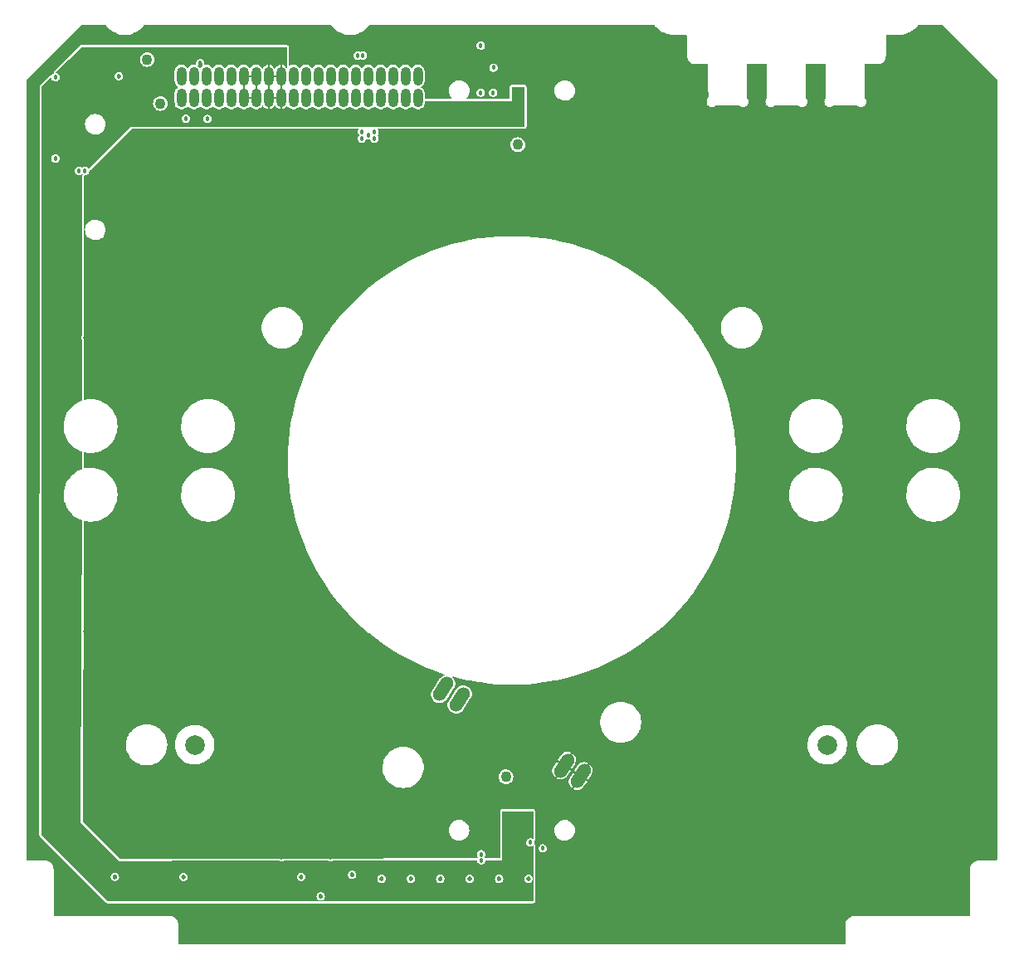
<source format=gbr>
%TF.GenerationSoftware,KiCad,Pcbnew,6.0.11+dfsg-1*%
%TF.CreationDate,2023-02-20T23:54:33-08:00*%
%TF.ProjectId,minusz-end-card-oresat0,6d696e75-737a-42d6-956e-642d63617264,rev?*%
%TF.SameCoordinates,Original*%
%TF.FileFunction,Copper,L3,Inr*%
%TF.FilePolarity,Positive*%
%FSLAX46Y46*%
G04 Gerber Fmt 4.6, Leading zero omitted, Abs format (unit mm)*
G04 Created by KiCad (PCBNEW 6.0.11+dfsg-1) date 2023-02-20 23:54:33*
%MOMM*%
%LPD*%
G01*
G04 APERTURE LIST*
G04 Aperture macros list*
%AMHorizOval*
0 Thick line with rounded ends*
0 $1 width*
0 $2 $3 position (X,Y) of the first rounded end (center of the circle)*
0 $4 $5 position (X,Y) of the second rounded end (center of the circle)*
0 Add line between two ends*
20,1,$1,$2,$3,$4,$5,0*
0 Add two circle primitives to create the rounded ends*
1,1,$1,$2,$3*
1,1,$1,$4,$5*%
G04 Aperture macros list end*
%TA.AperFunction,ComponentPad*%
%ADD10C,1.100000*%
%TD*%
%TA.AperFunction,ComponentPad*%
%ADD11O,0.965200X1.930400*%
%TD*%
%TA.AperFunction,ComponentPad*%
%ADD12C,2.000000*%
%TD*%
%TA.AperFunction,ComponentPad*%
%ADD13HorizOval,1.350000X-0.361186X-0.570237X0.361186X0.570237X0*%
%TD*%
%TA.AperFunction,ViaPad*%
%ADD14C,0.457200*%
%TD*%
G04 APERTURE END LIST*
D10*
%TO.N,/CONNECTORS/-X_AUX*%
%TO.C,TP6*%
X149100002Y-70299993D03*
%TD*%
D11*
%TO.N,/CONNECTORS/MAG-SDA*%
%TO.C,J1*%
X138911502Y-63293193D03*
X138911502Y-65528393D03*
%TO.N,/CONNECTORS/MAG-SCL*%
X137641502Y-63293193D03*
X137641502Y-65528393D03*
%TO.N,/CONNECTORS/MAG-POWER*%
X136371502Y-63293193D03*
X136371502Y-65528393D03*
%TO.N,unconnected-(J1-Pad7)*%
X135101502Y-63293193D03*
%TO.N,unconnected-(J1-Pad8)*%
X135101502Y-65528393D03*
%TO.N,/CONNECTORS/TURNSTILE-DEPLOY*%
X133831502Y-63293193D03*
X133831502Y-65528393D03*
%TO.N,unconnected-(J1-Pad11)*%
X132561502Y-63293193D03*
%TO.N,unconnected-(J1-Pad12)*%
X132561502Y-65528393D03*
%TO.N,unconnected-(J1-Pad13)*%
X131291502Y-63293193D03*
%TO.N,unconnected-(J1-Pad14)*%
X131291502Y-65528393D03*
%TO.N,unconnected-(J1-Pad15)*%
X130021502Y-63293193D03*
%TO.N,unconnected-(J1-Pad16)*%
X130021502Y-65528393D03*
%TO.N,unconnected-(J1-Pad17)*%
X128751502Y-63293193D03*
%TO.N,unconnected-(J1-Pad18)*%
X128751502Y-65528393D03*
%TO.N,unconnected-(J1-Pad19)*%
X127481502Y-63293193D03*
%TO.N,unconnected-(J1-Pad20)*%
X127481502Y-65528393D03*
%TO.N,unconnected-(J1-Pad21)*%
X126211502Y-63293193D03*
%TO.N,unconnected-(J1-Pad22)*%
X126211502Y-65528393D03*
%TO.N,VBUS*%
X124941502Y-63293193D03*
X124941502Y-65528393D03*
X123671502Y-63293193D03*
X123671502Y-65528393D03*
%TO.N,GND*%
X122401502Y-63293193D03*
X122401502Y-65528393D03*
X121131502Y-63293193D03*
X121131502Y-65528393D03*
%TO.N,unconnected-(J1-Pad31)*%
X119861502Y-63293193D03*
%TO.N,unconnected-(J1-Pad32)*%
X119861502Y-65528393D03*
%TO.N,/CONNECTORS/CAN1_H*%
X118591502Y-63293193D03*
X118591502Y-65528393D03*
%TO.N,/CONNECTORS/CAN1_L*%
X117321502Y-63293193D03*
X117321502Y-65528393D03*
%TO.N,/CONNECTORS/C3-UART-TX*%
X116051502Y-63293193D03*
%TO.N,/CONNECTORS/C3-UART-RX*%
X116051502Y-65528393D03*
%TO.N,/CONNECTORS/~{SD}*%
X114781502Y-63293193D03*
X114781502Y-65528393D03*
%TD*%
D10*
%TO.N,/CONNECTORS/C3-UART-TX*%
%TO.C,TP1*%
X111300002Y-61599993D03*
%TD*%
%TO.N,/CONNECTORS/+X_AUX*%
%TO.C,TP4*%
X147900002Y-134799993D03*
%TD*%
D12*
%TO.N,/UHF/UHF*%
%TO.C,J6*%
X116138459Y-131534934D03*
%TD*%
%TO.N,/L BAND/LBAND*%
%TO.C,J4*%
X180687300Y-131534900D03*
%TD*%
D10*
%TO.N,/CONNECTORS/C3-UART-RX*%
%TO.C,TP2*%
X112647902Y-66087193D03*
%TD*%
D13*
%TO.N,/CONNECTORS/TURNSTILE-DEPLOY*%
%TO.C,R1*%
X141488200Y-125837710D03*
X143177790Y-126907889D03*
%TO.N,GND*%
X153822210Y-133650021D03*
X155511800Y-134720200D03*
%TD*%
D14*
%TO.N,/CONNECTORS/MAG-SDA*%
X101929102Y-63394793D03*
%TO.N,GND*%
X183200000Y-95000000D03*
X180800000Y-88200000D03*
X175400000Y-102400000D03*
X184200000Y-79200000D03*
X180800000Y-76200000D03*
X172400000Y-125800000D03*
X160000000Y-70000000D03*
X197600002Y-90399993D03*
X183000000Y-145500000D03*
X152000000Y-148500000D03*
X180700000Y-133900000D03*
X155000000Y-125000000D03*
X159000000Y-124000000D03*
X180800000Y-79200000D03*
X158000000Y-148500000D03*
X125000000Y-110000000D03*
X99600002Y-114399993D03*
X108000000Y-145000000D03*
X180800000Y-70200000D03*
X172900000Y-77600000D03*
X165000000Y-135000000D03*
X140600002Y-58399993D03*
X171956902Y-68195393D03*
X107900002Y-148699993D03*
X109900002Y-72999993D03*
X124000000Y-120000000D03*
X183800000Y-103800000D03*
X180800000Y-90400000D03*
X99600002Y-102399993D03*
X185800000Y-117800000D03*
X193800000Y-133400000D03*
X172000000Y-70300000D03*
X99600002Y-122399993D03*
X180000000Y-120000000D03*
X110000000Y-115000000D03*
X181000000Y-92800000D03*
X171800000Y-123400000D03*
X170000000Y-114000000D03*
X190200000Y-127400000D03*
X166100002Y-59399993D03*
X122000000Y-135000000D03*
X197600002Y-142399993D03*
X140000000Y-80000000D03*
X105000000Y-130000000D03*
X193800000Y-121400000D03*
X197600002Y-66399993D03*
X150000000Y-130000000D03*
X187400000Y-94600000D03*
X197600002Y-106399993D03*
X189400000Y-121600000D03*
X117000000Y-135000000D03*
X163000000Y-142000000D03*
X99600002Y-70399993D03*
X168000000Y-77600000D03*
X175400000Y-96400000D03*
X190100002Y-148699993D03*
X168000000Y-74600000D03*
X183400002Y-148699993D03*
X140000000Y-148500000D03*
X140600002Y-151299993D03*
X128000000Y-141000000D03*
X110000000Y-125000000D03*
X99600002Y-90399993D03*
X197600002Y-98399993D03*
X193800000Y-124400000D03*
X180800000Y-82200000D03*
X183500000Y-140000000D03*
X105000000Y-120000000D03*
X126000000Y-139000000D03*
X174800000Y-72200000D03*
X181500000Y-142000000D03*
X183800000Y-115800000D03*
X187400000Y-109800000D03*
X180800000Y-73200000D03*
X179000000Y-148400000D03*
X175400000Y-99400000D03*
X149000000Y-148500000D03*
X173500002Y-62399993D03*
X145000000Y-75000000D03*
X99600002Y-86399993D03*
X162200000Y-145200000D03*
X147200000Y-145200000D03*
X120000000Y-91000000D03*
X121000000Y-139000000D03*
X180800000Y-79200000D03*
X175400000Y-108400000D03*
X167400002Y-62399993D03*
X113200002Y-148699993D03*
X134000000Y-148500000D03*
X197600002Y-94399993D03*
X170000000Y-130000000D03*
X110000000Y-135000000D03*
X129000000Y-147000000D03*
X124000000Y-100000000D03*
X176600000Y-94600000D03*
X182300000Y-133400000D03*
X171800000Y-117400000D03*
X180600002Y-151299993D03*
X184200000Y-70200000D03*
X191000000Y-137500000D03*
X176000000Y-148500000D03*
X197600002Y-86399993D03*
X138200000Y-145200000D03*
X159200000Y-145200000D03*
X174800000Y-84200000D03*
X99600002Y-82399993D03*
X184200000Y-76200000D03*
X110000000Y-90000000D03*
X131000000Y-148300000D03*
X165000000Y-130000000D03*
X180800000Y-79200000D03*
X169000000Y-70300000D03*
X120600002Y-151299993D03*
X197600002Y-122399993D03*
X180800000Y-85200000D03*
X184200000Y-73200000D03*
X197600002Y-82399993D03*
X175400000Y-105400000D03*
X190000000Y-85000000D03*
X161000000Y-82000000D03*
X170000000Y-148500000D03*
X184656902Y-68195393D03*
X148000000Y-78000000D03*
X180800000Y-76200000D03*
X117900000Y-129900000D03*
X178200000Y-75200000D03*
X111100002Y-58399993D03*
X144600002Y-151299993D03*
X123000000Y-141000000D03*
X175400000Y-120400000D03*
X185600002Y-65299993D03*
X195000000Y-90000000D03*
X128600002Y-151299993D03*
X172000000Y-72800000D03*
X132000000Y-120000000D03*
X156600002Y-151299993D03*
X178200000Y-69200000D03*
X178200000Y-92800000D03*
X116200000Y-129200000D03*
X167400002Y-64899993D03*
X175400000Y-114400000D03*
X115000000Y-126000000D03*
X184200000Y-82200000D03*
X146577302Y-139598593D03*
X163600002Y-62399993D03*
X193800000Y-130400000D03*
X183800000Y-106800000D03*
X169035902Y-68195393D03*
X174800000Y-87200000D03*
X135200000Y-145200000D03*
X187400000Y-103800000D03*
X197600002Y-114399993D03*
X99600002Y-74399993D03*
X171800000Y-99400000D03*
X130000000Y-143000000D03*
X99600002Y-106399993D03*
X195000000Y-70000000D03*
X99600002Y-118399993D03*
X104600002Y-58399993D03*
X195000000Y-80000000D03*
X99600002Y-142399993D03*
X102100002Y-144199993D03*
X133000000Y-77000000D03*
X115000000Y-75000000D03*
X114600000Y-133400000D03*
X185600002Y-62399993D03*
X171800000Y-114400000D03*
X197600002Y-74399993D03*
X175400000Y-117400000D03*
X181000000Y-147500000D03*
X173000000Y-74600000D03*
X180700000Y-129100000D03*
X120000000Y-80000000D03*
X171800000Y-111400000D03*
X187600000Y-119600000D03*
X184200000Y-88200000D03*
X108400002Y-63299993D03*
X193000000Y-135500000D03*
X155000000Y-75000000D03*
X187400000Y-112800000D03*
X185000000Y-90000000D03*
X190200000Y-132200000D03*
X179500002Y-65399993D03*
X153000000Y-79000000D03*
X116600002Y-151299993D03*
X187000000Y-141500000D03*
X180800000Y-73200000D03*
X188400000Y-115200000D03*
X178200000Y-84200000D03*
X124600002Y-151299993D03*
X172600002Y-151299993D03*
X189500000Y-134000000D03*
X116100000Y-134000000D03*
X165200000Y-145200000D03*
X171200000Y-145200000D03*
X171800000Y-105400000D03*
X99600002Y-134399993D03*
X175600000Y-123300000D03*
X179500002Y-62399993D03*
X180542102Y-68195393D03*
X190200000Y-130400000D03*
X197600002Y-130399993D03*
X173600000Y-68200000D03*
X128000000Y-115000000D03*
X143000000Y-79000000D03*
X165000000Y-120000000D03*
X174200000Y-145200000D03*
X197600002Y-110399993D03*
X171800000Y-120400000D03*
X115000000Y-85000000D03*
X124000000Y-137000000D03*
X185200000Y-92000000D03*
X114300000Y-129900000D03*
X197600002Y-138399993D03*
X185000000Y-143500000D03*
X120000000Y-133000000D03*
X144200000Y-145200000D03*
X178200000Y-72200000D03*
X146577302Y-135598593D03*
X184200000Y-85200000D03*
X125000000Y-75000000D03*
X183800000Y-109800000D03*
X177000000Y-125400000D03*
X183800000Y-112800000D03*
X182500000Y-129900000D03*
X178200000Y-90400000D03*
X171800000Y-96400000D03*
X164600002Y-151299993D03*
X176400000Y-129800000D03*
X178200000Y-87200000D03*
X190000000Y-145000000D03*
X169000000Y-72800000D03*
X174800000Y-69200000D03*
X174800000Y-75200000D03*
X141200000Y-145200000D03*
X118600002Y-58399993D03*
X178100000Y-131600000D03*
X115000000Y-145000000D03*
X125000000Y-143000000D03*
X165000000Y-75000000D03*
X152300002Y-58399993D03*
X161000000Y-148500000D03*
X119000000Y-137000000D03*
X150200000Y-145200000D03*
X99600002Y-78399993D03*
X172400000Y-93500000D03*
X146577302Y-136098593D03*
X124000000Y-106000000D03*
X154000000Y-129000000D03*
X99600002Y-126399993D03*
X197600002Y-134399993D03*
X190000000Y-65000000D03*
X192300002Y-58499993D03*
X165000000Y-85000000D03*
X136600002Y-151299993D03*
X118600000Y-131500000D03*
X99600002Y-98399993D03*
X197600002Y-126399993D03*
X195000002Y-148699993D03*
X176600002Y-151299993D03*
X110000000Y-85000000D03*
X137000000Y-148500000D03*
X155000000Y-148500000D03*
X175000000Y-135000000D03*
X105000000Y-90000000D03*
X178600000Y-68200000D03*
X192200000Y-119000000D03*
X162900002Y-58399993D03*
X167000000Y-148500000D03*
X187500000Y-136000000D03*
X156200000Y-145200000D03*
X187400000Y-97800000D03*
X127000000Y-145000000D03*
X180800000Y-76200000D03*
X180000000Y-115000000D03*
X167000000Y-87000000D03*
X160600002Y-151299993D03*
X143000000Y-148500000D03*
X168200000Y-145200000D03*
X185000000Y-125000000D03*
X132200000Y-144800000D03*
X146000000Y-148500000D03*
X174800000Y-78200000D03*
X189000000Y-139500000D03*
X171800000Y-102400000D03*
X180800000Y-82200000D03*
X173000000Y-148500000D03*
X165000000Y-125000000D03*
X99600002Y-66399993D03*
X174600000Y-91200000D03*
X153200000Y-145200000D03*
X193800000Y-127400000D03*
X197600002Y-102399993D03*
X146577302Y-139098593D03*
X174800000Y-81200000D03*
X175400000Y-111400000D03*
X185500000Y-138000000D03*
X171800000Y-108400000D03*
X197600002Y-78399993D03*
X160000000Y-80000000D03*
X183800000Y-100800000D03*
X116700002Y-61999993D03*
X168600002Y-151299993D03*
X134000000Y-84000000D03*
X174200000Y-127600000D03*
X99600002Y-138399993D03*
X176900000Y-145200000D03*
X197600002Y-70399993D03*
X102000002Y-148699993D03*
X178200000Y-81200000D03*
X190200000Y-117000000D03*
X187400000Y-100800000D03*
X126000000Y-93000000D03*
X190000000Y-75000000D03*
X132600002Y-151299993D03*
X190200000Y-124400000D03*
X148600002Y-151299993D03*
X99600002Y-110399993D03*
X148000000Y-127000000D03*
X187400000Y-106800000D03*
X152600002Y-151299993D03*
X99600002Y-130399993D03*
X197600002Y-118399993D03*
X178200000Y-78200000D03*
X179500000Y-144000000D03*
X179200000Y-127600000D03*
X173500002Y-65399993D03*
X178900000Y-133300000D03*
X183800000Y-97800000D03*
X164000000Y-148500000D03*
X99600002Y-94399993D03*
X154600002Y-68999993D03*
X191600002Y-64999993D03*
X195000002Y-144199993D03*
X170500000Y-77900000D03*
%TO.N,/CONNECTORS/MAG-SCL*%
X101929102Y-71700593D03*
%TO.N,/CONNECTORS/MAG-POWER*%
X104350002Y-72970593D03*
X104950002Y-72970593D03*
%TO.N,/CONNECTORS/~{SD}*%
X133300002Y-61199993D03*
X145362702Y-142700000D03*
X145362702Y-143300000D03*
X132800002Y-61199993D03*
%TO.N,/CONNECTORS/CAN1_H*%
X146628860Y-62433835D03*
X150397302Y-141500000D03*
X117448502Y-67661993D03*
X146601902Y-65000793D03*
%TO.N,/CONNECTORS/CAN1_L*%
X145331902Y-65000793D03*
X115237402Y-67642749D03*
X151662702Y-142100000D03*
X145331902Y-60180161D03*
%TO.N,/CONNECTORS/TURNSTILE-DEPLOY*%
X134491902Y-69668593D03*
X133191902Y-68968593D03*
X134491902Y-68968593D03*
X133891902Y-69368593D03*
X133191902Y-69668593D03*
%TO.N,VBUS*%
X147877702Y-140094793D03*
X123700002Y-67299993D03*
X123700002Y-67999993D03*
X124400002Y-67599993D03*
X147877702Y-139094793D03*
X125000002Y-67999993D03*
X147877702Y-139594793D03*
X125000002Y-67299993D03*
X149122302Y-65020393D03*
X149122302Y-66010993D03*
X149122302Y-65502993D03*
%TD*%
%TA.AperFunction,Conductor*%
%TO.N,GND*%
G36*
X107076671Y-58095699D02*
G01*
X107080560Y-58100458D01*
X107108812Y-58143095D01*
X107109422Y-58143807D01*
X107109425Y-58143811D01*
X107299327Y-58365466D01*
X107299945Y-58366187D01*
X107517045Y-58564099D01*
X107517818Y-58564646D01*
X107517819Y-58564647D01*
X107756046Y-58733285D01*
X107756053Y-58733289D01*
X107756821Y-58733833D01*
X107757651Y-58734279D01*
X107757658Y-58734283D01*
X107939211Y-58831774D01*
X108015638Y-58872815D01*
X108289572Y-58978937D01*
X108574471Y-59050592D01*
X108866016Y-59086693D01*
X109159788Y-59086693D01*
X109451333Y-59050592D01*
X109736232Y-58978937D01*
X110010166Y-58872815D01*
X110086593Y-58831774D01*
X110268146Y-58734283D01*
X110268153Y-58734279D01*
X110268983Y-58733833D01*
X110269751Y-58733289D01*
X110269758Y-58733285D01*
X110507985Y-58564647D01*
X110507986Y-58564646D01*
X110508759Y-58564099D01*
X110725859Y-58366187D01*
X110726477Y-58365466D01*
X110916379Y-58143811D01*
X110916382Y-58143807D01*
X110916992Y-58143095D01*
X110945244Y-58100458D01*
X110964762Y-58087307D01*
X110970877Y-58086693D01*
X130054927Y-58086693D01*
X130076671Y-58095699D01*
X130080560Y-58100458D01*
X130108812Y-58143095D01*
X130109422Y-58143807D01*
X130109425Y-58143811D01*
X130299327Y-58365466D01*
X130299945Y-58366187D01*
X130517045Y-58564099D01*
X130517818Y-58564646D01*
X130517819Y-58564647D01*
X130756046Y-58733285D01*
X130756053Y-58733289D01*
X130756821Y-58733833D01*
X130757651Y-58734279D01*
X130757658Y-58734283D01*
X130939211Y-58831774D01*
X131015638Y-58872815D01*
X131289572Y-58978937D01*
X131574471Y-59050592D01*
X131866016Y-59086693D01*
X132159788Y-59086693D01*
X132451333Y-59050592D01*
X132736232Y-58978937D01*
X133010166Y-58872815D01*
X133086593Y-58831774D01*
X133268146Y-58734283D01*
X133268153Y-58734279D01*
X133268983Y-58733833D01*
X133269751Y-58733289D01*
X133269758Y-58733285D01*
X133507985Y-58564647D01*
X133507986Y-58564646D01*
X133508759Y-58564099D01*
X133725859Y-58366187D01*
X133726477Y-58365466D01*
X133916379Y-58143811D01*
X133916382Y-58143807D01*
X133916992Y-58143095D01*
X133945244Y-58100458D01*
X133964762Y-58087307D01*
X133970877Y-58086693D01*
X163054520Y-58086693D01*
X163076264Y-58095699D01*
X163080211Y-58100546D01*
X163084363Y-58106859D01*
X163099409Y-58129735D01*
X163099981Y-58130417D01*
X163099985Y-58130422D01*
X163277159Y-58341571D01*
X163277161Y-58341573D01*
X163277726Y-58342246D01*
X163479509Y-58532619D01*
X163702028Y-58698279D01*
X163702796Y-58698723D01*
X163702803Y-58698727D01*
X163877675Y-58799689D01*
X163942275Y-58836986D01*
X163943106Y-58837344D01*
X163943109Y-58837346D01*
X164025336Y-58872815D01*
X164197001Y-58946864D01*
X164462760Y-59026427D01*
X164496204Y-59032324D01*
X164735084Y-59074445D01*
X164735086Y-59074445D01*
X164735958Y-59074599D01*
X164736839Y-59074650D01*
X164736845Y-59074651D01*
X164894031Y-59083806D01*
X165004203Y-59090223D01*
X165007221Y-59090549D01*
X165010509Y-59091070D01*
X165010515Y-59091070D01*
X165012902Y-59091448D01*
X165040531Y-59087072D01*
X165045340Y-59086693D01*
X166212489Y-59086693D01*
X166217303Y-59087072D01*
X166244912Y-59091448D01*
X166247300Y-59091070D01*
X166247303Y-59091070D01*
X166252798Y-59090200D01*
X166263607Y-59090413D01*
X166284295Y-59094530D01*
X166295376Y-59099121D01*
X166323679Y-59118032D01*
X166332162Y-59126514D01*
X166351074Y-59154812D01*
X166355666Y-59165893D01*
X166359755Y-59186430D01*
X166359970Y-59197234D01*
X166358698Y-59205276D01*
X166359077Y-59207665D01*
X166359077Y-59207669D01*
X166363073Y-59232859D01*
X166363453Y-59237676D01*
X166363453Y-61172792D01*
X166363075Y-61177597D01*
X166358698Y-61205265D01*
X166359728Y-61211754D01*
X166359730Y-61211769D01*
X166359960Y-61213566D01*
X166375101Y-61367028D01*
X166376189Y-61378054D01*
X166426612Y-61544198D01*
X166508475Y-61697317D01*
X166618632Y-61831526D01*
X166619803Y-61832487D01*
X166680485Y-61882284D01*
X166752851Y-61941670D01*
X166905977Y-62023519D01*
X166907420Y-62023957D01*
X166907423Y-62023958D01*
X167003564Y-62053126D01*
X167072126Y-62073927D01*
X167167646Y-62083342D01*
X167174813Y-62084930D01*
X167178455Y-62086209D01*
X167180381Y-62086376D01*
X167180382Y-62086376D01*
X167180981Y-62086428D01*
X167184044Y-62086693D01*
X167200128Y-62086693D01*
X167203144Y-62086841D01*
X167235851Y-62090065D01*
X167237650Y-62090296D01*
X167239076Y-62090522D01*
X167244917Y-62091448D01*
X167247305Y-62091070D01*
X167247307Y-62091070D01*
X167272568Y-62087071D01*
X167277376Y-62086693D01*
X168487959Y-62086693D01*
X168509703Y-62095699D01*
X168518709Y-62117443D01*
X168518709Y-64586596D01*
X168518330Y-64591406D01*
X168513642Y-64621004D01*
X168514843Y-64628584D01*
X168515143Y-64631199D01*
X168526463Y-64789462D01*
X168531523Y-64860206D01*
X168535638Y-64879120D01*
X168540699Y-64902387D01*
X168541402Y-64908923D01*
X168541402Y-65372752D01*
X168541023Y-65377562D01*
X168536647Y-65405188D01*
X168537026Y-65407580D01*
X168537813Y-65412548D01*
X168538043Y-65414340D01*
X168540383Y-65438101D01*
X168545913Y-65494250D01*
X168539081Y-65516772D01*
X168537918Y-65518055D01*
X168536699Y-65518990D01*
X168535471Y-65520591D01*
X168468487Y-65607887D01*
X168449902Y-65632107D01*
X168449129Y-65633973D01*
X168444702Y-65644662D01*
X168395339Y-65763833D01*
X168376729Y-65905193D01*
X168395339Y-66046553D01*
X168449902Y-66178279D01*
X168536699Y-66291396D01*
X168538302Y-66292626D01*
X168551250Y-66302561D01*
X168649815Y-66378193D01*
X168651681Y-66378966D01*
X168651683Y-66378967D01*
X168779675Y-66431983D01*
X168779677Y-66431984D01*
X168781542Y-66432756D01*
X168922902Y-66451366D01*
X169064262Y-66432756D01*
X169066127Y-66431984D01*
X169066129Y-66431983D01*
X169194121Y-66378967D01*
X169194123Y-66378966D01*
X169195989Y-66378193D01*
X169294555Y-66302561D01*
X169307502Y-66292626D01*
X169309105Y-66291396D01*
X169309511Y-66290867D01*
X169330828Y-66282038D01*
X169333833Y-66282185D01*
X169345598Y-66283345D01*
X169352768Y-66284932D01*
X169356404Y-66286209D01*
X169361993Y-66286693D01*
X169378091Y-66286693D01*
X169381105Y-66286841D01*
X169413825Y-66290064D01*
X169415617Y-66290294D01*
X169422904Y-66291448D01*
X169450533Y-66287072D01*
X169455342Y-66286693D01*
X169983057Y-66286693D01*
X169985250Y-66286771D01*
X170184860Y-66301046D01*
X170187476Y-66301346D01*
X170192824Y-66302193D01*
X170192826Y-66302193D01*
X170195213Y-66302571D01*
X170224816Y-66297882D01*
X170229627Y-66297503D01*
X170770402Y-66297503D01*
X170775212Y-66297882D01*
X170804812Y-66302570D01*
X170812489Y-66301354D01*
X170815096Y-66301055D01*
X171014780Y-66286771D01*
X171016974Y-66286693D01*
X171570465Y-66286693D01*
X171575275Y-66287072D01*
X171602904Y-66291448D01*
X171610037Y-66290318D01*
X171611828Y-66290088D01*
X171622610Y-66289026D01*
X171691970Y-66282194D01*
X171714491Y-66289026D01*
X171715768Y-66290182D01*
X171716699Y-66291396D01*
X171718302Y-66292626D01*
X171731250Y-66302561D01*
X171829815Y-66378193D01*
X171831681Y-66378966D01*
X171831683Y-66378967D01*
X171959675Y-66431983D01*
X171959677Y-66431984D01*
X171961542Y-66432756D01*
X172102902Y-66451366D01*
X172244262Y-66432756D01*
X172246127Y-66431984D01*
X172246129Y-66431983D01*
X172374121Y-66378967D01*
X172374123Y-66378966D01*
X172375989Y-66378193D01*
X172474555Y-66302561D01*
X172487502Y-66292626D01*
X172489105Y-66291396D01*
X172575902Y-66178279D01*
X172630465Y-66046553D01*
X172649075Y-65905193D01*
X172630465Y-65763833D01*
X172581103Y-65644662D01*
X172576675Y-65633973D01*
X172575902Y-65632107D01*
X172557318Y-65607887D01*
X172490335Y-65520593D01*
X172490333Y-65520591D01*
X172489105Y-65518990D01*
X172488577Y-65518585D01*
X172479748Y-65497268D01*
X172479896Y-65494256D01*
X172481047Y-65482561D01*
X172481054Y-65482496D01*
X172482641Y-65475327D01*
X172483918Y-65471691D01*
X172484402Y-65466102D01*
X172484402Y-65450005D01*
X172484550Y-65446991D01*
X172487773Y-65414265D01*
X172488004Y-65412469D01*
X172488778Y-65407582D01*
X172488778Y-65407580D01*
X172489157Y-65405188D01*
X172484781Y-65377562D01*
X172484402Y-65372752D01*
X172484402Y-64638721D01*
X172484480Y-64636527D01*
X172484850Y-64631354D01*
X172485150Y-64628739D01*
X172485997Y-64623392D01*
X172485997Y-64623390D01*
X172486375Y-64621003D01*
X172484781Y-64610939D01*
X172484402Y-64606129D01*
X172484402Y-62117443D01*
X172493408Y-62095699D01*
X172515152Y-62086693D01*
X174487952Y-62086693D01*
X174509696Y-62095699D01*
X174518702Y-62117443D01*
X174518702Y-64586584D01*
X174518323Y-64591394D01*
X174513635Y-64620991D01*
X174514868Y-64628776D01*
X174515167Y-64631377D01*
X174531531Y-64860191D01*
X174531764Y-64861262D01*
X174540699Y-64902337D01*
X174541402Y-64908873D01*
X174541402Y-65372752D01*
X174541023Y-65377562D01*
X174536647Y-65405188D01*
X174537026Y-65407580D01*
X174537813Y-65412548D01*
X174538043Y-65414340D01*
X174540383Y-65438101D01*
X174545913Y-65494250D01*
X174539081Y-65516772D01*
X174537918Y-65518055D01*
X174536699Y-65518990D01*
X174535471Y-65520591D01*
X174468487Y-65607887D01*
X174449902Y-65632107D01*
X174449129Y-65633973D01*
X174444702Y-65644662D01*
X174395339Y-65763833D01*
X174376729Y-65905193D01*
X174395339Y-66046553D01*
X174449902Y-66178279D01*
X174536699Y-66291396D01*
X174538302Y-66292626D01*
X174551250Y-66302561D01*
X174649815Y-66378193D01*
X174651681Y-66378966D01*
X174651683Y-66378967D01*
X174779675Y-66431983D01*
X174779677Y-66431984D01*
X174781542Y-66432756D01*
X174922902Y-66451366D01*
X175064262Y-66432756D01*
X175066127Y-66431984D01*
X175066129Y-66431983D01*
X175194121Y-66378967D01*
X175194123Y-66378966D01*
X175195989Y-66378193D01*
X175294555Y-66302561D01*
X175307502Y-66292626D01*
X175309105Y-66291396D01*
X175309511Y-66290867D01*
X175330828Y-66282038D01*
X175333833Y-66282185D01*
X175345598Y-66283345D01*
X175352768Y-66284932D01*
X175356404Y-66286209D01*
X175361993Y-66286693D01*
X175378091Y-66286693D01*
X175381105Y-66286841D01*
X175413825Y-66290064D01*
X175415617Y-66290294D01*
X175422904Y-66291448D01*
X175450533Y-66287072D01*
X175455342Y-66286693D01*
X175983200Y-66286693D01*
X175985393Y-66286771D01*
X176016924Y-66289026D01*
X176184852Y-66301036D01*
X176187467Y-66301336D01*
X176192814Y-66302183D01*
X176192817Y-66302183D01*
X176195204Y-66302561D01*
X176224808Y-66297872D01*
X176229619Y-66297493D01*
X176770395Y-66297493D01*
X176775205Y-66297872D01*
X176797164Y-66301350D01*
X176804803Y-66302560D01*
X176812445Y-66301349D01*
X176815055Y-66301050D01*
X177010489Y-66287072D01*
X177014698Y-66286771D01*
X177016891Y-66286693D01*
X177570465Y-66286693D01*
X177575275Y-66287072D01*
X177602904Y-66291448D01*
X177610037Y-66290318D01*
X177611828Y-66290088D01*
X177622610Y-66289026D01*
X177691970Y-66282194D01*
X177714491Y-66289026D01*
X177715768Y-66290182D01*
X177716699Y-66291396D01*
X177718302Y-66292626D01*
X177731250Y-66302561D01*
X177829815Y-66378193D01*
X177831681Y-66378966D01*
X177831683Y-66378967D01*
X177959675Y-66431983D01*
X177959677Y-66431984D01*
X177961542Y-66432756D01*
X178102902Y-66451366D01*
X178244262Y-66432756D01*
X178246127Y-66431984D01*
X178246129Y-66431983D01*
X178374121Y-66378967D01*
X178374123Y-66378966D01*
X178375989Y-66378193D01*
X178474555Y-66302561D01*
X178487502Y-66292626D01*
X178489105Y-66291396D01*
X178575902Y-66178279D01*
X178630465Y-66046553D01*
X178649075Y-65905193D01*
X178630465Y-65763833D01*
X178581103Y-65644662D01*
X178576675Y-65633973D01*
X178575902Y-65632107D01*
X178557318Y-65607887D01*
X178490335Y-65520593D01*
X178490333Y-65520591D01*
X178489105Y-65518990D01*
X178488577Y-65518585D01*
X178479748Y-65497268D01*
X178479896Y-65494256D01*
X178481047Y-65482561D01*
X178481054Y-65482496D01*
X178482641Y-65475327D01*
X178483918Y-65471691D01*
X178484402Y-65466102D01*
X178484402Y-65450005D01*
X178484550Y-65446991D01*
X178487773Y-65414265D01*
X178488004Y-65412469D01*
X178488778Y-65407582D01*
X178488778Y-65407580D01*
X178489157Y-65405188D01*
X178484781Y-65377562D01*
X178484402Y-65372752D01*
X178484402Y-64638609D01*
X178484480Y-64636415D01*
X178484843Y-64631341D01*
X178485143Y-64628726D01*
X178485990Y-64623378D01*
X178485990Y-64623376D01*
X178486368Y-64620989D01*
X178484781Y-64610970D01*
X178484402Y-64606159D01*
X178484402Y-62117443D01*
X178493408Y-62095699D01*
X178515152Y-62086693D01*
X180487952Y-62086693D01*
X180509696Y-62095699D01*
X180518702Y-62117443D01*
X180518702Y-64586584D01*
X180518323Y-64591394D01*
X180513635Y-64620991D01*
X180514868Y-64628776D01*
X180515167Y-64631377D01*
X180531531Y-64860191D01*
X180531764Y-64861262D01*
X180540699Y-64902337D01*
X180541402Y-64908873D01*
X180541402Y-65372752D01*
X180541023Y-65377562D01*
X180536647Y-65405188D01*
X180537026Y-65407580D01*
X180537813Y-65412548D01*
X180538043Y-65414340D01*
X180540383Y-65438101D01*
X180545913Y-65494250D01*
X180539081Y-65516772D01*
X180537918Y-65518055D01*
X180536699Y-65518990D01*
X180535471Y-65520591D01*
X180468487Y-65607887D01*
X180449902Y-65632107D01*
X180449129Y-65633973D01*
X180444702Y-65644662D01*
X180395339Y-65763833D01*
X180376729Y-65905193D01*
X180395339Y-66046553D01*
X180449902Y-66178279D01*
X180536699Y-66291396D01*
X180538302Y-66292626D01*
X180551250Y-66302561D01*
X180649815Y-66378193D01*
X180651681Y-66378966D01*
X180651683Y-66378967D01*
X180779675Y-66431983D01*
X180779677Y-66431984D01*
X180781542Y-66432756D01*
X180922902Y-66451366D01*
X181064262Y-66432756D01*
X181066127Y-66431984D01*
X181066129Y-66431983D01*
X181194121Y-66378967D01*
X181194123Y-66378966D01*
X181195989Y-66378193D01*
X181294555Y-66302561D01*
X181307502Y-66292626D01*
X181309105Y-66291396D01*
X181309511Y-66290867D01*
X181330828Y-66282038D01*
X181333833Y-66282185D01*
X181345598Y-66283345D01*
X181352768Y-66284932D01*
X181356404Y-66286209D01*
X181361993Y-66286693D01*
X181378091Y-66286693D01*
X181381105Y-66286841D01*
X181413825Y-66290064D01*
X181415617Y-66290294D01*
X181422904Y-66291448D01*
X181450533Y-66287072D01*
X181455342Y-66286693D01*
X181983200Y-66286693D01*
X181985393Y-66286771D01*
X182016924Y-66289026D01*
X182184852Y-66301036D01*
X182187467Y-66301336D01*
X182192814Y-66302183D01*
X182192817Y-66302183D01*
X182195204Y-66302561D01*
X182224808Y-66297872D01*
X182229619Y-66297493D01*
X182770395Y-66297493D01*
X182775205Y-66297872D01*
X182797164Y-66301350D01*
X182804803Y-66302560D01*
X182812445Y-66301349D01*
X182815055Y-66301050D01*
X183010489Y-66287072D01*
X183014698Y-66286771D01*
X183016891Y-66286693D01*
X183570465Y-66286693D01*
X183575275Y-66287072D01*
X183602904Y-66291448D01*
X183610037Y-66290318D01*
X183611828Y-66290088D01*
X183622610Y-66289026D01*
X183691970Y-66282194D01*
X183714491Y-66289026D01*
X183715768Y-66290182D01*
X183716699Y-66291396D01*
X183718302Y-66292626D01*
X183731250Y-66302561D01*
X183829815Y-66378193D01*
X183831681Y-66378966D01*
X183831683Y-66378967D01*
X183959675Y-66431983D01*
X183959677Y-66431984D01*
X183961542Y-66432756D01*
X184102902Y-66451366D01*
X184244262Y-66432756D01*
X184246127Y-66431984D01*
X184246129Y-66431983D01*
X184374121Y-66378967D01*
X184374123Y-66378966D01*
X184375989Y-66378193D01*
X184474555Y-66302561D01*
X184487502Y-66292626D01*
X184489105Y-66291396D01*
X184575902Y-66178279D01*
X184630465Y-66046553D01*
X184649075Y-65905193D01*
X184630465Y-65763833D01*
X184581103Y-65644662D01*
X184576675Y-65633973D01*
X184575902Y-65632107D01*
X184557318Y-65607887D01*
X184490335Y-65520593D01*
X184490333Y-65520591D01*
X184489105Y-65518990D01*
X184488577Y-65518585D01*
X184479748Y-65497268D01*
X184479896Y-65494256D01*
X184481047Y-65482561D01*
X184481054Y-65482496D01*
X184482641Y-65475327D01*
X184483918Y-65471691D01*
X184484402Y-65466102D01*
X184484402Y-65450005D01*
X184484550Y-65446991D01*
X184487773Y-65414265D01*
X184488004Y-65412469D01*
X184488778Y-65407582D01*
X184488778Y-65407580D01*
X184489157Y-65405188D01*
X184484781Y-65377562D01*
X184484402Y-65372752D01*
X184484402Y-64638609D01*
X184484480Y-64636415D01*
X184484843Y-64631341D01*
X184485143Y-64628726D01*
X184485990Y-64623378D01*
X184485990Y-64623376D01*
X184486368Y-64620989D01*
X184484781Y-64610970D01*
X184484402Y-64606159D01*
X184484402Y-62117443D01*
X184493408Y-62095699D01*
X184515152Y-62086693D01*
X185748389Y-62086693D01*
X185753203Y-62087072D01*
X185780813Y-62091448D01*
X185783201Y-62091070D01*
X185783203Y-62091070D01*
X185788806Y-62090183D01*
X185790602Y-62089953D01*
X185952121Y-62074060D01*
X185952124Y-62074059D01*
X185953622Y-62073912D01*
X186067824Y-62039279D01*
X186118345Y-62023958D01*
X186118347Y-62023957D01*
X186119792Y-62023519D01*
X186121123Y-62022808D01*
X186121127Y-62022806D01*
X186271608Y-61942383D01*
X186271610Y-61942382D01*
X186272936Y-61941673D01*
X186274097Y-61940721D01*
X186274102Y-61940717D01*
X186405993Y-61832487D01*
X186407169Y-61831522D01*
X186517332Y-61697298D01*
X186532987Y-61668012D01*
X186590782Y-61559889D01*
X186599190Y-61544160D01*
X186649597Y-61377995D01*
X186659002Y-61282498D01*
X186660590Y-61275327D01*
X186661867Y-61271691D01*
X186662351Y-61266102D01*
X186662351Y-61250003D01*
X186662499Y-61246989D01*
X186665722Y-61214265D01*
X186665953Y-61212469D01*
X186666727Y-61207582D01*
X186666727Y-61207581D01*
X186667106Y-61205188D01*
X186662730Y-61177562D01*
X186662351Y-61172752D01*
X186662351Y-59237634D01*
X186662730Y-59232823D01*
X186666727Y-59207591D01*
X186667106Y-59205198D01*
X186665857Y-59197314D01*
X186666069Y-59186505D01*
X186670175Y-59165868D01*
X186674767Y-59154783D01*
X186685518Y-59138695D01*
X186693651Y-59126524D01*
X186702135Y-59118041D01*
X186730395Y-59099161D01*
X186741479Y-59094571D01*
X186745691Y-59093734D01*
X186762283Y-59090436D01*
X186773089Y-59090225D01*
X186778419Y-59091069D01*
X186778420Y-59091069D01*
X186780812Y-59091448D01*
X186783200Y-59091070D01*
X186783202Y-59091070D01*
X186808465Y-59087071D01*
X186813272Y-59086693D01*
X187980464Y-59086693D01*
X187985273Y-59087072D01*
X188012902Y-59091448D01*
X188015289Y-59091070D01*
X188015294Y-59091070D01*
X188018531Y-59090557D01*
X188021547Y-59090231D01*
X188158218Y-59082271D01*
X188288960Y-59074656D01*
X188288966Y-59074655D01*
X188289847Y-59074604D01*
X188563046Y-59026431D01*
X188828805Y-58946867D01*
X188999688Y-58873155D01*
X189082696Y-58837349D01*
X189082702Y-58837346D01*
X189083530Y-58836989D01*
X189323777Y-58698281D01*
X189546297Y-58532621D01*
X189748079Y-58342248D01*
X189748641Y-58341579D01*
X189748646Y-58341573D01*
X189925821Y-58130423D01*
X189925825Y-58130418D01*
X189926397Y-58129736D01*
X189945595Y-58100546D01*
X189965067Y-58087328D01*
X189971286Y-58086693D01*
X192443866Y-58086693D01*
X192465610Y-58095699D01*
X198022396Y-63652485D01*
X198031402Y-63674229D01*
X198031402Y-143172757D01*
X198031023Y-143177567D01*
X198026647Y-143205198D01*
X198027894Y-143213067D01*
X198027896Y-143213082D01*
X198027684Y-143223890D01*
X198025323Y-143235760D01*
X198023575Y-143244548D01*
X198018984Y-143255632D01*
X198000093Y-143283906D01*
X197991608Y-143292391D01*
X197963333Y-143311283D01*
X197952251Y-143315874D01*
X197947505Y-143316818D01*
X197931616Y-143319979D01*
X197920810Y-143320191D01*
X197912900Y-143318938D01*
X197885271Y-143323314D01*
X197880462Y-143323693D01*
X196195342Y-143323693D01*
X196190533Y-143323314D01*
X196162904Y-143318938D01*
X196160516Y-143319316D01*
X196160513Y-143319316D01*
X196155461Y-143320116D01*
X196153667Y-143320346D01*
X195991602Y-143336308D01*
X195991600Y-143336308D01*
X195990101Y-143336456D01*
X195988657Y-143336894D01*
X195825387Y-143386419D01*
X195825383Y-143386421D01*
X195823938Y-143386859D01*
X195822606Y-143387571D01*
X195822601Y-143387573D01*
X195732674Y-143435640D01*
X195670802Y-143468711D01*
X195536577Y-143578865D01*
X195535620Y-143580031D01*
X195535619Y-143580032D01*
X195427377Y-143711923D01*
X195426420Y-143713089D01*
X195344566Y-143866224D01*
X195294159Y-144032385D01*
X195285391Y-144121402D01*
X195284752Y-144127885D01*
X195283165Y-144135054D01*
X195281886Y-144138695D01*
X195281402Y-144144284D01*
X195281402Y-144160381D01*
X195281254Y-144163395D01*
X195278448Y-144191890D01*
X195278032Y-144196109D01*
X195277804Y-144197884D01*
X195276647Y-144205188D01*
X195277026Y-144207581D01*
X195281023Y-144232819D01*
X195281402Y-144237629D01*
X195281402Y-148872757D01*
X195281023Y-148877567D01*
X195276647Y-148905198D01*
X195277894Y-148913067D01*
X195277896Y-148913082D01*
X195277684Y-148923892D01*
X195273575Y-148944548D01*
X195268984Y-148955632D01*
X195250093Y-148983906D01*
X195241608Y-148992391D01*
X195213333Y-149011283D01*
X195202251Y-149015874D01*
X195197505Y-149016818D01*
X195181616Y-149019979D01*
X195170810Y-149020191D01*
X195162900Y-149018938D01*
X195135271Y-149023314D01*
X195130462Y-149023693D01*
X183445342Y-149023693D01*
X183440533Y-149023314D01*
X183412904Y-149018938D01*
X183410516Y-149019316D01*
X183410513Y-149019316D01*
X183405461Y-149020116D01*
X183403667Y-149020346D01*
X183241602Y-149036308D01*
X183241600Y-149036308D01*
X183240101Y-149036456D01*
X183238657Y-149036894D01*
X183075387Y-149086419D01*
X183075383Y-149086421D01*
X183073938Y-149086859D01*
X183072606Y-149087571D01*
X183072601Y-149087573D01*
X182982674Y-149135640D01*
X182920802Y-149168711D01*
X182786577Y-149278865D01*
X182785620Y-149280031D01*
X182785619Y-149280032D01*
X182677377Y-149411923D01*
X182676420Y-149413089D01*
X182594566Y-149566224D01*
X182544159Y-149732385D01*
X182535391Y-149821402D01*
X182534752Y-149827885D01*
X182533165Y-149835054D01*
X182531886Y-149838695D01*
X182531402Y-149844284D01*
X182531402Y-149860381D01*
X182531254Y-149863395D01*
X182528448Y-149891890D01*
X182528032Y-149896109D01*
X182527804Y-149897884D01*
X182526647Y-149905188D01*
X182527026Y-149907581D01*
X182531023Y-149932819D01*
X182531402Y-149937629D01*
X182531402Y-151772757D01*
X182531023Y-151777567D01*
X182526647Y-151805198D01*
X182527894Y-151813067D01*
X182527896Y-151813082D01*
X182527684Y-151823892D01*
X182523575Y-151844548D01*
X182518984Y-151855632D01*
X182500093Y-151883906D01*
X182491608Y-151892391D01*
X182463333Y-151911283D01*
X182452251Y-151915874D01*
X182447505Y-151916818D01*
X182431616Y-151919979D01*
X182420810Y-151920191D01*
X182412900Y-151918938D01*
X182385271Y-151923314D01*
X182380462Y-151923693D01*
X114645339Y-151923693D01*
X114640529Y-151923314D01*
X114615293Y-151919317D01*
X114612900Y-151918938D01*
X114605015Y-151920187D01*
X114594208Y-151919975D01*
X114579272Y-151917004D01*
X114573553Y-151915866D01*
X114562470Y-151911275D01*
X114552362Y-151904522D01*
X114534196Y-151892384D01*
X114525715Y-151883903D01*
X114506824Y-151855629D01*
X114502233Y-151844546D01*
X114498122Y-151823878D01*
X114497910Y-151813067D01*
X114498778Y-151807589D01*
X114499157Y-151805198D01*
X114494781Y-151777567D01*
X114494402Y-151772757D01*
X114494402Y-149937629D01*
X114494781Y-149932819D01*
X114498778Y-149907581D01*
X114499157Y-149905188D01*
X114498013Y-149897967D01*
X114497785Y-149896192D01*
X114497362Y-149891890D01*
X114486952Y-149786209D01*
X114481798Y-149733883D01*
X114481797Y-149733880D01*
X114481650Y-149732384D01*
X114465330Y-149678588D01*
X114431682Y-149567668D01*
X114431681Y-149567665D01*
X114431243Y-149566222D01*
X114375797Y-149462491D01*
X114350098Y-149414412D01*
X114350097Y-149414410D01*
X114349389Y-149413086D01*
X114336430Y-149397295D01*
X114240193Y-149280032D01*
X114239232Y-149278861D01*
X114105007Y-149168706D01*
X114103675Y-149167994D01*
X114103672Y-149167992D01*
X113953207Y-149087567D01*
X113953202Y-149087565D01*
X113951870Y-149086853D01*
X113950425Y-149086415D01*
X113950421Y-149086413D01*
X113787151Y-149036886D01*
X113785707Y-149036448D01*
X113784208Y-149036300D01*
X113784206Y-149036300D01*
X113734294Y-149031384D01*
X113690209Y-149027042D01*
X113683037Y-149025454D01*
X113681223Y-149024817D01*
X113681222Y-149024817D01*
X113679400Y-149024177D01*
X113673811Y-149023693D01*
X113657715Y-149023693D01*
X113654701Y-149023545D01*
X113621981Y-149020322D01*
X113620185Y-149020091D01*
X113615298Y-149019317D01*
X113615296Y-149019317D01*
X113612904Y-149018938D01*
X113610511Y-149019317D01*
X113585275Y-149023314D01*
X113580465Y-149023693D01*
X101895339Y-149023693D01*
X101890529Y-149023314D01*
X101865293Y-149019317D01*
X101862900Y-149018938D01*
X101855015Y-149020187D01*
X101844208Y-149019975D01*
X101829272Y-149017004D01*
X101823553Y-149015866D01*
X101812470Y-149011275D01*
X101802362Y-149004522D01*
X101784196Y-148992384D01*
X101775715Y-148983903D01*
X101756824Y-148955629D01*
X101752233Y-148944546D01*
X101748122Y-148923878D01*
X101747910Y-148913067D01*
X101748778Y-148907589D01*
X101749157Y-148905198D01*
X101744781Y-148877567D01*
X101744402Y-148872757D01*
X101744402Y-144237629D01*
X101744781Y-144232819D01*
X101748778Y-144207581D01*
X101749157Y-144205188D01*
X101748013Y-144197967D01*
X101747785Y-144196192D01*
X101747362Y-144191890D01*
X101736952Y-144086209D01*
X101731798Y-144033883D01*
X101731797Y-144033880D01*
X101731650Y-144032384D01*
X101715330Y-143978588D01*
X101681682Y-143867668D01*
X101681681Y-143867665D01*
X101681243Y-143866222D01*
X101625797Y-143762491D01*
X101600098Y-143714412D01*
X101600097Y-143714410D01*
X101599389Y-143713086D01*
X101586430Y-143697295D01*
X101490193Y-143580032D01*
X101489232Y-143578861D01*
X101355007Y-143468706D01*
X101353675Y-143467994D01*
X101353672Y-143467992D01*
X101203207Y-143387567D01*
X101203202Y-143387565D01*
X101201870Y-143386853D01*
X101200425Y-143386415D01*
X101200421Y-143386413D01*
X101037151Y-143336886D01*
X101035707Y-143336448D01*
X101034208Y-143336300D01*
X101034206Y-143336300D01*
X100984294Y-143331384D01*
X100940209Y-143327042D01*
X100933037Y-143325454D01*
X100931223Y-143324817D01*
X100931222Y-143324817D01*
X100929400Y-143324177D01*
X100923811Y-143323693D01*
X100907715Y-143323693D01*
X100904701Y-143323545D01*
X100871981Y-143320322D01*
X100870185Y-143320091D01*
X100865298Y-143319317D01*
X100865296Y-143319317D01*
X100862904Y-143318938D01*
X100860511Y-143319317D01*
X100835275Y-143323314D01*
X100830465Y-143323693D01*
X99145339Y-143323693D01*
X99140529Y-143323314D01*
X99115293Y-143319317D01*
X99112900Y-143318938D01*
X99105015Y-143320187D01*
X99094208Y-143319975D01*
X99079272Y-143317004D01*
X99073553Y-143315866D01*
X99062470Y-143311275D01*
X99052362Y-143304522D01*
X99034196Y-143292384D01*
X99025715Y-143283903D01*
X99006824Y-143255629D01*
X99002233Y-143244546D01*
X98998122Y-143223878D01*
X98997910Y-143213067D01*
X98998635Y-143208495D01*
X98999157Y-143205198D01*
X98994781Y-143177567D01*
X98994402Y-143172757D01*
X98994402Y-140687155D01*
X100294506Y-140687155D01*
X100310128Y-140765843D01*
X100319134Y-140787602D01*
X100363702Y-140854322D01*
X107145684Y-147636304D01*
X107212357Y-147680853D01*
X107222226Y-147684941D01*
X107232707Y-147689282D01*
X107232710Y-147689283D01*
X107234101Y-147689859D01*
X107235581Y-147690153D01*
X107235583Y-147690154D01*
X107311253Y-147705205D01*
X107311257Y-147705205D01*
X107312738Y-147705500D01*
X150669250Y-147705500D01*
X150670731Y-147705205D01*
X150670735Y-147705205D01*
X150746405Y-147690154D01*
X150746407Y-147690153D01*
X150747887Y-147689859D01*
X150749278Y-147689283D01*
X150749281Y-147689282D01*
X150768439Y-147681347D01*
X150768442Y-147681346D01*
X150769631Y-147680853D01*
X150827932Y-147644220D01*
X150833549Y-147636304D01*
X150879857Y-147571035D01*
X150879857Y-147571034D01*
X150880853Y-147569631D01*
X150889859Y-147547887D01*
X150905500Y-147469250D01*
X150905500Y-142094704D01*
X151229221Y-142094704D01*
X151245159Y-142216580D01*
X151268883Y-142270498D01*
X151283481Y-142303673D01*
X151294662Y-142329085D01*
X151373752Y-142423174D01*
X151476070Y-142491282D01*
X151478157Y-142491934D01*
X151478159Y-142491935D01*
X151591303Y-142527284D01*
X151591305Y-142527284D01*
X151593391Y-142527936D01*
X151641423Y-142528817D01*
X151714095Y-142530149D01*
X151714096Y-142530149D01*
X151716285Y-142530189D01*
X151718397Y-142529613D01*
X151718399Y-142529613D01*
X151759145Y-142518504D01*
X151834871Y-142497859D01*
X151836733Y-142496716D01*
X151836737Y-142496714D01*
X151937753Y-142434689D01*
X151939616Y-142433545D01*
X151995771Y-142371506D01*
X152020630Y-142344043D01*
X152020632Y-142344040D01*
X152022101Y-142342417D01*
X152075693Y-142231802D01*
X152096086Y-142110592D01*
X152096215Y-142100000D01*
X152095769Y-142096880D01*
X152079101Y-141980500D01*
X152078790Y-141978327D01*
X152027916Y-141866436D01*
X151947683Y-141773320D01*
X151945845Y-141772129D01*
X151945843Y-141772127D01*
X151846378Y-141707658D01*
X151846376Y-141707657D01*
X151844540Y-141706467D01*
X151744040Y-141676411D01*
X151728880Y-141671877D01*
X151728878Y-141671877D01*
X151726779Y-141671249D01*
X151665761Y-141670876D01*
X151606064Y-141670511D01*
X151606061Y-141670511D01*
X151603868Y-141670498D01*
X151601758Y-141671101D01*
X151530272Y-141691532D01*
X151485685Y-141704275D01*
X151433710Y-141737069D01*
X151383586Y-141768694D01*
X151383584Y-141768696D01*
X151381734Y-141769863D01*
X151300369Y-141861991D01*
X151248131Y-141973253D01*
X151229221Y-142094704D01*
X150905500Y-142094704D01*
X150905500Y-141872678D01*
X150904636Y-141866436D01*
X150897907Y-141817866D01*
X150897762Y-141816816D01*
X150893217Y-141800726D01*
X150876331Y-141759047D01*
X150816097Y-141690228D01*
X150811706Y-141687044D01*
X150799391Y-141666990D01*
X150802085Y-141648744D01*
X150802930Y-141647001D01*
X150810293Y-141631802D01*
X150830686Y-141510592D01*
X150830815Y-141500000D01*
X150813390Y-141378327D01*
X150812484Y-141376334D01*
X150812483Y-141376331D01*
X150801177Y-141351465D01*
X150800376Y-141327943D01*
X150812810Y-141312700D01*
X150825367Y-141304811D01*
X150825371Y-141304807D01*
X150827932Y-141303198D01*
X150880853Y-141228609D01*
X150889859Y-141206865D01*
X150890154Y-141205383D01*
X150905205Y-141129713D01*
X150905205Y-141129709D01*
X150905500Y-141128228D01*
X150905500Y-140242624D01*
X152829445Y-140242624D01*
X152848116Y-140447790D01*
X152906282Y-140645421D01*
X152906977Y-140646750D01*
X152906978Y-140646753D01*
X152960868Y-140749835D01*
X153001728Y-140827991D01*
X153002665Y-140829156D01*
X153002666Y-140829158D01*
X153129879Y-140987380D01*
X153129882Y-140987383D01*
X153130817Y-140988546D01*
X153288632Y-141120969D01*
X153469164Y-141220217D01*
X153665534Y-141282509D01*
X153825866Y-141300493D01*
X153936843Y-141300493D01*
X153937585Y-141300420D01*
X153937590Y-141300420D01*
X154088536Y-141285620D01*
X154088539Y-141285619D01*
X154090032Y-141285473D01*
X154091463Y-141285041D01*
X154091468Y-141285040D01*
X154210894Y-141248982D01*
X154287253Y-141225928D01*
X154469153Y-141129211D01*
X154536235Y-141074500D01*
X154627638Y-140999954D01*
X154627642Y-140999950D01*
X154628802Y-140999004D01*
X154760120Y-140840268D01*
X154858105Y-140659048D01*
X154919025Y-140462247D01*
X154940559Y-140257362D01*
X154921888Y-140052196D01*
X154863722Y-139854565D01*
X154768276Y-139671995D01*
X154757471Y-139658556D01*
X154640125Y-139512606D01*
X154640122Y-139512603D01*
X154639187Y-139511440D01*
X154481372Y-139379017D01*
X154365433Y-139315279D01*
X154302159Y-139280494D01*
X154302158Y-139280494D01*
X154300840Y-139279769D01*
X154104470Y-139217477D01*
X153944138Y-139199493D01*
X153833161Y-139199493D01*
X153832419Y-139199566D01*
X153832414Y-139199566D01*
X153681468Y-139214366D01*
X153681465Y-139214367D01*
X153679972Y-139214513D01*
X153678541Y-139214945D01*
X153678536Y-139214946D01*
X153559110Y-139251004D01*
X153482751Y-139274058D01*
X153300851Y-139370775D01*
X153233769Y-139425486D01*
X153142366Y-139500032D01*
X153142362Y-139500036D01*
X153141202Y-139500982D01*
X153009884Y-139659718D01*
X152911899Y-139840938D01*
X152850979Y-140037739D01*
X152829445Y-140242624D01*
X150905500Y-140242624D01*
X150905500Y-138330750D01*
X150889859Y-138252113D01*
X150880853Y-138230369D01*
X150844220Y-138172068D01*
X150818993Y-138154169D01*
X150771035Y-138120143D01*
X150771034Y-138120143D01*
X150769631Y-138119147D01*
X150756832Y-138113846D01*
X150749281Y-138110718D01*
X150749278Y-138110717D01*
X150747887Y-138110141D01*
X150746407Y-138109847D01*
X150746405Y-138109846D01*
X150670735Y-138094795D01*
X150670731Y-138094795D01*
X150669250Y-138094500D01*
X147530750Y-138094500D01*
X147529269Y-138094795D01*
X147529265Y-138094795D01*
X147453595Y-138109846D01*
X147453593Y-138109847D01*
X147452113Y-138110141D01*
X147450722Y-138110717D01*
X147450719Y-138110718D01*
X147431561Y-138118653D01*
X147431558Y-138118654D01*
X147430369Y-138119147D01*
X147372068Y-138155780D01*
X147370317Y-138158248D01*
X147370316Y-138158249D01*
X147358692Y-138174632D01*
X147319147Y-138230369D01*
X147310141Y-138252113D01*
X147294500Y-138330750D01*
X147294500Y-143064356D01*
X147285494Y-143086100D01*
X147263830Y-143095106D01*
X145822547Y-143098801D01*
X145821376Y-143098986D01*
X145821375Y-143098986D01*
X145771089Y-143106925D01*
X145748207Y-143101419D01*
X145738302Y-143089278D01*
X145728825Y-143068434D01*
X145728823Y-143068431D01*
X145727916Y-143066436D01*
X145722670Y-143060347D01*
X145688061Y-143020182D01*
X145680691Y-142997831D01*
X145688558Y-142979474D01*
X145720630Y-142944042D01*
X145722101Y-142942417D01*
X145775693Y-142831802D01*
X145796086Y-142710592D01*
X145796215Y-142700000D01*
X145795769Y-142696880D01*
X145779101Y-142580500D01*
X145778790Y-142578327D01*
X145727916Y-142466436D01*
X145690640Y-142423174D01*
X145649115Y-142374982D01*
X145647683Y-142373320D01*
X145645845Y-142372129D01*
X145645843Y-142372127D01*
X145546378Y-142307658D01*
X145546376Y-142307657D01*
X145544540Y-142306467D01*
X145478050Y-142286582D01*
X145428880Y-142271877D01*
X145428878Y-142271877D01*
X145426779Y-142271249D01*
X145365761Y-142270876D01*
X145306064Y-142270511D01*
X145306061Y-142270511D01*
X145303868Y-142270498D01*
X145185685Y-142304275D01*
X145143709Y-142330760D01*
X145083586Y-142368694D01*
X145083584Y-142368696D01*
X145081734Y-142369863D01*
X145000369Y-142461991D01*
X144948131Y-142573253D01*
X144929221Y-142694704D01*
X144945159Y-142816580D01*
X144994662Y-142929085D01*
X144996068Y-142930757D01*
X144996070Y-142930761D01*
X145037636Y-142980209D01*
X145044732Y-143002648D01*
X145037145Y-143020351D01*
X145000369Y-143061991D01*
X144999436Y-143063977D01*
X144999436Y-143063978D01*
X144985535Y-143093587D01*
X144968142Y-143109442D01*
X144951780Y-143110694D01*
X144903188Y-143101158D01*
X140553646Y-143112311D01*
X130268716Y-143138682D01*
X130268711Y-143138682D01*
X130267669Y-143138685D01*
X130212078Y-143146495D01*
X130196067Y-143151040D01*
X130195103Y-143151463D01*
X130195095Y-143151466D01*
X130160408Y-143166692D01*
X130144659Y-143173605D01*
X130095305Y-143203909D01*
X130093474Y-143205033D01*
X130085472Y-143208495D01*
X130032172Y-143223026D01*
X130023520Y-143224104D01*
X129994762Y-143223577D01*
X129968285Y-143223091D01*
X129959680Y-143221697D01*
X129906944Y-143205221D01*
X129899075Y-143201468D01*
X129867213Y-143180260D01*
X129866276Y-143179636D01*
X129853460Y-143173605D01*
X129827820Y-143161540D01*
X129811631Y-143153922D01*
X129794513Y-143148770D01*
X129734761Y-143140052D01*
X128633020Y-143142877D01*
X125247748Y-143151557D01*
X125247743Y-143151557D01*
X125246701Y-143151560D01*
X125191110Y-143159370D01*
X125175099Y-143163915D01*
X125149457Y-143175170D01*
X125137861Y-143180260D01*
X125123692Y-143186479D01*
X125095305Y-143203909D01*
X125093474Y-143205033D01*
X125085472Y-143208495D01*
X125032172Y-143223026D01*
X125023520Y-143224104D01*
X124995902Y-143223597D01*
X124968283Y-143223091D01*
X124959681Y-143221697D01*
X124906945Y-143205222D01*
X124899075Y-143201468D01*
X124886406Y-143193034D01*
X124886402Y-143193032D01*
X124885465Y-143192408D01*
X124830815Y-143166692D01*
X124813696Y-143161540D01*
X124761480Y-143153922D01*
X124755065Y-143152986D01*
X124755064Y-143152986D01*
X124753947Y-143152823D01*
X119625116Y-143165974D01*
X108597686Y-143194249D01*
X108575863Y-143185243D01*
X105633244Y-140242624D01*
X142059445Y-140242624D01*
X142078116Y-140447790D01*
X142136282Y-140645421D01*
X142136977Y-140646750D01*
X142136978Y-140646753D01*
X142190868Y-140749835D01*
X142231728Y-140827991D01*
X142232665Y-140829156D01*
X142232666Y-140829158D01*
X142359879Y-140987380D01*
X142359882Y-140987383D01*
X142360817Y-140988546D01*
X142518632Y-141120969D01*
X142699164Y-141220217D01*
X142895534Y-141282509D01*
X143055866Y-141300493D01*
X143166843Y-141300493D01*
X143167585Y-141300420D01*
X143167590Y-141300420D01*
X143318536Y-141285620D01*
X143318539Y-141285619D01*
X143320032Y-141285473D01*
X143321463Y-141285041D01*
X143321468Y-141285040D01*
X143440894Y-141248982D01*
X143517253Y-141225928D01*
X143699153Y-141129211D01*
X143766235Y-141074500D01*
X143857638Y-140999954D01*
X143857642Y-140999950D01*
X143858802Y-140999004D01*
X143990120Y-140840268D01*
X144088105Y-140659048D01*
X144149025Y-140462247D01*
X144170559Y-140257362D01*
X144151888Y-140052196D01*
X144093722Y-139854565D01*
X143998276Y-139671995D01*
X143987471Y-139658556D01*
X143870125Y-139512606D01*
X143870122Y-139512603D01*
X143869187Y-139511440D01*
X143711372Y-139379017D01*
X143595433Y-139315279D01*
X143532159Y-139280494D01*
X143532158Y-139280494D01*
X143530840Y-139279769D01*
X143334470Y-139217477D01*
X143174138Y-139199493D01*
X143063161Y-139199493D01*
X143062419Y-139199566D01*
X143062414Y-139199566D01*
X142911468Y-139214366D01*
X142911465Y-139214367D01*
X142909972Y-139214513D01*
X142908541Y-139214945D01*
X142908536Y-139214946D01*
X142789110Y-139251004D01*
X142712751Y-139274058D01*
X142530851Y-139370775D01*
X142463769Y-139425486D01*
X142372366Y-139500032D01*
X142372362Y-139500036D01*
X142371202Y-139500982D01*
X142239884Y-139659718D01*
X142141899Y-139840938D01*
X142080979Y-140037739D01*
X142059445Y-140242624D01*
X105633244Y-140242624D01*
X104714965Y-139324345D01*
X104705959Y-139302457D01*
X104710507Y-138330750D01*
X104721164Y-136053616D01*
X154773887Y-136053616D01*
X154777029Y-136057840D01*
X154812236Y-136077638D01*
X154815274Y-136078937D01*
X154989166Y-136131936D01*
X154992417Y-136132553D01*
X155173633Y-136146974D01*
X155176937Y-136146879D01*
X155357027Y-136122049D01*
X155360235Y-136121246D01*
X155530786Y-136058327D01*
X155533746Y-136056855D01*
X155686815Y-135958774D01*
X155689383Y-135956705D01*
X155818105Y-135827759D01*
X155819725Y-135825845D01*
X155822048Y-135822595D01*
X155822524Y-135821888D01*
X156180936Y-135256029D01*
X156181737Y-135251414D01*
X156179043Y-135247587D01*
X155544378Y-134845594D01*
X155539763Y-134844793D01*
X155535936Y-134847487D01*
X154774607Y-136049468D01*
X154773887Y-136053616D01*
X104721164Y-136053616D01*
X104730928Y-133967134D01*
X135311649Y-133967134D01*
X135311785Y-133968167D01*
X135343807Y-134211399D01*
X135349031Y-134251083D01*
X135424604Y-134527332D01*
X135475041Y-134645580D01*
X135536407Y-134789448D01*
X135536970Y-134790769D01*
X135537502Y-134791657D01*
X135537503Y-134791660D01*
X135661973Y-134999635D01*
X135684048Y-135036519D01*
X135684699Y-135037332D01*
X135684700Y-135037333D01*
X135771131Y-135145216D01*
X135863117Y-135260034D01*
X136070864Y-135457179D01*
X136071712Y-135457788D01*
X136071714Y-135457790D01*
X136206787Y-135554849D01*
X136303445Y-135624305D01*
X136556555Y-135758320D01*
X136825512Y-135856744D01*
X137105338Y-135917756D01*
X137185672Y-135924079D01*
X137329354Y-135935387D01*
X137329362Y-135935387D01*
X137329955Y-135935434D01*
X137484894Y-135935434D01*
X137652788Y-135923988D01*
X137697599Y-135920933D01*
X137697600Y-135920933D01*
X137698639Y-135920862D01*
X137979088Y-135862784D01*
X138249060Y-135767182D01*
X138249996Y-135766699D01*
X138502627Y-135636307D01*
X138502632Y-135636304D01*
X138503560Y-135635825D01*
X138650992Y-135532208D01*
X138737022Y-135471745D01*
X138737026Y-135471742D01*
X138737878Y-135471143D01*
X138947678Y-135276185D01*
X138959252Y-135262045D01*
X139128415Y-135055368D01*
X139129079Y-135054557D01*
X139140133Y-135036519D01*
X139278174Y-134811256D01*
X139278177Y-134811251D01*
X139278722Y-134810361D01*
X139287902Y-134789448D01*
X147144827Y-134789448D01*
X147150332Y-134845594D01*
X147154448Y-134887568D01*
X147161257Y-134957018D01*
X147214404Y-135116784D01*
X147215293Y-135118253D01*
X147215295Y-135118256D01*
X147285035Y-135233410D01*
X147301626Y-135260805D01*
X147302821Y-135262043D01*
X147302823Y-135262045D01*
X147417394Y-135380686D01*
X147418588Y-135381922D01*
X147559477Y-135474118D01*
X147561089Y-135474718D01*
X147561092Y-135474719D01*
X147628447Y-135499768D01*
X147717291Y-135532808D01*
X147884185Y-135555076D01*
X147982728Y-135546108D01*
X148050154Y-135539972D01*
X148050156Y-135539972D01*
X148051866Y-135539816D01*
X148211999Y-135487786D01*
X148356625Y-135401571D01*
X148376270Y-135382864D01*
X148398988Y-135361230D01*
X154296698Y-135361230D01*
X154296978Y-135364529D01*
X154331820Y-135542947D01*
X154332802Y-135546108D01*
X154405143Y-135712878D01*
X154406783Y-135715759D01*
X154513246Y-135863102D01*
X154515464Y-135865562D01*
X154617019Y-135956204D01*
X154621438Y-135957747D01*
X154623952Y-135956534D01*
X155386406Y-134752778D01*
X155387207Y-134748163D01*
X155384513Y-134744336D01*
X155302260Y-134692237D01*
X155636393Y-134692237D01*
X155639087Y-134696064D01*
X156273752Y-135098058D01*
X156278367Y-135098859D01*
X156282194Y-135096165D01*
X156617047Y-134567501D01*
X156617870Y-134566031D01*
X156677846Y-134443876D01*
X156678976Y-134440765D01*
X156722184Y-134264187D01*
X156722619Y-134260899D01*
X156726902Y-134079170D01*
X156726622Y-134075871D01*
X156691780Y-133897452D01*
X156690798Y-133894291D01*
X156618457Y-133727522D01*
X156616819Y-133724644D01*
X156510355Y-133577298D01*
X156508134Y-133574836D01*
X156406581Y-133484196D01*
X156402162Y-133482653D01*
X156399648Y-133483866D01*
X155637194Y-134687622D01*
X155636393Y-134692237D01*
X155302260Y-134692237D01*
X154749848Y-134342342D01*
X154745233Y-134341541D01*
X154741406Y-134344235D01*
X154406553Y-134872898D01*
X154405730Y-134874368D01*
X154345754Y-134996524D01*
X154344624Y-134999635D01*
X154301416Y-135176213D01*
X154300981Y-135179501D01*
X154296698Y-135361230D01*
X148398988Y-135361230D01*
X148477313Y-135286642D01*
X148477314Y-135286640D01*
X148478556Y-135285458D01*
X148571733Y-135145216D01*
X148583153Y-135115154D01*
X148630911Y-134989427D01*
X148631523Y-134987816D01*
X148632139Y-134983437D01*
X153084297Y-134983437D01*
X153087439Y-134987661D01*
X153122646Y-135007459D01*
X153125684Y-135008758D01*
X153299576Y-135061757D01*
X153302827Y-135062374D01*
X153484043Y-135076795D01*
X153487347Y-135076700D01*
X153667437Y-135051870D01*
X153670645Y-135051067D01*
X153841196Y-134988148D01*
X153844156Y-134986676D01*
X153997225Y-134888595D01*
X153999793Y-134886526D01*
X154128515Y-134757580D01*
X154130135Y-134755666D01*
X154132458Y-134752416D01*
X154132934Y-134751709D01*
X154489360Y-134188985D01*
X154841863Y-134188985D01*
X154844557Y-134192812D01*
X155479222Y-134594806D01*
X155483837Y-134595607D01*
X155487664Y-134592913D01*
X156248993Y-133390932D01*
X156249713Y-133386784D01*
X156246571Y-133382560D01*
X156211364Y-133362762D01*
X156208326Y-133361463D01*
X156034434Y-133308464D01*
X156031183Y-133307847D01*
X155849967Y-133293426D01*
X155846663Y-133293521D01*
X155666573Y-133318351D01*
X155663366Y-133319154D01*
X155492815Y-133382073D01*
X155489855Y-133383545D01*
X155336785Y-133481626D01*
X155334217Y-133483695D01*
X155205495Y-133612641D01*
X155203875Y-133614555D01*
X155201552Y-133617805D01*
X155201076Y-133618512D01*
X154842664Y-134184370D01*
X154841863Y-134188985D01*
X154489360Y-134188985D01*
X154491346Y-134185850D01*
X154492147Y-134181235D01*
X154489453Y-134177408D01*
X153854788Y-133775415D01*
X153850173Y-133774614D01*
X153846346Y-133777308D01*
X153085017Y-134979289D01*
X153084297Y-134983437D01*
X148632139Y-134983437D01*
X148654822Y-134822042D01*
X148654822Y-134822041D01*
X148654957Y-134821081D01*
X148655094Y-134811256D01*
X148655238Y-134800958D01*
X148655238Y-134800951D01*
X148655251Y-134799993D01*
X148636483Y-134632669D01*
X148635919Y-134631049D01*
X148635918Y-134631045D01*
X148599800Y-134527332D01*
X148581110Y-134473661D01*
X148491886Y-134330872D01*
X148490678Y-134329656D01*
X148490676Y-134329653D01*
X148452342Y-134291051D01*
X152607108Y-134291051D01*
X152607388Y-134294350D01*
X152642230Y-134472768D01*
X152643212Y-134475929D01*
X152715553Y-134642699D01*
X152717193Y-134645580D01*
X152823656Y-134792923D01*
X152825874Y-134795383D01*
X152927429Y-134886025D01*
X152931848Y-134887568D01*
X152934362Y-134886355D01*
X153696816Y-133682599D01*
X153697617Y-133677984D01*
X153694923Y-133674157D01*
X153612670Y-133622058D01*
X153946803Y-133622058D01*
X153949497Y-133625885D01*
X154584162Y-134027879D01*
X154588777Y-134028680D01*
X154592604Y-134025986D01*
X154927457Y-133497322D01*
X154928280Y-133495852D01*
X154988256Y-133373697D01*
X154989386Y-133370586D01*
X155032594Y-133194008D01*
X155033029Y-133190720D01*
X155037312Y-133008991D01*
X155037032Y-133005692D01*
X155002190Y-132827273D01*
X155001208Y-132824112D01*
X154928867Y-132657343D01*
X154927229Y-132654465D01*
X154820765Y-132507119D01*
X154818544Y-132504657D01*
X154716991Y-132414017D01*
X154712572Y-132412474D01*
X154710058Y-132413687D01*
X153947604Y-133617443D01*
X153946803Y-133622058D01*
X153612670Y-133622058D01*
X153060258Y-133272163D01*
X153055643Y-133271362D01*
X153051816Y-133274056D01*
X152716963Y-133802719D01*
X152716140Y-133804189D01*
X152656164Y-133926345D01*
X152655034Y-133929456D01*
X152611826Y-134106034D01*
X152611391Y-134109322D01*
X152607108Y-134291051D01*
X148452342Y-134291051D01*
X148374456Y-134212619D01*
X148374454Y-134212617D01*
X148373244Y-134211399D01*
X148371795Y-134210480D01*
X148371792Y-134210477D01*
X148232534Y-134122102D01*
X148232533Y-134122102D01*
X148231081Y-134121180D01*
X148229462Y-134120604D01*
X148229459Y-134120602D01*
X148074084Y-134065276D01*
X148074085Y-134065276D01*
X148072464Y-134064699D01*
X147905275Y-134044762D01*
X147903572Y-134044941D01*
X147903571Y-134044941D01*
X147877403Y-134047691D01*
X147737823Y-134062362D01*
X147736199Y-134062915D01*
X147736194Y-134062916D01*
X147599879Y-134109322D01*
X147578433Y-134116623D01*
X147576974Y-134117520D01*
X147576973Y-134117521D01*
X147436483Y-134203951D01*
X147436481Y-134203953D01*
X147435024Y-134204849D01*
X147314726Y-134322654D01*
X147223517Y-134464183D01*
X147165929Y-134622402D01*
X147165714Y-134624104D01*
X147165713Y-134624108D01*
X147150526Y-134744336D01*
X147144827Y-134789448D01*
X139287902Y-134789448D01*
X139393840Y-134548116D01*
X139399761Y-134527332D01*
X139472016Y-134273677D01*
X139472302Y-134272673D01*
X139475375Y-134251083D01*
X139512509Y-133990166D01*
X139512509Y-133990160D01*
X139512656Y-133989130D01*
X139513779Y-133774614D01*
X139514150Y-133703773D01*
X139514150Y-133703767D01*
X139514155Y-133702734D01*
X139505295Y-133635434D01*
X139476910Y-133419823D01*
X139476909Y-133419818D01*
X139476773Y-133418785D01*
X139401200Y-133142536D01*
X139391078Y-133118806D01*
X153152273Y-133118806D01*
X153154967Y-133122633D01*
X153789632Y-133524627D01*
X153794247Y-133525428D01*
X153798074Y-133522734D01*
X154559403Y-132320753D01*
X154560123Y-132316605D01*
X154556981Y-132312381D01*
X154521774Y-132292583D01*
X154518736Y-132291284D01*
X154344844Y-132238285D01*
X154341593Y-132237668D01*
X154160377Y-132223247D01*
X154157073Y-132223342D01*
X153976983Y-132248172D01*
X153973776Y-132248975D01*
X153803225Y-132311894D01*
X153800265Y-132313366D01*
X153647195Y-132411447D01*
X153644627Y-132413516D01*
X153515905Y-132542462D01*
X153514285Y-132544376D01*
X153511962Y-132547626D01*
X153511486Y-132548333D01*
X153153074Y-133114191D01*
X153152273Y-133118806D01*
X139391078Y-133118806D01*
X139288834Y-132879099D01*
X139277109Y-132859507D01*
X139142290Y-132634241D01*
X139142289Y-132634239D01*
X139141756Y-132633349D01*
X139141104Y-132632535D01*
X138963345Y-132410655D01*
X138963343Y-132410653D01*
X138962687Y-132409834D01*
X138791183Y-132247082D01*
X138755703Y-132213413D01*
X138755702Y-132213413D01*
X138754940Y-132212689D01*
X138735507Y-132198725D01*
X138523207Y-132046172D01*
X138523203Y-132046170D01*
X138522359Y-132045563D01*
X138269249Y-131911548D01*
X138000292Y-131813124D01*
X137720466Y-131752112D01*
X137640132Y-131745789D01*
X137496450Y-131734481D01*
X137496442Y-131734481D01*
X137495849Y-131734434D01*
X137340910Y-131734434D01*
X137173016Y-131745880D01*
X137128205Y-131748935D01*
X137128204Y-131748935D01*
X137127165Y-131749006D01*
X136846716Y-131807084D01*
X136576744Y-131902686D01*
X136575809Y-131903168D01*
X136575808Y-131903169D01*
X136323177Y-132033561D01*
X136323172Y-132033564D01*
X136322244Y-132034043D01*
X136290099Y-132056635D01*
X136088782Y-132198123D01*
X136088778Y-132198126D01*
X136087926Y-132198725D01*
X135878126Y-132393683D01*
X135877468Y-132394487D01*
X135877467Y-132394488D01*
X135863586Y-132411447D01*
X135696725Y-132615311D01*
X135696181Y-132616199D01*
X135696178Y-132616203D01*
X135561519Y-132835948D01*
X135547082Y-132859507D01*
X135546661Y-132860466D01*
X135546660Y-132860468D01*
X135502651Y-132960723D01*
X135431964Y-133121752D01*
X135431680Y-133122750D01*
X135431679Y-133122752D01*
X135409092Y-133202045D01*
X135353502Y-133397195D01*
X135353355Y-133398229D01*
X135353354Y-133398233D01*
X135314085Y-133674157D01*
X135313148Y-133680738D01*
X135312643Y-133777308D01*
X135312014Y-133897452D01*
X135311649Y-133967134D01*
X104730928Y-133967134D01*
X104741692Y-131667134D01*
X109137206Y-131667134D01*
X109137342Y-131668167D01*
X109168217Y-131902686D01*
X109174588Y-131951083D01*
X109250161Y-132227332D01*
X109288386Y-132316949D01*
X109362103Y-132489774D01*
X109362527Y-132490769D01*
X109363059Y-132491657D01*
X109363060Y-132491660D01*
X109447372Y-132632535D01*
X109509605Y-132736519D01*
X109510256Y-132737332D01*
X109510257Y-132737333D01*
X109589899Y-132836742D01*
X109688674Y-132960034D01*
X109704845Y-132975380D01*
X109880991Y-133142536D01*
X109896421Y-133157179D01*
X109897269Y-133157788D01*
X109897271Y-133157790D01*
X110121834Y-133319154D01*
X110129002Y-133324305D01*
X110240887Y-133383545D01*
X110358113Y-133445613D01*
X110382112Y-133458320D01*
X110651069Y-133556744D01*
X110652093Y-133556967D01*
X110652092Y-133556967D01*
X110907436Y-133612641D01*
X110930895Y-133617756D01*
X111011229Y-133624079D01*
X111154911Y-133635387D01*
X111154919Y-133635387D01*
X111155512Y-133635434D01*
X111310451Y-133635434D01*
X111478345Y-133623988D01*
X111523156Y-133620933D01*
X111523157Y-133620933D01*
X111524196Y-133620862D01*
X111804645Y-133562784D01*
X112074617Y-133467182D01*
X112075619Y-133466665D01*
X112328184Y-133336307D01*
X112328189Y-133336304D01*
X112329117Y-133335825D01*
X112519466Y-133202045D01*
X112562579Y-133171745D01*
X112562583Y-133171742D01*
X112563435Y-133171143D01*
X112773235Y-132976185D01*
X112786455Y-132960034D01*
X112852699Y-132879099D01*
X112954636Y-132754557D01*
X112955183Y-132753665D01*
X113103731Y-132511256D01*
X113103734Y-132511251D01*
X113104279Y-132510361D01*
X113148408Y-132409834D01*
X113190754Y-132313366D01*
X113219397Y-132248116D01*
X113222198Y-132238285D01*
X113297573Y-131973677D01*
X113297859Y-131972673D01*
X113300937Y-131951049D01*
X113338066Y-131690166D01*
X113338066Y-131690160D01*
X113338213Y-131689130D01*
X113339131Y-131513826D01*
X114122871Y-131513826D01*
X114138654Y-131787568D01*
X114191443Y-132056635D01*
X114191780Y-132057619D01*
X114191781Y-132057623D01*
X114212628Y-132118512D01*
X114280260Y-132316049D01*
X114327429Y-132409834D01*
X114396732Y-132547626D01*
X114403462Y-132561008D01*
X114558769Y-132786981D01*
X114559471Y-132787753D01*
X114559473Y-132787755D01*
X114715458Y-132959179D01*
X114743307Y-132989785D01*
X114744112Y-132990458D01*
X114744113Y-132990459D01*
X114952859Y-133164999D01*
X114952864Y-133165003D01*
X114953661Y-133165669D01*
X115185939Y-133311376D01*
X115186881Y-133311801D01*
X115186886Y-133311804D01*
X115434892Y-133423783D01*
X115434897Y-133423785D01*
X115435843Y-133424212D01*
X115436838Y-133424507D01*
X115436844Y-133424509D01*
X115580907Y-133467182D01*
X115698748Y-133502088D01*
X115833668Y-133522734D01*
X115968754Y-133543406D01*
X115968762Y-133543407D01*
X115969790Y-133543564D01*
X116243953Y-133547871D01*
X116516163Y-133514929D01*
X116588881Y-133495852D01*
X116780384Y-133445613D01*
X116780389Y-133445611D01*
X116781385Y-133445350D01*
X116961881Y-133370586D01*
X117033740Y-133340821D01*
X117033743Y-133340820D01*
X117034710Y-133340419D01*
X117271450Y-133202079D01*
X117487225Y-133032890D01*
X117528344Y-132990459D01*
X117635327Y-132880060D01*
X117678042Y-132835982D01*
X117678694Y-132835095D01*
X117839749Y-132615846D01*
X117839752Y-132615841D01*
X117840370Y-132615000D01*
X117971205Y-132374031D01*
X118032402Y-132212078D01*
X118067758Y-132118512D01*
X118067759Y-132118510D01*
X118068127Y-132117535D01*
X118081849Y-132057623D01*
X118129107Y-131851282D01*
X118129108Y-131851278D01*
X118129341Y-131850259D01*
X118153716Y-131577148D01*
X118154158Y-131534934D01*
X118152717Y-131513792D01*
X178671712Y-131513792D01*
X178687495Y-131787534D01*
X178740284Y-132056601D01*
X178829101Y-132316015D01*
X178877615Y-132412474D01*
X178945590Y-132547626D01*
X178952303Y-132560974D01*
X178952895Y-132561836D01*
X178952896Y-132561837D01*
X179002045Y-132633349D01*
X179107610Y-132786947D01*
X179108312Y-132787719D01*
X179108314Y-132787721D01*
X179264330Y-132959179D01*
X179292148Y-132989751D01*
X179292953Y-132990424D01*
X179292954Y-132990425D01*
X179501700Y-133164965D01*
X179501705Y-133164969D01*
X179502502Y-133165635D01*
X179734780Y-133311342D01*
X179735722Y-133311767D01*
X179735727Y-133311770D01*
X179983733Y-133423749D01*
X179983738Y-133423751D01*
X179984684Y-133424178D01*
X179985679Y-133424473D01*
X179985685Y-133424475D01*
X180129748Y-133467148D01*
X180247589Y-133502054D01*
X180382731Y-133522734D01*
X180517595Y-133543372D01*
X180517603Y-133543373D01*
X180518631Y-133543530D01*
X180792794Y-133547837D01*
X181065004Y-133514895D01*
X181183933Y-133483695D01*
X181329225Y-133445579D01*
X181329230Y-133445577D01*
X181330226Y-133445316D01*
X181510640Y-133370586D01*
X181582581Y-133340787D01*
X181582584Y-133340786D01*
X181583551Y-133340385D01*
X181820291Y-133202045D01*
X182036066Y-133032856D01*
X182077185Y-132990425D01*
X182125351Y-132940721D01*
X182226883Y-132835948D01*
X182227510Y-132835095D01*
X182388590Y-132615812D01*
X182388593Y-132615807D01*
X182389211Y-132614966D01*
X182520046Y-132373997D01*
X182567625Y-132248082D01*
X182616599Y-132118478D01*
X182616600Y-132118476D01*
X182616968Y-132117501D01*
X182631150Y-132055580D01*
X182677948Y-131851248D01*
X182677949Y-131851244D01*
X182678182Y-131850225D01*
X182694526Y-131667100D01*
X183686047Y-131667100D01*
X183686183Y-131668133D01*
X183718229Y-131911548D01*
X183723429Y-131951049D01*
X183799002Y-132227298D01*
X183911368Y-132490735D01*
X183911900Y-132491623D01*
X183911901Y-132491626D01*
X184057912Y-132735593D01*
X184058446Y-132736485D01*
X184059097Y-132737298D01*
X184059098Y-132737299D01*
X184138740Y-132836708D01*
X184237515Y-132960000D01*
X184445262Y-133157145D01*
X184446110Y-133157754D01*
X184446112Y-133157756D01*
X184670722Y-133319154D01*
X184677843Y-133324271D01*
X184787012Y-133382073D01*
X184906954Y-133445579D01*
X184930953Y-133458286D01*
X185199910Y-133556710D01*
X185479736Y-133617722D01*
X185560070Y-133624045D01*
X185703752Y-133635353D01*
X185703760Y-133635353D01*
X185704353Y-133635400D01*
X185859292Y-133635400D01*
X186027186Y-133623954D01*
X186071997Y-133620899D01*
X186071998Y-133620899D01*
X186073037Y-133620828D01*
X186353486Y-133562750D01*
X186623458Y-133467148D01*
X186624394Y-133466665D01*
X186877025Y-133336273D01*
X186877030Y-133336270D01*
X186877958Y-133335791D01*
X186976400Y-133266604D01*
X187111420Y-133171711D01*
X187111424Y-133171708D01*
X187112276Y-133171109D01*
X187322076Y-132976151D01*
X187335296Y-132960000D01*
X187436831Y-132835948D01*
X187503477Y-132754523D01*
X187514531Y-132736485D01*
X187652572Y-132511222D01*
X187652575Y-132511217D01*
X187653120Y-132510327D01*
X187661706Y-132490769D01*
X187722025Y-132353357D01*
X187768238Y-132248082D01*
X187773871Y-132228309D01*
X187846414Y-131973643D01*
X187846700Y-131972639D01*
X187849916Y-131950045D01*
X187886907Y-131690132D01*
X187886907Y-131690126D01*
X187887054Y-131689096D01*
X187887977Y-131512750D01*
X187888548Y-131403739D01*
X187888548Y-131403733D01*
X187888553Y-131402700D01*
X187879502Y-131333950D01*
X187851308Y-131119789D01*
X187851307Y-131119784D01*
X187851171Y-131118751D01*
X187775598Y-130842502D01*
X187692872Y-130648555D01*
X187663642Y-130580026D01*
X187663641Y-130580025D01*
X187663232Y-130579065D01*
X187651507Y-130559473D01*
X187516688Y-130334207D01*
X187516687Y-130334205D01*
X187516154Y-130333315D01*
X187502445Y-130316203D01*
X187337743Y-130110621D01*
X187337741Y-130110619D01*
X187337085Y-130109800D01*
X187129338Y-129912655D01*
X187128488Y-129912044D01*
X186897605Y-129746138D01*
X186897601Y-129746136D01*
X186896757Y-129745529D01*
X186752041Y-129668906D01*
X186644569Y-129612002D01*
X186644567Y-129612001D01*
X186643647Y-129611514D01*
X186374690Y-129513090D01*
X186094864Y-129452078D01*
X186014530Y-129445755D01*
X185870848Y-129434447D01*
X185870840Y-129434447D01*
X185870247Y-129434400D01*
X185715308Y-129434400D01*
X185547414Y-129445846D01*
X185502603Y-129448901D01*
X185502602Y-129448901D01*
X185501563Y-129448972D01*
X185221114Y-129507050D01*
X184951142Y-129602652D01*
X184950207Y-129603134D01*
X184950206Y-129603135D01*
X184697575Y-129733527D01*
X184697570Y-129733530D01*
X184696642Y-129734009D01*
X184675130Y-129749128D01*
X184463180Y-129898089D01*
X184463176Y-129898092D01*
X184462324Y-129898691D01*
X184252524Y-130093649D01*
X184251866Y-130094453D01*
X184251865Y-130094454D01*
X184238605Y-130110655D01*
X184071123Y-130315277D01*
X184070579Y-130316165D01*
X184070576Y-130316169D01*
X183964122Y-130489888D01*
X183921480Y-130559473D01*
X183806362Y-130821718D01*
X183806078Y-130822716D01*
X183806077Y-130822718D01*
X183800432Y-130842536D01*
X183727900Y-131097161D01*
X183727753Y-131098195D01*
X183727752Y-131098199D01*
X183694202Y-131333938D01*
X183687546Y-131380704D01*
X183686855Y-131512750D01*
X183686515Y-131577756D01*
X183686047Y-131667100D01*
X182694526Y-131667100D01*
X182702503Y-131577722D01*
X182702503Y-131577715D01*
X182702557Y-131577114D01*
X182702827Y-131551364D01*
X182702993Y-131535497D01*
X182702993Y-131535491D01*
X182702999Y-131534900D01*
X182694060Y-131403773D01*
X182684420Y-131262378D01*
X182684420Y-131262377D01*
X182684349Y-131261338D01*
X182628746Y-130992839D01*
X182537217Y-130734369D01*
X182527765Y-130716056D01*
X182411939Y-130491646D01*
X182411936Y-130491641D01*
X182411457Y-130490713D01*
X182300263Y-130332501D01*
X182254394Y-130267236D01*
X182254391Y-130267232D01*
X182253792Y-130266380D01*
X182067141Y-130065519D01*
X182050558Y-130051946D01*
X181855768Y-129892512D01*
X181855762Y-129892508D01*
X181854956Y-129891848D01*
X181854068Y-129891304D01*
X181854064Y-129891301D01*
X181622060Y-129749128D01*
X181622055Y-129749125D01*
X181621165Y-129748580D01*
X181620212Y-129748162D01*
X181620205Y-129748158D01*
X181393394Y-129648596D01*
X181370094Y-129638368D01*
X181346820Y-129631738D01*
X181107391Y-129563535D01*
X181106387Y-129563249D01*
X181105353Y-129563102D01*
X181105349Y-129563101D01*
X180835962Y-129524761D01*
X180835956Y-129524761D01*
X180834926Y-129524614D01*
X180695431Y-129523884D01*
X180561772Y-129523184D01*
X180561766Y-129523184D01*
X180560733Y-129523179D01*
X180559700Y-129523315D01*
X180289920Y-129558831D01*
X180289915Y-129558832D01*
X180288882Y-129558968D01*
X180024404Y-129631321D01*
X179838870Y-129710458D01*
X179782161Y-129734647D01*
X179772192Y-129738899D01*
X179771304Y-129739431D01*
X179771301Y-129739432D01*
X179537805Y-129879176D01*
X179536913Y-129879710D01*
X179536100Y-129880361D01*
X179536099Y-129880362D01*
X179454586Y-129945667D01*
X179322922Y-130051150D01*
X179134177Y-130250045D01*
X179133568Y-130250893D01*
X179133566Y-130250895D01*
X178988262Y-130453108D01*
X178974172Y-130472716D01*
X178845867Y-130715041D01*
X178751637Y-130972538D01*
X178751412Y-130973570D01*
X178711553Y-131156383D01*
X178693225Y-131240441D01*
X178671712Y-131513792D01*
X118152717Y-131513792D01*
X118143715Y-131381746D01*
X118135579Y-131262412D01*
X118135579Y-131262411D01*
X118135508Y-131261372D01*
X118079905Y-130992873D01*
X117988376Y-130734403D01*
X117987875Y-130733433D01*
X117863098Y-130491680D01*
X117863095Y-130491675D01*
X117862616Y-130490747D01*
X117704951Y-130266414D01*
X117518300Y-130065553D01*
X117517453Y-130064860D01*
X117306927Y-129892546D01*
X117306921Y-129892542D01*
X117306115Y-129891882D01*
X117305227Y-129891338D01*
X117305223Y-129891335D01*
X117073219Y-129749162D01*
X117073214Y-129749159D01*
X117072324Y-129748614D01*
X117071371Y-129748196D01*
X117071364Y-129748192D01*
X116822205Y-129638820D01*
X116822206Y-129638820D01*
X116821253Y-129638402D01*
X116820134Y-129638083D01*
X116558550Y-129563569D01*
X116557546Y-129563283D01*
X116556512Y-129563136D01*
X116556508Y-129563135D01*
X116287121Y-129524795D01*
X116287115Y-129524795D01*
X116286085Y-129524648D01*
X116146589Y-129523918D01*
X116012931Y-129523218D01*
X116012925Y-129523218D01*
X116011892Y-129523213D01*
X116010859Y-129523349D01*
X115741079Y-129558865D01*
X115741074Y-129558866D01*
X115740041Y-129559002D01*
X115475563Y-129631355D01*
X115223351Y-129738933D01*
X115222463Y-129739465D01*
X115222460Y-129739466D01*
X114989021Y-129879176D01*
X114988072Y-129879744D01*
X114987259Y-129880395D01*
X114987258Y-129880396D01*
X114774945Y-130050492D01*
X114774081Y-130051184D01*
X114585336Y-130250079D01*
X114584727Y-130250927D01*
X114584725Y-130250929D01*
X114425965Y-130471868D01*
X114425331Y-130472750D01*
X114297026Y-130715075D01*
X114202796Y-130972572D01*
X114202571Y-130973604D01*
X114162613Y-131156871D01*
X114144384Y-131240475D01*
X114122871Y-131513826D01*
X113339131Y-131513826D01*
X113339712Y-131402734D01*
X113328334Y-131316307D01*
X113302467Y-131119823D01*
X113302466Y-131119818D01*
X113302330Y-131118785D01*
X113226757Y-130842536D01*
X113114391Y-130579099D01*
X113113838Y-130578174D01*
X112967847Y-130334241D01*
X112967846Y-130334239D01*
X112967313Y-130333349D01*
X112966634Y-130332501D01*
X112788902Y-130110655D01*
X112788900Y-130110653D01*
X112788244Y-130109834D01*
X112616302Y-129946667D01*
X112581260Y-129913413D01*
X112581259Y-129913413D01*
X112580497Y-129912689D01*
X112579647Y-129912078D01*
X112348764Y-129746172D01*
X112348760Y-129746170D01*
X112347916Y-129745563D01*
X112166738Y-129649634D01*
X112095728Y-129612036D01*
X112095726Y-129612035D01*
X112094806Y-129611548D01*
X111825849Y-129513124D01*
X111546023Y-129452112D01*
X111465689Y-129445789D01*
X111322007Y-129434481D01*
X111321999Y-129434481D01*
X111321406Y-129434434D01*
X111166467Y-129434434D01*
X110998573Y-129445880D01*
X110953762Y-129448935D01*
X110953761Y-129448935D01*
X110952722Y-129449006D01*
X110672273Y-129507084D01*
X110402301Y-129602686D01*
X110401366Y-129603168D01*
X110401365Y-129603169D01*
X110148734Y-129733561D01*
X110148729Y-129733564D01*
X110147801Y-129734043D01*
X110126289Y-129749162D01*
X109914339Y-129898123D01*
X109914335Y-129898126D01*
X109913483Y-129898725D01*
X109703683Y-130093683D01*
X109703025Y-130094487D01*
X109703024Y-130094488D01*
X109638431Y-130173405D01*
X109522282Y-130315311D01*
X109521738Y-130316199D01*
X109521735Y-130316203D01*
X109414796Y-130490713D01*
X109372639Y-130559507D01*
X109372218Y-130560466D01*
X109372217Y-130560468D01*
X109364039Y-130579099D01*
X109257521Y-130821752D01*
X109257237Y-130822750D01*
X109257236Y-130822752D01*
X109196953Y-131034376D01*
X109179059Y-131097195D01*
X109178912Y-131098229D01*
X109178911Y-131098233D01*
X109145359Y-131333985D01*
X109138705Y-131380738D01*
X109138014Y-131512750D01*
X109137212Y-131666061D01*
X109137206Y-131667134D01*
X104741692Y-131667134D01*
X104752463Y-129365685D01*
X157511649Y-129365685D01*
X157511785Y-129366718D01*
X157547548Y-129638368D01*
X157549031Y-129649634D01*
X157624604Y-129925883D01*
X157736970Y-130189320D01*
X157737502Y-130190208D01*
X157737503Y-130190211D01*
X157812374Y-130315311D01*
X157884048Y-130435070D01*
X157884699Y-130435883D01*
X157884700Y-130435884D01*
X158000207Y-130580060D01*
X158063117Y-130658585D01*
X158143012Y-130734403D01*
X158236113Y-130822752D01*
X158270864Y-130855730D01*
X158271712Y-130856339D01*
X158271714Y-130856341D01*
X158463146Y-130993898D01*
X158503445Y-131022856D01*
X158526113Y-131034858D01*
X158686584Y-131119823D01*
X158756555Y-131156871D01*
X159025512Y-131255295D01*
X159305338Y-131316307D01*
X159385672Y-131322630D01*
X159529354Y-131333938D01*
X159529362Y-131333938D01*
X159529955Y-131333985D01*
X159684894Y-131333985D01*
X159852788Y-131322539D01*
X159897599Y-131319484D01*
X159897600Y-131319484D01*
X159898639Y-131319413D01*
X160179088Y-131261335D01*
X160449060Y-131165733D01*
X160449996Y-131165250D01*
X160702627Y-131034858D01*
X160702632Y-131034855D01*
X160703560Y-131034376D01*
X160802002Y-130965189D01*
X160937022Y-130870296D01*
X160937026Y-130870293D01*
X160937878Y-130869694D01*
X161147678Y-130674736D01*
X161160898Y-130658585D01*
X161225984Y-130579065D01*
X161329079Y-130453108D01*
X161340133Y-130435070D01*
X161478174Y-130209807D01*
X161478177Y-130209802D01*
X161478722Y-130208912D01*
X161593840Y-129946667D01*
X161599761Y-129925883D01*
X161672016Y-129672228D01*
X161672302Y-129671224D01*
X161675375Y-129649634D01*
X161712509Y-129388717D01*
X161712509Y-129388711D01*
X161712656Y-129387681D01*
X161714155Y-129101285D01*
X161676773Y-128817336D01*
X161601200Y-128541087D01*
X161488834Y-128277650D01*
X161477109Y-128258058D01*
X161342290Y-128032792D01*
X161342289Y-128032790D01*
X161341756Y-128031900D01*
X161340426Y-128030240D01*
X161163345Y-127809206D01*
X161163343Y-127809204D01*
X161162687Y-127808385D01*
X160954940Y-127611240D01*
X160935507Y-127597276D01*
X160723207Y-127444723D01*
X160723203Y-127444721D01*
X160722359Y-127444114D01*
X160469249Y-127310099D01*
X160200292Y-127211675D01*
X159920466Y-127150663D01*
X159840132Y-127144340D01*
X159696450Y-127133032D01*
X159696442Y-127133032D01*
X159695849Y-127132985D01*
X159540910Y-127132985D01*
X159373016Y-127144431D01*
X159328205Y-127147486D01*
X159328204Y-127147486D01*
X159327165Y-127147557D01*
X159046716Y-127205635D01*
X158776744Y-127301237D01*
X158775809Y-127301719D01*
X158775808Y-127301720D01*
X158523177Y-127432112D01*
X158523172Y-127432115D01*
X158522244Y-127432594D01*
X158423802Y-127501781D01*
X158288782Y-127596674D01*
X158288778Y-127596677D01*
X158287926Y-127597276D01*
X158078126Y-127792234D01*
X158077468Y-127793038D01*
X158077467Y-127793039D01*
X158012874Y-127871956D01*
X157896725Y-128013862D01*
X157896181Y-128014750D01*
X157896178Y-128014754D01*
X157804186Y-128164873D01*
X157747082Y-128258058D01*
X157746661Y-128259017D01*
X157746660Y-128259019D01*
X157743078Y-128267180D01*
X157631964Y-128520303D01*
X157631680Y-128521301D01*
X157631679Y-128521303D01*
X157625752Y-128542109D01*
X157553502Y-128795746D01*
X157553355Y-128796780D01*
X157553354Y-128796784D01*
X157550282Y-128818374D01*
X157513148Y-129079289D01*
X157511649Y-129365685D01*
X104752463Y-129365685D01*
X104760948Y-127552583D01*
X141939095Y-127552583D01*
X141939414Y-127554216D01*
X141939414Y-127554217D01*
X141950431Y-127610629D01*
X141975554Y-127739279D01*
X142051253Y-127913789D01*
X142162659Y-128067975D01*
X142304575Y-128194640D01*
X142470381Y-128287875D01*
X142471968Y-128288359D01*
X142471971Y-128288360D01*
X142650747Y-128342848D01*
X142650749Y-128342848D01*
X142652339Y-128343333D01*
X142841961Y-128358423D01*
X142936181Y-128345433D01*
X143028755Y-128332670D01*
X143028756Y-128332670D01*
X143030401Y-128332443D01*
X143208865Y-128266604D01*
X143210261Y-128265709D01*
X143210264Y-128265708D01*
X143367632Y-128164873D01*
X143369029Y-128163978D01*
X143503419Y-128029353D01*
X143506815Y-128024601D01*
X144304020Y-126765981D01*
X144324943Y-126723365D01*
X144366058Y-126639626D01*
X144366060Y-126639622D01*
X144366790Y-126638134D01*
X144412003Y-126453363D01*
X144416485Y-126263195D01*
X144380026Y-126076499D01*
X144304327Y-125901989D01*
X144192921Y-125747803D01*
X144051005Y-125621138D01*
X143953556Y-125566340D01*
X143886648Y-125528716D01*
X143886646Y-125528715D01*
X143885200Y-125527902D01*
X143883613Y-125527418D01*
X143883610Y-125527417D01*
X143704833Y-125472930D01*
X143704831Y-125472930D01*
X143703241Y-125472445D01*
X143513619Y-125457355D01*
X143511972Y-125457582D01*
X143511973Y-125457582D01*
X143405125Y-125472313D01*
X143325179Y-125483335D01*
X143146715Y-125549174D01*
X143145319Y-125550069D01*
X143145316Y-125550070D01*
X143035677Y-125620322D01*
X142986551Y-125651800D01*
X142985380Y-125652973D01*
X142890716Y-125747803D01*
X142852161Y-125786425D01*
X142848766Y-125791176D01*
X142848536Y-125791539D01*
X142848530Y-125791548D01*
X142410945Y-126482404D01*
X142051560Y-127049797D01*
X142051194Y-127050543D01*
X141989522Y-127176152D01*
X141989520Y-127176156D01*
X141988790Y-127177644D01*
X141943577Y-127362415D01*
X141939095Y-127552583D01*
X104760948Y-127552583D01*
X104795631Y-120141598D01*
X104791333Y-120098816D01*
X104788729Y-120086288D01*
X104784525Y-120073151D01*
X104783324Y-120067773D01*
X104774671Y-120001606D01*
X104774777Y-119992888D01*
X104785638Y-119923136D01*
X104786935Y-119917893D01*
X104788749Y-119912602D01*
X104789024Y-119911800D01*
X104791939Y-119898877D01*
X104796974Y-119854621D01*
X104804850Y-118171860D01*
X104811639Y-116721103D01*
X104849106Y-108715430D01*
X104858214Y-108693730D01*
X104880000Y-108684825D01*
X104885697Y-108685385D01*
X105152323Y-108736970D01*
X105152327Y-108736971D01*
X105153234Y-108737146D01*
X105154153Y-108737211D01*
X105154160Y-108737212D01*
X105414626Y-108755654D01*
X105414634Y-108755654D01*
X105415181Y-108755693D01*
X105596288Y-108755693D01*
X105596746Y-108755665D01*
X105596759Y-108755665D01*
X105843016Y-108740819D01*
X105843019Y-108740819D01*
X105843942Y-108740763D01*
X106007065Y-108710971D01*
X106169280Y-108681346D01*
X106169286Y-108681345D01*
X106170187Y-108681180D01*
X106486911Y-108582834D01*
X106789527Y-108447151D01*
X107073650Y-108276095D01*
X107335165Y-108072144D01*
X107570284Y-107838253D01*
X107570851Y-107837534D01*
X107570857Y-107837527D01*
X107775026Y-107578540D01*
X107775030Y-107578535D01*
X107775601Y-107577810D01*
X107948142Y-107294586D01*
X107948525Y-107293743D01*
X107948529Y-107293736D01*
X108085020Y-106993540D01*
X108085022Y-106993536D01*
X108085408Y-106992686D01*
X108185411Y-106676481D01*
X108246701Y-106350552D01*
X108268391Y-106019621D01*
X108266803Y-105990765D01*
X114757413Y-105990765D01*
X114775637Y-106321905D01*
X114833510Y-106648458D01*
X114833776Y-106649331D01*
X114833778Y-106649339D01*
X114842321Y-106677369D01*
X114930196Y-106965693D01*
X115064293Y-107269014D01*
X115233859Y-107554029D01*
X115436438Y-107816608D01*
X115669095Y-108052949D01*
X115669823Y-108053529D01*
X115669824Y-108053530D01*
X115927729Y-108259045D01*
X115927734Y-108259049D01*
X115928460Y-108259627D01*
X116210776Y-108433648D01*
X116511953Y-108572493D01*
X116827630Y-108674150D01*
X116828541Y-108674326D01*
X116828544Y-108674327D01*
X117152323Y-108736970D01*
X117152327Y-108736971D01*
X117153234Y-108737146D01*
X117154153Y-108737211D01*
X117154160Y-108737212D01*
X117414626Y-108755654D01*
X117414634Y-108755654D01*
X117415181Y-108755693D01*
X117596288Y-108755693D01*
X117596746Y-108755665D01*
X117596759Y-108755665D01*
X117843016Y-108740819D01*
X117843019Y-108740819D01*
X117843942Y-108740763D01*
X118007065Y-108710971D01*
X118169280Y-108681346D01*
X118169286Y-108681345D01*
X118170187Y-108681180D01*
X118486911Y-108582834D01*
X118789527Y-108447151D01*
X119073650Y-108276095D01*
X119335165Y-108072144D01*
X119570284Y-107838253D01*
X119570851Y-107837534D01*
X119570857Y-107837527D01*
X119775026Y-107578540D01*
X119775030Y-107578535D01*
X119775601Y-107577810D01*
X119948142Y-107294586D01*
X119948525Y-107293743D01*
X119948529Y-107293736D01*
X120085020Y-106993540D01*
X120085022Y-106993536D01*
X120085408Y-106992686D01*
X120185411Y-106676481D01*
X120246701Y-106350552D01*
X120268391Y-106019621D01*
X120250167Y-105688481D01*
X120192294Y-105361928D01*
X120192028Y-105361055D01*
X120192026Y-105361047D01*
X120095880Y-105045586D01*
X120095608Y-105044693D01*
X119961511Y-104741372D01*
X119791945Y-104456357D01*
X119763850Y-104419940D01*
X119589937Y-104194518D01*
X119589936Y-104194517D01*
X119589366Y-104193778D01*
X119356709Y-103957437D01*
X119332621Y-103938242D01*
X119098075Y-103751341D01*
X119098070Y-103751337D01*
X119097344Y-103750759D01*
X118815028Y-103576738D01*
X118513851Y-103437893D01*
X118198174Y-103336236D01*
X118197263Y-103336060D01*
X118197260Y-103336059D01*
X117873481Y-103273416D01*
X117873477Y-103273415D01*
X117872570Y-103273240D01*
X117871651Y-103273175D01*
X117871644Y-103273174D01*
X117611178Y-103254732D01*
X117611170Y-103254732D01*
X117610623Y-103254693D01*
X117429516Y-103254693D01*
X117429058Y-103254721D01*
X117429045Y-103254721D01*
X117182788Y-103269567D01*
X117182785Y-103269567D01*
X117181862Y-103269623D01*
X117069911Y-103290069D01*
X116856524Y-103329040D01*
X116856518Y-103329041D01*
X116855617Y-103329206D01*
X116538893Y-103427552D01*
X116236277Y-103563235D01*
X115952154Y-103734291D01*
X115690639Y-103938242D01*
X115455520Y-104172133D01*
X115454953Y-104172852D01*
X115454947Y-104172859D01*
X115250778Y-104431846D01*
X115250203Y-104432576D01*
X115077662Y-104715800D01*
X115077279Y-104716643D01*
X115077275Y-104716650D01*
X114940784Y-105016846D01*
X114940396Y-105017700D01*
X114840393Y-105333905D01*
X114779103Y-105659834D01*
X114757413Y-105990765D01*
X108266803Y-105990765D01*
X108250167Y-105688481D01*
X108192294Y-105361928D01*
X108192028Y-105361055D01*
X108192026Y-105361047D01*
X108095880Y-105045586D01*
X108095608Y-105044693D01*
X107961511Y-104741372D01*
X107791945Y-104456357D01*
X107763850Y-104419940D01*
X107589937Y-104194518D01*
X107589936Y-104194517D01*
X107589366Y-104193778D01*
X107356709Y-103957437D01*
X107332621Y-103938242D01*
X107098075Y-103751341D01*
X107098070Y-103751337D01*
X107097344Y-103750759D01*
X106815028Y-103576738D01*
X106513851Y-103437893D01*
X106198174Y-103336236D01*
X106197263Y-103336060D01*
X106197260Y-103336059D01*
X105873481Y-103273416D01*
X105873477Y-103273415D01*
X105872570Y-103273240D01*
X105871651Y-103273175D01*
X105871644Y-103273174D01*
X105611178Y-103254732D01*
X105611170Y-103254732D01*
X105610623Y-103254693D01*
X105429516Y-103254693D01*
X105429058Y-103254721D01*
X105429045Y-103254721D01*
X105182788Y-103269567D01*
X105182785Y-103269567D01*
X105181862Y-103269623D01*
X104904277Y-103320319D01*
X104881269Y-103315365D01*
X104868502Y-103295594D01*
X104868002Y-103290069D01*
X104868002Y-102505193D01*
X125626383Y-102505193D01*
X125646458Y-103463581D01*
X125646479Y-103463909D01*
X125646479Y-103463918D01*
X125692398Y-104193778D01*
X125706649Y-104420288D01*
X125706681Y-104420595D01*
X125706683Y-104420616D01*
X125796733Y-105277376D01*
X125806850Y-105373634D01*
X125946885Y-106321949D01*
X126126508Y-107263568D01*
X126126574Y-107263850D01*
X126126579Y-107263873D01*
X126345335Y-108196543D01*
X126345341Y-108196567D01*
X126345405Y-108196839D01*
X126603191Y-109120125D01*
X126603286Y-109120418D01*
X126603288Y-109120424D01*
X126899313Y-110031497D01*
X126899322Y-110031521D01*
X126899414Y-110031806D01*
X127233555Y-110930283D01*
X127233676Y-110930571D01*
X127233682Y-110930586D01*
X127604897Y-111813670D01*
X127605027Y-111813979D01*
X128013178Y-112681344D01*
X128457293Y-113530858D01*
X128936592Y-114361028D01*
X129450234Y-115170399D01*
X129997319Y-115957551D01*
X129997530Y-115957829D01*
X129997538Y-115957840D01*
X130576666Y-116720812D01*
X130576887Y-116721103D01*
X131187920Y-117459716D01*
X131829348Y-118172093D01*
X132500044Y-118856986D01*
X132500236Y-118857166D01*
X132500252Y-118857182D01*
X132591045Y-118942442D01*
X133198832Y-119513191D01*
X133199050Y-119513379D01*
X133199062Y-119513390D01*
X133905580Y-120123240D01*
X133924486Y-120139559D01*
X134675733Y-120734990D01*
X135451255Y-121298440D01*
X136249692Y-121828920D01*
X136249988Y-121829099D01*
X137069324Y-122325308D01*
X137069344Y-122325320D01*
X137069642Y-122325500D01*
X137909668Y-122787308D01*
X138768296Y-123213535D01*
X139644019Y-123603432D01*
X139644297Y-123603542D01*
X139644304Y-123603545D01*
X140535043Y-123956213D01*
X140535301Y-123956315D01*
X141440579Y-124271566D01*
X141440861Y-124271651D01*
X141688932Y-124346548D01*
X141707144Y-124361455D01*
X141709482Y-124384874D01*
X141694575Y-124403086D01*
X141684244Y-124406448D01*
X141635589Y-124413156D01*
X141457125Y-124478995D01*
X141455729Y-124479890D01*
X141455726Y-124479891D01*
X141420401Y-124502526D01*
X141296961Y-124581621D01*
X141295790Y-124582794D01*
X141201126Y-124677624D01*
X141162571Y-124716246D01*
X141159176Y-124720997D01*
X141158946Y-124721360D01*
X141158940Y-124721369D01*
X140692769Y-125457355D01*
X140361970Y-125979618D01*
X140361604Y-125980364D01*
X140299932Y-126105973D01*
X140299930Y-126105977D01*
X140299200Y-126107465D01*
X140253987Y-126292236D01*
X140249505Y-126482404D01*
X140285964Y-126669100D01*
X140361663Y-126843610D01*
X140473069Y-126997796D01*
X140614985Y-127124461D01*
X140780791Y-127217696D01*
X140782378Y-127218180D01*
X140782381Y-127218181D01*
X140961157Y-127272669D01*
X140961159Y-127272669D01*
X140962749Y-127273154D01*
X141152371Y-127288244D01*
X141246591Y-127275254D01*
X141339165Y-127262491D01*
X141339166Y-127262491D01*
X141340811Y-127262264D01*
X141463827Y-127216881D01*
X141517714Y-127197001D01*
X141517715Y-127197001D01*
X141519275Y-127196425D01*
X141520671Y-127195530D01*
X141520674Y-127195529D01*
X141678042Y-127094694D01*
X141679439Y-127093799D01*
X141813829Y-126959174D01*
X141817225Y-126954422D01*
X142614430Y-125695802D01*
X142650544Y-125622247D01*
X142676468Y-125569447D01*
X142676470Y-125569443D01*
X142677200Y-125567955D01*
X142722413Y-125383184D01*
X142726895Y-125193016D01*
X142690436Y-125006320D01*
X142614737Y-124831810D01*
X142503331Y-124677624D01*
X142453312Y-124632981D01*
X142443088Y-124611785D01*
X142450848Y-124589565D01*
X142472045Y-124579340D01*
X142481436Y-124580257D01*
X143007601Y-124715353D01*
X143286745Y-124787025D01*
X143287040Y-124787088D01*
X143287054Y-124787091D01*
X143917177Y-124921028D01*
X144224396Y-124986329D01*
X145169570Y-125146193D01*
X145169866Y-125146230D01*
X145169870Y-125146231D01*
X145381283Y-125172938D01*
X146120609Y-125266337D01*
X147075846Y-125346551D01*
X148033603Y-125386693D01*
X148992201Y-125386693D01*
X149949958Y-125346551D01*
X150905195Y-125266337D01*
X151644521Y-125172938D01*
X151855934Y-125146231D01*
X151855938Y-125146230D01*
X151856234Y-125146193D01*
X152801408Y-124986329D01*
X153108627Y-124921028D01*
X153738750Y-124787091D01*
X153738764Y-124787088D01*
X153739059Y-124787025D01*
X154667541Y-124548631D01*
X155585225Y-124271566D01*
X156490503Y-123956315D01*
X156490761Y-123956213D01*
X157381500Y-123603545D01*
X157381507Y-123603542D01*
X157381785Y-123603432D01*
X158257508Y-123213535D01*
X159116136Y-122787308D01*
X159956162Y-122325500D01*
X159956460Y-122325320D01*
X159956480Y-122325308D01*
X160775816Y-121829099D01*
X160776112Y-121828920D01*
X161574549Y-121298440D01*
X162350071Y-120734990D01*
X163101318Y-120139559D01*
X163120224Y-120123240D01*
X163826742Y-119513390D01*
X163826754Y-119513379D01*
X163826972Y-119513191D01*
X164434759Y-118942442D01*
X164525552Y-118857182D01*
X164525568Y-118857166D01*
X164525760Y-118856986D01*
X165196456Y-118172093D01*
X165837884Y-117459716D01*
X166448917Y-116721103D01*
X166449138Y-116720812D01*
X167028266Y-115957840D01*
X167028274Y-115957829D01*
X167028485Y-115957551D01*
X167575570Y-115170399D01*
X168089212Y-114361028D01*
X168568511Y-113530858D01*
X169012626Y-112681344D01*
X169420777Y-111813979D01*
X169420907Y-111813670D01*
X169792122Y-110930586D01*
X169792128Y-110930571D01*
X169792249Y-110930283D01*
X170126390Y-110031806D01*
X170126482Y-110031521D01*
X170126491Y-110031497D01*
X170422516Y-109120424D01*
X170422518Y-109120418D01*
X170422613Y-109120125D01*
X170680399Y-108196839D01*
X170680463Y-108196567D01*
X170680469Y-108196543D01*
X170899225Y-107263873D01*
X170899230Y-107263850D01*
X170899296Y-107263568D01*
X171078919Y-106321949D01*
X171127824Y-105990765D01*
X176757413Y-105990765D01*
X176775637Y-106321905D01*
X176833510Y-106648458D01*
X176833776Y-106649331D01*
X176833778Y-106649339D01*
X176842321Y-106677369D01*
X176930196Y-106965693D01*
X177064293Y-107269014D01*
X177233859Y-107554029D01*
X177436438Y-107816608D01*
X177669095Y-108052949D01*
X177669823Y-108053529D01*
X177669824Y-108053530D01*
X177927729Y-108259045D01*
X177927734Y-108259049D01*
X177928460Y-108259627D01*
X178210776Y-108433648D01*
X178511953Y-108572493D01*
X178827630Y-108674150D01*
X178828541Y-108674326D01*
X178828544Y-108674327D01*
X179152323Y-108736970D01*
X179152327Y-108736971D01*
X179153234Y-108737146D01*
X179154153Y-108737211D01*
X179154160Y-108737212D01*
X179414626Y-108755654D01*
X179414634Y-108755654D01*
X179415181Y-108755693D01*
X179596288Y-108755693D01*
X179596746Y-108755665D01*
X179596759Y-108755665D01*
X179843016Y-108740819D01*
X179843019Y-108740819D01*
X179843942Y-108740763D01*
X180007065Y-108710971D01*
X180169280Y-108681346D01*
X180169286Y-108681345D01*
X180170187Y-108681180D01*
X180486911Y-108582834D01*
X180789527Y-108447151D01*
X181073650Y-108276095D01*
X181335165Y-108072144D01*
X181570284Y-107838253D01*
X181570851Y-107837534D01*
X181570857Y-107837527D01*
X181775026Y-107578540D01*
X181775030Y-107578535D01*
X181775601Y-107577810D01*
X181948142Y-107294586D01*
X181948525Y-107293743D01*
X181948529Y-107293736D01*
X182085020Y-106993540D01*
X182085022Y-106993536D01*
X182085408Y-106992686D01*
X182185411Y-106676481D01*
X182246701Y-106350552D01*
X182268391Y-106019621D01*
X182266803Y-105990765D01*
X188757413Y-105990765D01*
X188775637Y-106321905D01*
X188833510Y-106648458D01*
X188833776Y-106649331D01*
X188833778Y-106649339D01*
X188842321Y-106677369D01*
X188930196Y-106965693D01*
X189064293Y-107269014D01*
X189233859Y-107554029D01*
X189436438Y-107816608D01*
X189669095Y-108052949D01*
X189669823Y-108053529D01*
X189669824Y-108053530D01*
X189927729Y-108259045D01*
X189927734Y-108259049D01*
X189928460Y-108259627D01*
X190210776Y-108433648D01*
X190511953Y-108572493D01*
X190827630Y-108674150D01*
X190828541Y-108674326D01*
X190828544Y-108674327D01*
X191152323Y-108736970D01*
X191152327Y-108736971D01*
X191153234Y-108737146D01*
X191154153Y-108737211D01*
X191154160Y-108737212D01*
X191414626Y-108755654D01*
X191414634Y-108755654D01*
X191415181Y-108755693D01*
X191596288Y-108755693D01*
X191596746Y-108755665D01*
X191596759Y-108755665D01*
X191843016Y-108740819D01*
X191843019Y-108740819D01*
X191843942Y-108740763D01*
X192007065Y-108710971D01*
X192169280Y-108681346D01*
X192169286Y-108681345D01*
X192170187Y-108681180D01*
X192486911Y-108582834D01*
X192789527Y-108447151D01*
X193073650Y-108276095D01*
X193335165Y-108072144D01*
X193570284Y-107838253D01*
X193570851Y-107837534D01*
X193570857Y-107837527D01*
X193775026Y-107578540D01*
X193775030Y-107578535D01*
X193775601Y-107577810D01*
X193948142Y-107294586D01*
X193948525Y-107293743D01*
X193948529Y-107293736D01*
X194085020Y-106993540D01*
X194085022Y-106993536D01*
X194085408Y-106992686D01*
X194185411Y-106676481D01*
X194246701Y-106350552D01*
X194268391Y-106019621D01*
X194250167Y-105688481D01*
X194192294Y-105361928D01*
X194192028Y-105361055D01*
X194192026Y-105361047D01*
X194095880Y-105045586D01*
X194095608Y-105044693D01*
X193961511Y-104741372D01*
X193791945Y-104456357D01*
X193763850Y-104419940D01*
X193589937Y-104194518D01*
X193589936Y-104194517D01*
X193589366Y-104193778D01*
X193356709Y-103957437D01*
X193332621Y-103938242D01*
X193098075Y-103751341D01*
X193098070Y-103751337D01*
X193097344Y-103750759D01*
X192815028Y-103576738D01*
X192513851Y-103437893D01*
X192198174Y-103336236D01*
X192197263Y-103336060D01*
X192197260Y-103336059D01*
X191873481Y-103273416D01*
X191873477Y-103273415D01*
X191872570Y-103273240D01*
X191871651Y-103273175D01*
X191871644Y-103273174D01*
X191611178Y-103254732D01*
X191611170Y-103254732D01*
X191610623Y-103254693D01*
X191429516Y-103254693D01*
X191429058Y-103254721D01*
X191429045Y-103254721D01*
X191182788Y-103269567D01*
X191182785Y-103269567D01*
X191181862Y-103269623D01*
X191069911Y-103290069D01*
X190856524Y-103329040D01*
X190856518Y-103329041D01*
X190855617Y-103329206D01*
X190538893Y-103427552D01*
X190236277Y-103563235D01*
X189952154Y-103734291D01*
X189690639Y-103938242D01*
X189455520Y-104172133D01*
X189454953Y-104172852D01*
X189454947Y-104172859D01*
X189250778Y-104431846D01*
X189250203Y-104432576D01*
X189077662Y-104715800D01*
X189077279Y-104716643D01*
X189077275Y-104716650D01*
X188940784Y-105016846D01*
X188940396Y-105017700D01*
X188840393Y-105333905D01*
X188779103Y-105659834D01*
X188757413Y-105990765D01*
X182266803Y-105990765D01*
X182250167Y-105688481D01*
X182192294Y-105361928D01*
X182192028Y-105361055D01*
X182192026Y-105361047D01*
X182095880Y-105045586D01*
X182095608Y-105044693D01*
X181961511Y-104741372D01*
X181791945Y-104456357D01*
X181763850Y-104419940D01*
X181589937Y-104194518D01*
X181589936Y-104194517D01*
X181589366Y-104193778D01*
X181356709Y-103957437D01*
X181332621Y-103938242D01*
X181098075Y-103751341D01*
X181098070Y-103751337D01*
X181097344Y-103750759D01*
X180815028Y-103576738D01*
X180513851Y-103437893D01*
X180198174Y-103336236D01*
X180197263Y-103336060D01*
X180197260Y-103336059D01*
X179873481Y-103273416D01*
X179873477Y-103273415D01*
X179872570Y-103273240D01*
X179871651Y-103273175D01*
X179871644Y-103273174D01*
X179611178Y-103254732D01*
X179611170Y-103254732D01*
X179610623Y-103254693D01*
X179429516Y-103254693D01*
X179429058Y-103254721D01*
X179429045Y-103254721D01*
X179182788Y-103269567D01*
X179182785Y-103269567D01*
X179181862Y-103269623D01*
X179069911Y-103290069D01*
X178856524Y-103329040D01*
X178856518Y-103329041D01*
X178855617Y-103329206D01*
X178538893Y-103427552D01*
X178236277Y-103563235D01*
X177952154Y-103734291D01*
X177690639Y-103938242D01*
X177455520Y-104172133D01*
X177454953Y-104172852D01*
X177454947Y-104172859D01*
X177250778Y-104431846D01*
X177250203Y-104432576D01*
X177077662Y-104715800D01*
X177077279Y-104716643D01*
X177077275Y-104716650D01*
X176940784Y-105016846D01*
X176940396Y-105017700D01*
X176840393Y-105333905D01*
X176779103Y-105659834D01*
X176757413Y-105990765D01*
X171127824Y-105990765D01*
X171218954Y-105373634D01*
X171229071Y-105277376D01*
X171319121Y-104420616D01*
X171319123Y-104420595D01*
X171319155Y-104420288D01*
X171333406Y-104193778D01*
X171379325Y-103463918D01*
X171379325Y-103463909D01*
X171379346Y-103463581D01*
X171399421Y-102505193D01*
X171379346Y-101546805D01*
X171373047Y-101446675D01*
X171319177Y-100590446D01*
X171319177Y-100590441D01*
X171319155Y-100590098D01*
X171317941Y-100578540D01*
X171218987Y-99637065D01*
X171218986Y-99637060D01*
X171218954Y-99636752D01*
X171123563Y-98990765D01*
X176757413Y-98990765D01*
X176775637Y-99321905D01*
X176833510Y-99648458D01*
X176833776Y-99649331D01*
X176833778Y-99649339D01*
X176906264Y-99887170D01*
X176930196Y-99965693D01*
X177064293Y-100269014D01*
X177233859Y-100554029D01*
X177234425Y-100554763D01*
X177234428Y-100554767D01*
X177311268Y-100654365D01*
X177436438Y-100816608D01*
X177669095Y-101052949D01*
X177669823Y-101053529D01*
X177669824Y-101053530D01*
X177927729Y-101259045D01*
X177927734Y-101259049D01*
X177928460Y-101259627D01*
X178210776Y-101433648D01*
X178511953Y-101572493D01*
X178827630Y-101674150D01*
X178828541Y-101674326D01*
X178828544Y-101674327D01*
X179152323Y-101736970D01*
X179152327Y-101736971D01*
X179153234Y-101737146D01*
X179154153Y-101737211D01*
X179154160Y-101737212D01*
X179414626Y-101755654D01*
X179414634Y-101755654D01*
X179415181Y-101755693D01*
X179596288Y-101755693D01*
X179596746Y-101755665D01*
X179596759Y-101755665D01*
X179843016Y-101740819D01*
X179843019Y-101740819D01*
X179843942Y-101740763D01*
X180007064Y-101710972D01*
X180169280Y-101681346D01*
X180169286Y-101681345D01*
X180170187Y-101681180D01*
X180486911Y-101582834D01*
X180789527Y-101447151D01*
X181073650Y-101276095D01*
X181335165Y-101072144D01*
X181570284Y-100838253D01*
X181570851Y-100837534D01*
X181570857Y-100837527D01*
X181775026Y-100578540D01*
X181775030Y-100578535D01*
X181775601Y-100577810D01*
X181948142Y-100294586D01*
X181948525Y-100293743D01*
X181948529Y-100293736D01*
X182085020Y-99993540D01*
X182085022Y-99993536D01*
X182085408Y-99992686D01*
X182185411Y-99676481D01*
X182246701Y-99350552D01*
X182268391Y-99019621D01*
X182266803Y-98990765D01*
X188757413Y-98990765D01*
X188775637Y-99321905D01*
X188833510Y-99648458D01*
X188833776Y-99649331D01*
X188833778Y-99649339D01*
X188906264Y-99887170D01*
X188930196Y-99965693D01*
X189064293Y-100269014D01*
X189233859Y-100554029D01*
X189234425Y-100554763D01*
X189234428Y-100554767D01*
X189311268Y-100654365D01*
X189436438Y-100816608D01*
X189669095Y-101052949D01*
X189669823Y-101053529D01*
X189669824Y-101053530D01*
X189927729Y-101259045D01*
X189927734Y-101259049D01*
X189928460Y-101259627D01*
X190210776Y-101433648D01*
X190511953Y-101572493D01*
X190827630Y-101674150D01*
X190828541Y-101674326D01*
X190828544Y-101674327D01*
X191152323Y-101736970D01*
X191152327Y-101736971D01*
X191153234Y-101737146D01*
X191154153Y-101737211D01*
X191154160Y-101737212D01*
X191414626Y-101755654D01*
X191414634Y-101755654D01*
X191415181Y-101755693D01*
X191596288Y-101755693D01*
X191596746Y-101755665D01*
X191596759Y-101755665D01*
X191843016Y-101740819D01*
X191843019Y-101740819D01*
X191843942Y-101740763D01*
X192007064Y-101710972D01*
X192169280Y-101681346D01*
X192169286Y-101681345D01*
X192170187Y-101681180D01*
X192486911Y-101582834D01*
X192789527Y-101447151D01*
X193073650Y-101276095D01*
X193335165Y-101072144D01*
X193570284Y-100838253D01*
X193570851Y-100837534D01*
X193570857Y-100837527D01*
X193775026Y-100578540D01*
X193775030Y-100578535D01*
X193775601Y-100577810D01*
X193948142Y-100294586D01*
X193948525Y-100293743D01*
X193948529Y-100293736D01*
X194085020Y-99993540D01*
X194085022Y-99993536D01*
X194085408Y-99992686D01*
X194185411Y-99676481D01*
X194246701Y-99350552D01*
X194268391Y-99019621D01*
X194250167Y-98688481D01*
X194192294Y-98361928D01*
X194192028Y-98361055D01*
X194192026Y-98361047D01*
X194095880Y-98045586D01*
X194095608Y-98044693D01*
X193961511Y-97741372D01*
X193791945Y-97456357D01*
X193589366Y-97193778D01*
X193356709Y-96957437D01*
X193332621Y-96938242D01*
X193098075Y-96751341D01*
X193098070Y-96751337D01*
X193097344Y-96750759D01*
X192815028Y-96576738D01*
X192513851Y-96437893D01*
X192198174Y-96336236D01*
X192197263Y-96336060D01*
X192197260Y-96336059D01*
X191873481Y-96273416D01*
X191873477Y-96273415D01*
X191872570Y-96273240D01*
X191871651Y-96273175D01*
X191871644Y-96273174D01*
X191611178Y-96254732D01*
X191611170Y-96254732D01*
X191610623Y-96254693D01*
X191429516Y-96254693D01*
X191429058Y-96254721D01*
X191429045Y-96254721D01*
X191182788Y-96269567D01*
X191182785Y-96269567D01*
X191181862Y-96269623D01*
X191070913Y-96289886D01*
X190856524Y-96329040D01*
X190856518Y-96329041D01*
X190855617Y-96329206D01*
X190538893Y-96427552D01*
X190236277Y-96563235D01*
X189952154Y-96734291D01*
X189690639Y-96938242D01*
X189455520Y-97172133D01*
X189454953Y-97172852D01*
X189454947Y-97172859D01*
X189250778Y-97431846D01*
X189250203Y-97432576D01*
X189077662Y-97715800D01*
X189077279Y-97716643D01*
X189077275Y-97716650D01*
X188940784Y-98016846D01*
X188940396Y-98017700D01*
X188840393Y-98333905D01*
X188779103Y-98659834D01*
X188757413Y-98990765D01*
X182266803Y-98990765D01*
X182250167Y-98688481D01*
X182192294Y-98361928D01*
X182192028Y-98361055D01*
X182192026Y-98361047D01*
X182095880Y-98045586D01*
X182095608Y-98044693D01*
X181961511Y-97741372D01*
X181791945Y-97456357D01*
X181589366Y-97193778D01*
X181356709Y-96957437D01*
X181332621Y-96938242D01*
X181098075Y-96751341D01*
X181098070Y-96751337D01*
X181097344Y-96750759D01*
X180815028Y-96576738D01*
X180513851Y-96437893D01*
X180198174Y-96336236D01*
X180197263Y-96336060D01*
X180197260Y-96336059D01*
X179873481Y-96273416D01*
X179873477Y-96273415D01*
X179872570Y-96273240D01*
X179871651Y-96273175D01*
X179871644Y-96273174D01*
X179611178Y-96254732D01*
X179611170Y-96254732D01*
X179610623Y-96254693D01*
X179429516Y-96254693D01*
X179429058Y-96254721D01*
X179429045Y-96254721D01*
X179182788Y-96269567D01*
X179182785Y-96269567D01*
X179181862Y-96269623D01*
X179070913Y-96289886D01*
X178856524Y-96329040D01*
X178856518Y-96329041D01*
X178855617Y-96329206D01*
X178538893Y-96427552D01*
X178236277Y-96563235D01*
X177952154Y-96734291D01*
X177690639Y-96938242D01*
X177455520Y-97172133D01*
X177454953Y-97172852D01*
X177454947Y-97172859D01*
X177250778Y-97431846D01*
X177250203Y-97432576D01*
X177077662Y-97715800D01*
X177077279Y-97716643D01*
X177077275Y-97716650D01*
X176940784Y-98016846D01*
X176940396Y-98017700D01*
X176840393Y-98333905D01*
X176779103Y-98659834D01*
X176757413Y-98990765D01*
X171123563Y-98990765D01*
X171078919Y-98688437D01*
X170899296Y-97746818D01*
X170899230Y-97746536D01*
X170899225Y-97746513D01*
X170680469Y-96813843D01*
X170680463Y-96813819D01*
X170680399Y-96813547D01*
X170422613Y-95890261D01*
X170208457Y-95231156D01*
X170126491Y-94978889D01*
X170126482Y-94978865D01*
X170126390Y-94978580D01*
X169792249Y-94080103D01*
X169552091Y-93508789D01*
X169420907Y-93196716D01*
X169420905Y-93196712D01*
X169420777Y-93196407D01*
X169012626Y-92329042D01*
X168568511Y-91479528D01*
X168334429Y-91074085D01*
X168089379Y-90649647D01*
X168089376Y-90649642D01*
X168089212Y-90649358D01*
X167575570Y-89839987D01*
X167079874Y-89126774D01*
X167065311Y-89105820D01*
X169849021Y-89105820D01*
X169886403Y-89389769D01*
X169961976Y-89666018D01*
X170074342Y-89929455D01*
X170074874Y-89930343D01*
X170074875Y-89930346D01*
X170086603Y-89949942D01*
X170221420Y-90175205D01*
X170222071Y-90176018D01*
X170222072Y-90176019D01*
X170235157Y-90192351D01*
X170400489Y-90398720D01*
X170608236Y-90595865D01*
X170609084Y-90596474D01*
X170609086Y-90596476D01*
X170683082Y-90649647D01*
X170840817Y-90762991D01*
X171093927Y-90897006D01*
X171362884Y-90995430D01*
X171642710Y-91056442D01*
X171723044Y-91062765D01*
X171866726Y-91074073D01*
X171866734Y-91074073D01*
X171867327Y-91074120D01*
X172022266Y-91074120D01*
X172190160Y-91062674D01*
X172234971Y-91059619D01*
X172234972Y-91059619D01*
X172236011Y-91059548D01*
X172516460Y-91001470D01*
X172786432Y-90905868D01*
X172787368Y-90905385D01*
X173039999Y-90774993D01*
X173040004Y-90774990D01*
X173040932Y-90774511D01*
X173219006Y-90649358D01*
X173274394Y-90610431D01*
X173274398Y-90610428D01*
X173275250Y-90609829D01*
X173485050Y-90414871D01*
X173498270Y-90398720D01*
X173596127Y-90279162D01*
X173666451Y-90193243D01*
X173669093Y-90188932D01*
X173815546Y-89949942D01*
X173815549Y-89949937D01*
X173816094Y-89949047D01*
X173931212Y-89686802D01*
X173937133Y-89666018D01*
X174009388Y-89412363D01*
X174009674Y-89411359D01*
X174012747Y-89389769D01*
X174049881Y-89128852D01*
X174049881Y-89128846D01*
X174050028Y-89127816D01*
X174051527Y-88841420D01*
X174014145Y-88557471D01*
X173938572Y-88281222D01*
X173826206Y-88017785D01*
X173814481Y-87998193D01*
X173679662Y-87772927D01*
X173679661Y-87772925D01*
X173679128Y-87772035D01*
X173678476Y-87771221D01*
X173500717Y-87549341D01*
X173500715Y-87549339D01*
X173500059Y-87548520D01*
X173292312Y-87351375D01*
X173272879Y-87337411D01*
X173060579Y-87184858D01*
X173060575Y-87184856D01*
X173059731Y-87184249D01*
X172806621Y-87050234D01*
X172537664Y-86951810D01*
X172257838Y-86890798D01*
X172177504Y-86884475D01*
X172033822Y-86873167D01*
X172033814Y-86873167D01*
X172033221Y-86873120D01*
X171878282Y-86873120D01*
X171710388Y-86884566D01*
X171665577Y-86887621D01*
X171665576Y-86887621D01*
X171664537Y-86887692D01*
X171384088Y-86945770D01*
X171114116Y-87041372D01*
X171113181Y-87041854D01*
X171113180Y-87041855D01*
X170860549Y-87172247D01*
X170860544Y-87172250D01*
X170859616Y-87172729D01*
X170761174Y-87241916D01*
X170626154Y-87336809D01*
X170626150Y-87336812D01*
X170625298Y-87337411D01*
X170415498Y-87532369D01*
X170414840Y-87533173D01*
X170414839Y-87533174D01*
X170350246Y-87612091D01*
X170234097Y-87753997D01*
X170233553Y-87754885D01*
X170233550Y-87754889D01*
X170222497Y-87772927D01*
X170084454Y-87998193D01*
X169969336Y-88260438D01*
X169969052Y-88261436D01*
X169969051Y-88261438D01*
X169963124Y-88282244D01*
X169890874Y-88535881D01*
X169890727Y-88536915D01*
X169890726Y-88536919D01*
X169858076Y-88766336D01*
X169850520Y-88819424D01*
X169849757Y-88965126D01*
X169849297Y-89053134D01*
X169849021Y-89105820D01*
X167065311Y-89105820D01*
X167028693Y-89053134D01*
X167028689Y-89053128D01*
X167028485Y-89052835D01*
X166851317Y-88819424D01*
X166449138Y-88289574D01*
X166449135Y-88289570D01*
X166448917Y-88289283D01*
X165837884Y-87550670D01*
X165196456Y-86838293D01*
X164525760Y-86153400D01*
X164525568Y-86153220D01*
X164525552Y-86153204D01*
X163827198Y-85497407D01*
X163827192Y-85497402D01*
X163826972Y-85497195D01*
X163826754Y-85497007D01*
X163826742Y-85496996D01*
X163101550Y-84871027D01*
X163101543Y-84871021D01*
X163101318Y-84870827D01*
X162350071Y-84275396D01*
X161574549Y-83711946D01*
X160776112Y-83181466D01*
X160317465Y-82903699D01*
X159956480Y-82685078D01*
X159956460Y-82685066D01*
X159956162Y-82684886D01*
X159116136Y-82223078D01*
X158257508Y-81796851D01*
X157381785Y-81406954D01*
X156862822Y-81201482D01*
X156490761Y-81054173D01*
X156490755Y-81054171D01*
X156490503Y-81054071D01*
X155585225Y-80738820D01*
X154667541Y-80461755D01*
X153739059Y-80223361D01*
X153738764Y-80223298D01*
X153738750Y-80223295D01*
X152855210Y-80035493D01*
X152801408Y-80024057D01*
X151856234Y-79864193D01*
X151855938Y-79864156D01*
X151855934Y-79864155D01*
X151644521Y-79837448D01*
X150905195Y-79744049D01*
X149949958Y-79663835D01*
X148992201Y-79623693D01*
X148033603Y-79623693D01*
X147075846Y-79663835D01*
X146120609Y-79744049D01*
X145381283Y-79837448D01*
X145169870Y-79864155D01*
X145169866Y-79864156D01*
X145169570Y-79864193D01*
X144224396Y-80024057D01*
X144170594Y-80035493D01*
X143287054Y-80223295D01*
X143287040Y-80223298D01*
X143286745Y-80223361D01*
X142358263Y-80461755D01*
X141440579Y-80738820D01*
X140535301Y-81054071D01*
X140535049Y-81054171D01*
X140535043Y-81054173D01*
X140162983Y-81201482D01*
X139644019Y-81406954D01*
X138768296Y-81796851D01*
X137909668Y-82223078D01*
X137069643Y-82684886D01*
X137069345Y-82685066D01*
X137069325Y-82685078D01*
X136503957Y-83027478D01*
X136249692Y-83181466D01*
X135451255Y-83711946D01*
X134675733Y-84275396D01*
X133924486Y-84870827D01*
X133924261Y-84871021D01*
X133924254Y-84871027D01*
X133199062Y-85496996D01*
X133199050Y-85497007D01*
X133198832Y-85497195D01*
X133198612Y-85497402D01*
X133198606Y-85497407D01*
X132500252Y-86153204D01*
X132500236Y-86153220D01*
X132500044Y-86153400D01*
X131829348Y-86838293D01*
X131187920Y-87550670D01*
X130576887Y-88289283D01*
X130576669Y-88289570D01*
X130576666Y-88289574D01*
X130174488Y-88819424D01*
X129997319Y-89052835D01*
X129997115Y-89053128D01*
X129997111Y-89053134D01*
X129945930Y-89126774D01*
X129450234Y-89839987D01*
X128936592Y-90649358D01*
X128936428Y-90649642D01*
X128936425Y-90649647D01*
X128691376Y-91074085D01*
X128457293Y-91479528D01*
X128013178Y-92329042D01*
X127605027Y-93196407D01*
X127604899Y-93196712D01*
X127604897Y-93196716D01*
X127473714Y-93508789D01*
X127233555Y-94080103D01*
X126899414Y-94978580D01*
X126899322Y-94978865D01*
X126899313Y-94978889D01*
X126817347Y-95231156D01*
X126603191Y-95890261D01*
X126345405Y-96813547D01*
X126345341Y-96813819D01*
X126345335Y-96813843D01*
X126126579Y-97746513D01*
X126126574Y-97746536D01*
X126126508Y-97746818D01*
X125946885Y-98688437D01*
X125806850Y-99636752D01*
X125806818Y-99637060D01*
X125806817Y-99637065D01*
X125707864Y-100578540D01*
X125706649Y-100590098D01*
X125706627Y-100590441D01*
X125706627Y-100590446D01*
X125652758Y-101446675D01*
X125646458Y-101546805D01*
X125626383Y-102505193D01*
X104868002Y-102505193D01*
X104868002Y-101719230D01*
X104877008Y-101697486D01*
X104898752Y-101688480D01*
X104904589Y-101689040D01*
X105057385Y-101718602D01*
X105152323Y-101736970D01*
X105152327Y-101736971D01*
X105153234Y-101737146D01*
X105154153Y-101737211D01*
X105154160Y-101737212D01*
X105414626Y-101755654D01*
X105414634Y-101755654D01*
X105415181Y-101755693D01*
X105596288Y-101755693D01*
X105596746Y-101755665D01*
X105596759Y-101755665D01*
X105843016Y-101740819D01*
X105843019Y-101740819D01*
X105843942Y-101740763D01*
X106007064Y-101710972D01*
X106169280Y-101681346D01*
X106169286Y-101681345D01*
X106170187Y-101681180D01*
X106486911Y-101582834D01*
X106789527Y-101447151D01*
X107073650Y-101276095D01*
X107335165Y-101072144D01*
X107570284Y-100838253D01*
X107570851Y-100837534D01*
X107570857Y-100837527D01*
X107775026Y-100578540D01*
X107775030Y-100578535D01*
X107775601Y-100577810D01*
X107948142Y-100294586D01*
X107948525Y-100293743D01*
X107948529Y-100293736D01*
X108085020Y-99993540D01*
X108085022Y-99993536D01*
X108085408Y-99992686D01*
X108185411Y-99676481D01*
X108246701Y-99350552D01*
X108268391Y-99019621D01*
X108266803Y-98990765D01*
X114757413Y-98990765D01*
X114775637Y-99321905D01*
X114833510Y-99648458D01*
X114833776Y-99649331D01*
X114833778Y-99649339D01*
X114906264Y-99887170D01*
X114930196Y-99965693D01*
X115064293Y-100269014D01*
X115233859Y-100554029D01*
X115234425Y-100554763D01*
X115234428Y-100554767D01*
X115311268Y-100654365D01*
X115436438Y-100816608D01*
X115669095Y-101052949D01*
X115669823Y-101053529D01*
X115669824Y-101053530D01*
X115927729Y-101259045D01*
X115927734Y-101259049D01*
X115928460Y-101259627D01*
X116210776Y-101433648D01*
X116511953Y-101572493D01*
X116827630Y-101674150D01*
X116828541Y-101674326D01*
X116828544Y-101674327D01*
X117152323Y-101736970D01*
X117152327Y-101736971D01*
X117153234Y-101737146D01*
X117154153Y-101737211D01*
X117154160Y-101737212D01*
X117414626Y-101755654D01*
X117414634Y-101755654D01*
X117415181Y-101755693D01*
X117596288Y-101755693D01*
X117596746Y-101755665D01*
X117596759Y-101755665D01*
X117843016Y-101740819D01*
X117843019Y-101740819D01*
X117843942Y-101740763D01*
X118007064Y-101710972D01*
X118169280Y-101681346D01*
X118169286Y-101681345D01*
X118170187Y-101681180D01*
X118486911Y-101582834D01*
X118789527Y-101447151D01*
X119073650Y-101276095D01*
X119335165Y-101072144D01*
X119570284Y-100838253D01*
X119570851Y-100837534D01*
X119570857Y-100837527D01*
X119775026Y-100578540D01*
X119775030Y-100578535D01*
X119775601Y-100577810D01*
X119948142Y-100294586D01*
X119948525Y-100293743D01*
X119948529Y-100293736D01*
X120085020Y-99993540D01*
X120085022Y-99993536D01*
X120085408Y-99992686D01*
X120185411Y-99676481D01*
X120246701Y-99350552D01*
X120268391Y-99019621D01*
X120250167Y-98688481D01*
X120192294Y-98361928D01*
X120192028Y-98361055D01*
X120192026Y-98361047D01*
X120095880Y-98045586D01*
X120095608Y-98044693D01*
X119961511Y-97741372D01*
X119791945Y-97456357D01*
X119589366Y-97193778D01*
X119356709Y-96957437D01*
X119332621Y-96938242D01*
X119098075Y-96751341D01*
X119098070Y-96751337D01*
X119097344Y-96750759D01*
X118815028Y-96576738D01*
X118513851Y-96437893D01*
X118198174Y-96336236D01*
X118197263Y-96336060D01*
X118197260Y-96336059D01*
X117873481Y-96273416D01*
X117873477Y-96273415D01*
X117872570Y-96273240D01*
X117871651Y-96273175D01*
X117871644Y-96273174D01*
X117611178Y-96254732D01*
X117611170Y-96254732D01*
X117610623Y-96254693D01*
X117429516Y-96254693D01*
X117429058Y-96254721D01*
X117429045Y-96254721D01*
X117182788Y-96269567D01*
X117182785Y-96269567D01*
X117181862Y-96269623D01*
X117070913Y-96289886D01*
X116856524Y-96329040D01*
X116856518Y-96329041D01*
X116855617Y-96329206D01*
X116538893Y-96427552D01*
X116236277Y-96563235D01*
X115952154Y-96734291D01*
X115690639Y-96938242D01*
X115455520Y-97172133D01*
X115454953Y-97172852D01*
X115454947Y-97172859D01*
X115250778Y-97431846D01*
X115250203Y-97432576D01*
X115077662Y-97715800D01*
X115077279Y-97716643D01*
X115077275Y-97716650D01*
X114940784Y-98016846D01*
X114940396Y-98017700D01*
X114840393Y-98333905D01*
X114779103Y-98659834D01*
X114757413Y-98990765D01*
X108266803Y-98990765D01*
X108250167Y-98688481D01*
X108192294Y-98361928D01*
X108192028Y-98361055D01*
X108192026Y-98361047D01*
X108095880Y-98045586D01*
X108095608Y-98044693D01*
X107961511Y-97741372D01*
X107791945Y-97456357D01*
X107589366Y-97193778D01*
X107356709Y-96957437D01*
X107332621Y-96938242D01*
X107098075Y-96751341D01*
X107098070Y-96751337D01*
X107097344Y-96750759D01*
X106815028Y-96576738D01*
X106513851Y-96437893D01*
X106198174Y-96336236D01*
X106197263Y-96336060D01*
X106197260Y-96336059D01*
X105873481Y-96273416D01*
X105873477Y-96273415D01*
X105872570Y-96273240D01*
X105871651Y-96273175D01*
X105871644Y-96273174D01*
X105611178Y-96254732D01*
X105611170Y-96254732D01*
X105610623Y-96254693D01*
X105429516Y-96254693D01*
X105429058Y-96254721D01*
X105429045Y-96254721D01*
X105182788Y-96269567D01*
X105182785Y-96269567D01*
X105181862Y-96269623D01*
X104905277Y-96320136D01*
X104882269Y-96315182D01*
X104869502Y-96295411D01*
X104869002Y-96289886D01*
X104869002Y-90277816D01*
X104856579Y-90207449D01*
X104849368Y-90187663D01*
X104848694Y-90186498D01*
X104848692Y-90186493D01*
X104814272Y-90126967D01*
X104813597Y-90125799D01*
X104811038Y-90122755D01*
X104806430Y-90115352D01*
X104784179Y-90064781D01*
X104781835Y-90056385D01*
X104774671Y-90001607D01*
X104774777Y-89992888D01*
X104783276Y-89938302D01*
X104785825Y-89929964D01*
X104786516Y-89928494D01*
X104812005Y-89874203D01*
X104813506Y-89871395D01*
X104847286Y-89815371D01*
X104847286Y-89815370D01*
X104848001Y-89814185D01*
X104855703Y-89793830D01*
X104869002Y-89721104D01*
X104869002Y-89105820D01*
X122974277Y-89105820D01*
X123011659Y-89389769D01*
X123087232Y-89666018D01*
X123199598Y-89929455D01*
X123200130Y-89930343D01*
X123200131Y-89930346D01*
X123211859Y-89949942D01*
X123346676Y-90175205D01*
X123347327Y-90176018D01*
X123347328Y-90176019D01*
X123360413Y-90192351D01*
X123525745Y-90398720D01*
X123733492Y-90595865D01*
X123734340Y-90596474D01*
X123734342Y-90596476D01*
X123808338Y-90649647D01*
X123966073Y-90762991D01*
X124219183Y-90897006D01*
X124488140Y-90995430D01*
X124767966Y-91056442D01*
X124848300Y-91062765D01*
X124991982Y-91074073D01*
X124991990Y-91074073D01*
X124992583Y-91074120D01*
X125147522Y-91074120D01*
X125315416Y-91062674D01*
X125360227Y-91059619D01*
X125360228Y-91059619D01*
X125361267Y-91059548D01*
X125641716Y-91001470D01*
X125911688Y-90905868D01*
X125912624Y-90905385D01*
X126165255Y-90774993D01*
X126165260Y-90774990D01*
X126166188Y-90774511D01*
X126344262Y-90649358D01*
X126399650Y-90610431D01*
X126399654Y-90610428D01*
X126400506Y-90609829D01*
X126610306Y-90414871D01*
X126623526Y-90398720D01*
X126721383Y-90279162D01*
X126791707Y-90193243D01*
X126794349Y-90188932D01*
X126940802Y-89949942D01*
X126940805Y-89949937D01*
X126941350Y-89949047D01*
X127056468Y-89686802D01*
X127062389Y-89666018D01*
X127134644Y-89412363D01*
X127134930Y-89411359D01*
X127138003Y-89389769D01*
X127175137Y-89128852D01*
X127175137Y-89128846D01*
X127175284Y-89127816D01*
X127176783Y-88841420D01*
X127139401Y-88557471D01*
X127063828Y-88281222D01*
X126951462Y-88017785D01*
X126939737Y-87998193D01*
X126804918Y-87772927D01*
X126804917Y-87772925D01*
X126804384Y-87772035D01*
X126803732Y-87771221D01*
X126625973Y-87549341D01*
X126625971Y-87549339D01*
X126625315Y-87548520D01*
X126417568Y-87351375D01*
X126398135Y-87337411D01*
X126185835Y-87184858D01*
X126185831Y-87184856D01*
X126184987Y-87184249D01*
X125931877Y-87050234D01*
X125662920Y-86951810D01*
X125383094Y-86890798D01*
X125302760Y-86884475D01*
X125159078Y-86873167D01*
X125159070Y-86873167D01*
X125158477Y-86873120D01*
X125003538Y-86873120D01*
X124835644Y-86884566D01*
X124790833Y-86887621D01*
X124790832Y-86887621D01*
X124789793Y-86887692D01*
X124509344Y-86945770D01*
X124239372Y-87041372D01*
X124238437Y-87041854D01*
X124238436Y-87041855D01*
X123985805Y-87172247D01*
X123985800Y-87172250D01*
X123984872Y-87172729D01*
X123886430Y-87241916D01*
X123751410Y-87336809D01*
X123751406Y-87336812D01*
X123750554Y-87337411D01*
X123540754Y-87532369D01*
X123540096Y-87533173D01*
X123540095Y-87533174D01*
X123475502Y-87612091D01*
X123359353Y-87753997D01*
X123358809Y-87754885D01*
X123358806Y-87754889D01*
X123347753Y-87772927D01*
X123209710Y-87998193D01*
X123094592Y-88260438D01*
X123094308Y-88261436D01*
X123094307Y-88261438D01*
X123088380Y-88282244D01*
X123016130Y-88535881D01*
X123015983Y-88536915D01*
X123015982Y-88536919D01*
X122983332Y-88766336D01*
X122975776Y-88819424D01*
X122975013Y-88965126D01*
X122974553Y-89053134D01*
X122974277Y-89105820D01*
X104869002Y-89105820D01*
X104869002Y-78977624D01*
X104944445Y-78977624D01*
X104963116Y-79182790D01*
X105021282Y-79380421D01*
X105116728Y-79562991D01*
X105117665Y-79564156D01*
X105117666Y-79564158D01*
X105244879Y-79722380D01*
X105244882Y-79722383D01*
X105245817Y-79723546D01*
X105246961Y-79724506D01*
X105246963Y-79724508D01*
X105390694Y-79845113D01*
X105403632Y-79855969D01*
X105584164Y-79955217D01*
X105780534Y-80017509D01*
X105940866Y-80035493D01*
X106051843Y-80035493D01*
X106052585Y-80035420D01*
X106052590Y-80035420D01*
X106203536Y-80020620D01*
X106203539Y-80020619D01*
X106205032Y-80020473D01*
X106206463Y-80020041D01*
X106206468Y-80020040D01*
X106325894Y-79983982D01*
X106402253Y-79960928D01*
X106584153Y-79864211D01*
X106651235Y-79809500D01*
X106742638Y-79734954D01*
X106742642Y-79734950D01*
X106743802Y-79734004D01*
X106835049Y-79623706D01*
X106874159Y-79576430D01*
X106874160Y-79576428D01*
X106875120Y-79575268D01*
X106973105Y-79394048D01*
X107034025Y-79197247D01*
X107055559Y-78992362D01*
X107036888Y-78787196D01*
X106978722Y-78589565D01*
X106883276Y-78406995D01*
X106872471Y-78393556D01*
X106755125Y-78247606D01*
X106755122Y-78247603D01*
X106754187Y-78246440D01*
X106596372Y-78114017D01*
X106415840Y-78014769D01*
X106219470Y-77952477D01*
X106059138Y-77934493D01*
X105948161Y-77934493D01*
X105947419Y-77934566D01*
X105947414Y-77934566D01*
X105796468Y-77949366D01*
X105796465Y-77949367D01*
X105794972Y-77949513D01*
X105793541Y-77949945D01*
X105793536Y-77949946D01*
X105674110Y-77986004D01*
X105597751Y-78009058D01*
X105415851Y-78105775D01*
X105348769Y-78160486D01*
X105257366Y-78235032D01*
X105257362Y-78235036D01*
X105256202Y-78235982D01*
X105124884Y-78394718D01*
X105026899Y-78575938D01*
X104965979Y-78772739D01*
X104944445Y-78977624D01*
X104869002Y-78977624D01*
X104869002Y-73522195D01*
X104875962Y-73502712D01*
X104877192Y-73501210D01*
X104877195Y-73501205D01*
X104878390Y-73499746D01*
X104917219Y-73417355D01*
X104934636Y-73401526D01*
X104945599Y-73399719D01*
X105001395Y-73400742D01*
X105001396Y-73400742D01*
X105003585Y-73400782D01*
X105005697Y-73400206D01*
X105005699Y-73400206D01*
X105046445Y-73389097D01*
X105122171Y-73368452D01*
X105124033Y-73367309D01*
X105124037Y-73367307D01*
X105225053Y-73305282D01*
X105226916Y-73304138D01*
X105248040Y-73280801D01*
X105307930Y-73214636D01*
X105307932Y-73214633D01*
X105309401Y-73213010D01*
X105362993Y-73102395D01*
X105383386Y-72981185D01*
X105383515Y-72970593D01*
X105383155Y-72968079D01*
X105388988Y-72945278D01*
X105408447Y-72933404D01*
X105411204Y-72932936D01*
X105411207Y-72932935D01*
X105412909Y-72932646D01*
X105414501Y-72931986D01*
X105414503Y-72931986D01*
X105422178Y-72928807D01*
X105434653Y-72923640D01*
X105501326Y-72879091D01*
X108090969Y-70289448D01*
X148344827Y-70289448D01*
X148361257Y-70457018D01*
X148414404Y-70616784D01*
X148501626Y-70760805D01*
X148502821Y-70762043D01*
X148502823Y-70762045D01*
X148617394Y-70880686D01*
X148618588Y-70881922D01*
X148759477Y-70974118D01*
X148761089Y-70974718D01*
X148761092Y-70974719D01*
X148828447Y-70999768D01*
X148917291Y-71032808D01*
X149084185Y-71055076D01*
X149168025Y-71047446D01*
X149250154Y-71039972D01*
X149250156Y-71039972D01*
X149251866Y-71039816D01*
X149411999Y-70987786D01*
X149556625Y-70901571D01*
X149576270Y-70882864D01*
X149677313Y-70786642D01*
X149677314Y-70786640D01*
X149678556Y-70785458D01*
X149771733Y-70645216D01*
X149783153Y-70615154D01*
X149830911Y-70489427D01*
X149831523Y-70487816D01*
X149854957Y-70321081D01*
X149855251Y-70299993D01*
X149836483Y-70132669D01*
X149835919Y-70131049D01*
X149835918Y-70131045D01*
X149787415Y-69991767D01*
X149781110Y-69973661D01*
X149691886Y-69830872D01*
X149690678Y-69829656D01*
X149690676Y-69829653D01*
X149574456Y-69712619D01*
X149574454Y-69712617D01*
X149573244Y-69711399D01*
X149571795Y-69710480D01*
X149571792Y-69710477D01*
X149432534Y-69622102D01*
X149432533Y-69622102D01*
X149431081Y-69621180D01*
X149429462Y-69620604D01*
X149429459Y-69620602D01*
X149274084Y-69565276D01*
X149274085Y-69565276D01*
X149272464Y-69564699D01*
X149105275Y-69544762D01*
X149103572Y-69544941D01*
X149103571Y-69544941D01*
X149084743Y-69546920D01*
X148937823Y-69562362D01*
X148936199Y-69562915D01*
X148936194Y-69562916D01*
X148780060Y-69616069D01*
X148778433Y-69616623D01*
X148776974Y-69617520D01*
X148776973Y-69617521D01*
X148636483Y-69703951D01*
X148636481Y-69703953D01*
X148635024Y-69704849D01*
X148514726Y-69822654D01*
X148423517Y-69964183D01*
X148365929Y-70122402D01*
X148365714Y-70124104D01*
X148365713Y-70124108D01*
X148345042Y-70287745D01*
X148344827Y-70289448D01*
X108090969Y-70289448D01*
X109702418Y-68677999D01*
X109724162Y-68668993D01*
X132815781Y-68668993D01*
X132837525Y-68677999D01*
X132846531Y-68699743D01*
X132838829Y-68720098D01*
X132831022Y-68728938D01*
X132831020Y-68728941D01*
X132829569Y-68730584D01*
X132828640Y-68732564D01*
X132828638Y-68732566D01*
X132827482Y-68735029D01*
X132777331Y-68841846D01*
X132776994Y-68844013D01*
X132762776Y-68935329D01*
X132758421Y-68963297D01*
X132774359Y-69085173D01*
X132823862Y-69197678D01*
X132902952Y-69291767D01*
X132904781Y-69292985D01*
X132906408Y-69294439D01*
X132905981Y-69294917D01*
X132917714Y-69312417D01*
X132913160Y-69335507D01*
X132910613Y-69338819D01*
X132906413Y-69343575D01*
X132829569Y-69430584D01*
X132777331Y-69541846D01*
X132758421Y-69663297D01*
X132774359Y-69785173D01*
X132823862Y-69897678D01*
X132902952Y-69991767D01*
X133005270Y-70059875D01*
X133007357Y-70060527D01*
X133007359Y-70060528D01*
X133120503Y-70095877D01*
X133120505Y-70095877D01*
X133122591Y-70096529D01*
X133170623Y-70097410D01*
X133243295Y-70098742D01*
X133243296Y-70098742D01*
X133245485Y-70098782D01*
X133247597Y-70098206D01*
X133247599Y-70098206D01*
X133288345Y-70087097D01*
X133364071Y-70066452D01*
X133365933Y-70065309D01*
X133365937Y-70065307D01*
X133466953Y-70003282D01*
X133468816Y-70002138D01*
X133504484Y-69962733D01*
X133549830Y-69912636D01*
X133549832Y-69912633D01*
X133551301Y-69911010D01*
X133604893Y-69800395D01*
X133605262Y-69798206D01*
X133613262Y-69750653D01*
X133625751Y-69730705D01*
X133648688Y-69725431D01*
X133660625Y-69730157D01*
X133705270Y-69759875D01*
X133707357Y-69760527D01*
X133707359Y-69760528D01*
X133820503Y-69795877D01*
X133820505Y-69795877D01*
X133822591Y-69796529D01*
X133870623Y-69797410D01*
X133943295Y-69798742D01*
X133943296Y-69798742D01*
X133945485Y-69798782D01*
X133947597Y-69798206D01*
X133947599Y-69798206D01*
X134040339Y-69772922D01*
X134063686Y-69775892D01*
X134076573Y-69790205D01*
X134093931Y-69829653D01*
X134123862Y-69897678D01*
X134202952Y-69991767D01*
X134305270Y-70059875D01*
X134307357Y-70060527D01*
X134307359Y-70060528D01*
X134420503Y-70095877D01*
X134420505Y-70095877D01*
X134422591Y-70096529D01*
X134470623Y-70097410D01*
X134543295Y-70098742D01*
X134543296Y-70098742D01*
X134545485Y-70098782D01*
X134547597Y-70098206D01*
X134547599Y-70098206D01*
X134588345Y-70087097D01*
X134664071Y-70066452D01*
X134665933Y-70065309D01*
X134665937Y-70065307D01*
X134766953Y-70003282D01*
X134768816Y-70002138D01*
X134804484Y-69962733D01*
X134849830Y-69912636D01*
X134849832Y-69912633D01*
X134851301Y-69911010D01*
X134904893Y-69800395D01*
X134905262Y-69798206D01*
X134925089Y-69680354D01*
X134925286Y-69679185D01*
X134925415Y-69668593D01*
X134924969Y-69665473D01*
X134908301Y-69549093D01*
X134907990Y-69546920D01*
X134857116Y-69435029D01*
X134776883Y-69341913D01*
X134775550Y-69341049D01*
X134765186Y-69320167D01*
X134773067Y-69297443D01*
X134849827Y-69212639D01*
X134849828Y-69212637D01*
X134851301Y-69211010D01*
X134904893Y-69100395D01*
X134925286Y-68979185D01*
X134925370Y-68972266D01*
X134925401Y-68969783D01*
X134925401Y-68969777D01*
X134925415Y-68968593D01*
X134924969Y-68965473D01*
X134908301Y-68849093D01*
X134907990Y-68846920D01*
X134857116Y-68735029D01*
X134844007Y-68719815D01*
X134836637Y-68697464D01*
X134847230Y-68676448D01*
X134867302Y-68668993D01*
X149775752Y-68668993D01*
X149777233Y-68668698D01*
X149777237Y-68668698D01*
X149852907Y-68653647D01*
X149852909Y-68653646D01*
X149854389Y-68653352D01*
X149855780Y-68652776D01*
X149855783Y-68652775D01*
X149874941Y-68644840D01*
X149874944Y-68644839D01*
X149876133Y-68644346D01*
X149934434Y-68607713D01*
X149987355Y-68533124D01*
X149996361Y-68511380D01*
X150012002Y-68432743D01*
X150012002Y-64759024D01*
X152842345Y-64759024D01*
X152842481Y-64760519D01*
X152842481Y-64760521D01*
X152859857Y-64951452D01*
X152861016Y-64964190D01*
X152919182Y-65161821D01*
X152919877Y-65163150D01*
X152919878Y-65163153D01*
X152973768Y-65266235D01*
X153014628Y-65344391D01*
X153015565Y-65345556D01*
X153015566Y-65345558D01*
X153142779Y-65503780D01*
X153142782Y-65503783D01*
X153143717Y-65504946D01*
X153144861Y-65505906D01*
X153144863Y-65505908D01*
X153288594Y-65626513D01*
X153301532Y-65637369D01*
X153482064Y-65736617D01*
X153678434Y-65798909D01*
X153838766Y-65816893D01*
X153949743Y-65816893D01*
X153950485Y-65816820D01*
X153950490Y-65816820D01*
X154101436Y-65802020D01*
X154101439Y-65802019D01*
X154102932Y-65801873D01*
X154104363Y-65801441D01*
X154104368Y-65801440D01*
X154223794Y-65765382D01*
X154300153Y-65742328D01*
X154482053Y-65645611D01*
X154635340Y-65520593D01*
X154640538Y-65516354D01*
X154640542Y-65516350D01*
X154641702Y-65515404D01*
X154642661Y-65514245D01*
X154772059Y-65357830D01*
X154772060Y-65357828D01*
X154773020Y-65356668D01*
X154871005Y-65175448D01*
X154931925Y-64978647D01*
X154953459Y-64773762D01*
X154953046Y-64769226D01*
X154934925Y-64570098D01*
X154934924Y-64570095D01*
X154934788Y-64568596D01*
X154876622Y-64370965D01*
X154873394Y-64364789D01*
X154814771Y-64252655D01*
X154781176Y-64188395D01*
X154774819Y-64180488D01*
X154653025Y-64029006D01*
X154653022Y-64029003D01*
X154652087Y-64027840D01*
X154622655Y-64003143D01*
X154495422Y-63896382D01*
X154494272Y-63895417D01*
X154404006Y-63845793D01*
X154315059Y-63796894D01*
X154315058Y-63796894D01*
X154313740Y-63796169D01*
X154117370Y-63733877D01*
X153957038Y-63715893D01*
X153846061Y-63715893D01*
X153845319Y-63715966D01*
X153845314Y-63715966D01*
X153694368Y-63730766D01*
X153694365Y-63730767D01*
X153692872Y-63730913D01*
X153691441Y-63731345D01*
X153691436Y-63731346D01*
X153572010Y-63767404D01*
X153495651Y-63790458D01*
X153313751Y-63887175D01*
X153286773Y-63909178D01*
X153155266Y-64016432D01*
X153155262Y-64016436D01*
X153154102Y-64017382D01*
X153153144Y-64018540D01*
X153153143Y-64018541D01*
X153064186Y-64126072D01*
X153022784Y-64176118D01*
X152924799Y-64357338D01*
X152863879Y-64554139D01*
X152842345Y-64759024D01*
X150012002Y-64759024D01*
X150012002Y-64416443D01*
X150010954Y-64411171D01*
X149996656Y-64339288D01*
X149996655Y-64339286D01*
X149996361Y-64337806D01*
X149987355Y-64316062D01*
X149950722Y-64257761D01*
X149943526Y-64252655D01*
X149877537Y-64205836D01*
X149877536Y-64205836D01*
X149876133Y-64204840D01*
X149863334Y-64199539D01*
X149855783Y-64196411D01*
X149855780Y-64196410D01*
X149854389Y-64195834D01*
X149852909Y-64195540D01*
X149852907Y-64195539D01*
X149777237Y-64180488D01*
X149777233Y-64180488D01*
X149775752Y-64180193D01*
X148513452Y-64180193D01*
X148511971Y-64180488D01*
X148511967Y-64180488D01*
X148436297Y-64195539D01*
X148436295Y-64195540D01*
X148434815Y-64195834D01*
X148433424Y-64196410D01*
X148433421Y-64196411D01*
X148414263Y-64204346D01*
X148414260Y-64204347D01*
X148413071Y-64204840D01*
X148354770Y-64241473D01*
X148353019Y-64243941D01*
X148353018Y-64243942D01*
X148307756Y-64307736D01*
X148301849Y-64316062D01*
X148292843Y-64337806D01*
X148292549Y-64339286D01*
X148292548Y-64339288D01*
X148278251Y-64411171D01*
X148277202Y-64416443D01*
X148277202Y-65600243D01*
X148268196Y-65621987D01*
X148246452Y-65630993D01*
X143816333Y-65630993D01*
X143794589Y-65621987D01*
X143785583Y-65600243D01*
X143794589Y-65578499D01*
X143796898Y-65576414D01*
X143870532Y-65516359D01*
X143870537Y-65516354D01*
X143871702Y-65515404D01*
X143872661Y-65514245D01*
X144002059Y-65357830D01*
X144002060Y-65357828D01*
X144003020Y-65356668D01*
X144101005Y-65175448D01*
X144156709Y-64995497D01*
X144898421Y-64995497D01*
X144899577Y-65004335D01*
X144912184Y-65100738D01*
X144914359Y-65117373D01*
X144963862Y-65229878D01*
X145042952Y-65323967D01*
X145044776Y-65325181D01*
X145044777Y-65325182D01*
X145073635Y-65344391D01*
X145145270Y-65392075D01*
X145147357Y-65392727D01*
X145147359Y-65392728D01*
X145260503Y-65428077D01*
X145260505Y-65428077D01*
X145262591Y-65428729D01*
X145310623Y-65429610D01*
X145383295Y-65430942D01*
X145383296Y-65430942D01*
X145385485Y-65430982D01*
X145387597Y-65430406D01*
X145387599Y-65430406D01*
X145446509Y-65414345D01*
X145504071Y-65398652D01*
X145505933Y-65397509D01*
X145505937Y-65397507D01*
X145606953Y-65335482D01*
X145608816Y-65334338D01*
X145629940Y-65311001D01*
X145689830Y-65244836D01*
X145689832Y-65244833D01*
X145691301Y-65243210D01*
X145744893Y-65132595D01*
X145750253Y-65100740D01*
X145765089Y-65012554D01*
X145765286Y-65011385D01*
X145765415Y-65000793D01*
X145764969Y-64997673D01*
X145764657Y-64995497D01*
X146168421Y-64995497D01*
X146169577Y-65004335D01*
X146182184Y-65100738D01*
X146184359Y-65117373D01*
X146233862Y-65229878D01*
X146312952Y-65323967D01*
X146314776Y-65325181D01*
X146314777Y-65325182D01*
X146343635Y-65344391D01*
X146415270Y-65392075D01*
X146417357Y-65392727D01*
X146417359Y-65392728D01*
X146530503Y-65428077D01*
X146530505Y-65428077D01*
X146532591Y-65428729D01*
X146580623Y-65429610D01*
X146653295Y-65430942D01*
X146653296Y-65430942D01*
X146655485Y-65430982D01*
X146657597Y-65430406D01*
X146657599Y-65430406D01*
X146716509Y-65414345D01*
X146774071Y-65398652D01*
X146775933Y-65397509D01*
X146775937Y-65397507D01*
X146876953Y-65335482D01*
X146878816Y-65334338D01*
X146899940Y-65311001D01*
X146959830Y-65244836D01*
X146959832Y-65244833D01*
X146961301Y-65243210D01*
X147014893Y-65132595D01*
X147020253Y-65100740D01*
X147035089Y-65012554D01*
X147035286Y-65011385D01*
X147035415Y-65000793D01*
X147034969Y-64997673D01*
X147018301Y-64881293D01*
X147017990Y-64879120D01*
X146967116Y-64767229D01*
X146958762Y-64757533D01*
X146888315Y-64675775D01*
X146886883Y-64674113D01*
X146885045Y-64672922D01*
X146885043Y-64672920D01*
X146785578Y-64608451D01*
X146785576Y-64608450D01*
X146783740Y-64607260D01*
X146717250Y-64587375D01*
X146668080Y-64572670D01*
X146668078Y-64572670D01*
X146665979Y-64572042D01*
X146604961Y-64571669D01*
X146545264Y-64571304D01*
X146545261Y-64571304D01*
X146543068Y-64571291D01*
X146540958Y-64571894D01*
X146472726Y-64591395D01*
X146424885Y-64605068D01*
X146387389Y-64628726D01*
X146322786Y-64669487D01*
X146322784Y-64669489D01*
X146320934Y-64670656D01*
X146317881Y-64674113D01*
X146241568Y-64760521D01*
X146239569Y-64762784D01*
X146187331Y-64874046D01*
X146181901Y-64908923D01*
X146171045Y-64978647D01*
X146168421Y-64995497D01*
X145764657Y-64995497D01*
X145748301Y-64881293D01*
X145747990Y-64879120D01*
X145697116Y-64767229D01*
X145688762Y-64757533D01*
X145618315Y-64675775D01*
X145616883Y-64674113D01*
X145615045Y-64672922D01*
X145615043Y-64672920D01*
X145515578Y-64608451D01*
X145515576Y-64608450D01*
X145513740Y-64607260D01*
X145447250Y-64587375D01*
X145398080Y-64572670D01*
X145398078Y-64572670D01*
X145395979Y-64572042D01*
X145334961Y-64571669D01*
X145275264Y-64571304D01*
X145275261Y-64571304D01*
X145273068Y-64571291D01*
X145270958Y-64571894D01*
X145202726Y-64591395D01*
X145154885Y-64605068D01*
X145117389Y-64628726D01*
X145052786Y-64669487D01*
X145052784Y-64669489D01*
X145050934Y-64670656D01*
X145047881Y-64674113D01*
X144971568Y-64760521D01*
X144969569Y-64762784D01*
X144917331Y-64874046D01*
X144911901Y-64908923D01*
X144901045Y-64978647D01*
X144898421Y-64995497D01*
X144156709Y-64995497D01*
X144161925Y-64978647D01*
X144183459Y-64773762D01*
X144183046Y-64769226D01*
X144164925Y-64570098D01*
X144164924Y-64570095D01*
X144164788Y-64568596D01*
X144106622Y-64370965D01*
X144103394Y-64364789D01*
X144044771Y-64252655D01*
X144011176Y-64188395D01*
X144004819Y-64180488D01*
X143883025Y-64029006D01*
X143883022Y-64029003D01*
X143882087Y-64027840D01*
X143852655Y-64003143D01*
X143725422Y-63896382D01*
X143724272Y-63895417D01*
X143634006Y-63845793D01*
X143545059Y-63796894D01*
X143545058Y-63796894D01*
X143543740Y-63796169D01*
X143347370Y-63733877D01*
X143187038Y-63715893D01*
X143076061Y-63715893D01*
X143075319Y-63715966D01*
X143075314Y-63715966D01*
X142924368Y-63730766D01*
X142924365Y-63730767D01*
X142922872Y-63730913D01*
X142921441Y-63731345D01*
X142921436Y-63731346D01*
X142802010Y-63767404D01*
X142725651Y-63790458D01*
X142543751Y-63887175D01*
X142516773Y-63909178D01*
X142385266Y-64016432D01*
X142385262Y-64016436D01*
X142384102Y-64017382D01*
X142383144Y-64018540D01*
X142383143Y-64018541D01*
X142294186Y-64126072D01*
X142252784Y-64176118D01*
X142154799Y-64357338D01*
X142093879Y-64554139D01*
X142072345Y-64759024D01*
X142072481Y-64760519D01*
X142072481Y-64760521D01*
X142089857Y-64951452D01*
X142091016Y-64964190D01*
X142149182Y-65161821D01*
X142149877Y-65163150D01*
X142149878Y-65163153D01*
X142203768Y-65266235D01*
X142244628Y-65344391D01*
X142245565Y-65345556D01*
X142245566Y-65345558D01*
X142372779Y-65503780D01*
X142372782Y-65503783D01*
X142373717Y-65504946D01*
X142374861Y-65505906D01*
X142374863Y-65505908D01*
X142459214Y-65576687D01*
X142470081Y-65597563D01*
X142463004Y-65620009D01*
X142442128Y-65630876D01*
X142439448Y-65630993D01*
X139625352Y-65630993D01*
X139603608Y-65621987D01*
X139594602Y-65600243D01*
X139594602Y-65004335D01*
X139594318Y-65001983D01*
X139580705Y-64889499D01*
X139579756Y-64881654D01*
X139546545Y-64793764D01*
X139521970Y-64728726D01*
X139521969Y-64728723D01*
X139521314Y-64726991D01*
X139516938Y-64720623D01*
X139459813Y-64637507D01*
X139427666Y-64590733D01*
X139425734Y-64589011D01*
X139305604Y-64481979D01*
X139305603Y-64481979D01*
X139304220Y-64480746D01*
X139298806Y-64477879D01*
X139223372Y-64437939D01*
X139208370Y-64419805D01*
X139210585Y-64396374D01*
X139223657Y-64383438D01*
X139271441Y-64358774D01*
X139298281Y-64344921D01*
X139365816Y-64286007D01*
X139421476Y-64237452D01*
X139421477Y-64237450D01*
X139422873Y-64236233D01*
X139517942Y-64100963D01*
X139578001Y-63946921D01*
X139580734Y-63926165D01*
X139587029Y-63878343D01*
X139594602Y-63820820D01*
X139594602Y-62769135D01*
X139594194Y-62765759D01*
X139581951Y-62664595D01*
X139579756Y-62646454D01*
X139543466Y-62550415D01*
X139521970Y-62493526D01*
X139521969Y-62493523D01*
X139521314Y-62491791D01*
X139516938Y-62485423D01*
X139477842Y-62428539D01*
X146195379Y-62428539D01*
X146211317Y-62550415D01*
X146260820Y-62662920D01*
X146339910Y-62757009D01*
X146341734Y-62758223D01*
X146341735Y-62758224D01*
X146440407Y-62823905D01*
X146442228Y-62825117D01*
X146444315Y-62825769D01*
X146444317Y-62825770D01*
X146557461Y-62861119D01*
X146557463Y-62861119D01*
X146559549Y-62861771D01*
X146607581Y-62862652D01*
X146680253Y-62863984D01*
X146680254Y-62863984D01*
X146682443Y-62864024D01*
X146684555Y-62863448D01*
X146684557Y-62863448D01*
X146725303Y-62852339D01*
X146801029Y-62831694D01*
X146802891Y-62830551D01*
X146802895Y-62830549D01*
X146903911Y-62768524D01*
X146905774Y-62767380D01*
X146937816Y-62731981D01*
X146986788Y-62677878D01*
X146986790Y-62677875D01*
X146988259Y-62676252D01*
X147041851Y-62565637D01*
X147062244Y-62444427D01*
X147062373Y-62433835D01*
X147061927Y-62430715D01*
X147045259Y-62314335D01*
X147044948Y-62312162D01*
X146994074Y-62200271D01*
X146967168Y-62169044D01*
X146915273Y-62108817D01*
X146913841Y-62107155D01*
X146912003Y-62105964D01*
X146912001Y-62105962D01*
X146812536Y-62041493D01*
X146812534Y-62041492D01*
X146810698Y-62040302D01*
X146744208Y-62020417D01*
X146695038Y-62005712D01*
X146695036Y-62005712D01*
X146692937Y-62005084D01*
X146631919Y-62004711D01*
X146572222Y-62004346D01*
X146572219Y-62004346D01*
X146570026Y-62004333D01*
X146567916Y-62004936D01*
X146501360Y-62023958D01*
X146451843Y-62038110D01*
X146399868Y-62070904D01*
X146349744Y-62102529D01*
X146349742Y-62102531D01*
X146347892Y-62103698D01*
X146344839Y-62107155D01*
X146291341Y-62167730D01*
X146266527Y-62195826D01*
X146214289Y-62307088D01*
X146213952Y-62309255D01*
X146197850Y-62412671D01*
X146195379Y-62428539D01*
X139477842Y-62428539D01*
X139428718Y-62357064D01*
X139427666Y-62355533D01*
X139423331Y-62351670D01*
X139305604Y-62246779D01*
X139305603Y-62246779D01*
X139304220Y-62245546D01*
X139298811Y-62242682D01*
X139159734Y-62169044D01*
X139159730Y-62169042D01*
X139158101Y-62168180D01*
X139156311Y-62167730D01*
X139156310Y-62167730D01*
X139114771Y-62157296D01*
X138997746Y-62127902D01*
X138995894Y-62127892D01*
X138995892Y-62127892D01*
X138915079Y-62127469D01*
X138832412Y-62127036D01*
X138768300Y-62142428D01*
X138673446Y-62165200D01*
X138673443Y-62165201D01*
X138671644Y-62165633D01*
X138524723Y-62241465D01*
X138523328Y-62242682D01*
X138419486Y-62333269D01*
X138400131Y-62350153D01*
X138305062Y-62485423D01*
X138304388Y-62487152D01*
X138303583Y-62488653D01*
X138285370Y-62503560D01*
X138261952Y-62501222D01*
X138251141Y-62491539D01*
X138158718Y-62357064D01*
X138157666Y-62355533D01*
X138153331Y-62351670D01*
X138035604Y-62246779D01*
X138035603Y-62246779D01*
X138034220Y-62245546D01*
X138028811Y-62242682D01*
X137889734Y-62169044D01*
X137889730Y-62169042D01*
X137888101Y-62168180D01*
X137886311Y-62167730D01*
X137886310Y-62167730D01*
X137844771Y-62157296D01*
X137727746Y-62127902D01*
X137725894Y-62127892D01*
X137725892Y-62127892D01*
X137645079Y-62127469D01*
X137562412Y-62127036D01*
X137498300Y-62142428D01*
X137403446Y-62165200D01*
X137403443Y-62165201D01*
X137401644Y-62165633D01*
X137254723Y-62241465D01*
X137253328Y-62242682D01*
X137149486Y-62333269D01*
X137130131Y-62350153D01*
X137035062Y-62485423D01*
X137034388Y-62487152D01*
X137033583Y-62488653D01*
X137015370Y-62503560D01*
X136991952Y-62501222D01*
X136981141Y-62491539D01*
X136888718Y-62357064D01*
X136887666Y-62355533D01*
X136883331Y-62351670D01*
X136765604Y-62246779D01*
X136765603Y-62246779D01*
X136764220Y-62245546D01*
X136758811Y-62242682D01*
X136619734Y-62169044D01*
X136619730Y-62169042D01*
X136618101Y-62168180D01*
X136616311Y-62167730D01*
X136616310Y-62167730D01*
X136574771Y-62157296D01*
X136457746Y-62127902D01*
X136455894Y-62127892D01*
X136455892Y-62127892D01*
X136375079Y-62127469D01*
X136292412Y-62127036D01*
X136228300Y-62142428D01*
X136133446Y-62165200D01*
X136133443Y-62165201D01*
X136131644Y-62165633D01*
X135984723Y-62241465D01*
X135983328Y-62242682D01*
X135879486Y-62333269D01*
X135860131Y-62350153D01*
X135765062Y-62485423D01*
X135764388Y-62487152D01*
X135763583Y-62488653D01*
X135745370Y-62503560D01*
X135721952Y-62501222D01*
X135711141Y-62491539D01*
X135618718Y-62357064D01*
X135617666Y-62355533D01*
X135613331Y-62351670D01*
X135495604Y-62246779D01*
X135495603Y-62246779D01*
X135494220Y-62245546D01*
X135488811Y-62242682D01*
X135349734Y-62169044D01*
X135349730Y-62169042D01*
X135348101Y-62168180D01*
X135346311Y-62167730D01*
X135346310Y-62167730D01*
X135304771Y-62157296D01*
X135187746Y-62127902D01*
X135185894Y-62127892D01*
X135185892Y-62127892D01*
X135105079Y-62127469D01*
X135022412Y-62127036D01*
X134958300Y-62142428D01*
X134863446Y-62165200D01*
X134863443Y-62165201D01*
X134861644Y-62165633D01*
X134714723Y-62241465D01*
X134713328Y-62242682D01*
X134609486Y-62333269D01*
X134590131Y-62350153D01*
X134495062Y-62485423D01*
X134494388Y-62487152D01*
X134493583Y-62488653D01*
X134475370Y-62503560D01*
X134451952Y-62501222D01*
X134441141Y-62491539D01*
X134348718Y-62357064D01*
X134347666Y-62355533D01*
X134343331Y-62351670D01*
X134225604Y-62246779D01*
X134225603Y-62246779D01*
X134224220Y-62245546D01*
X134218811Y-62242682D01*
X134079734Y-62169044D01*
X134079730Y-62169042D01*
X134078101Y-62168180D01*
X134076311Y-62167730D01*
X134076310Y-62167730D01*
X134034771Y-62157296D01*
X133917746Y-62127902D01*
X133915894Y-62127892D01*
X133915892Y-62127892D01*
X133835079Y-62127469D01*
X133752412Y-62127036D01*
X133688300Y-62142428D01*
X133593446Y-62165200D01*
X133593443Y-62165201D01*
X133591644Y-62165633D01*
X133444723Y-62241465D01*
X133443328Y-62242682D01*
X133339486Y-62333269D01*
X133320131Y-62350153D01*
X133225062Y-62485423D01*
X133224388Y-62487152D01*
X133223583Y-62488653D01*
X133205370Y-62503560D01*
X133181952Y-62501222D01*
X133171141Y-62491539D01*
X133078718Y-62357064D01*
X133077666Y-62355533D01*
X133073331Y-62351670D01*
X132955604Y-62246779D01*
X132955603Y-62246779D01*
X132954220Y-62245546D01*
X132948811Y-62242682D01*
X132809734Y-62169044D01*
X132809730Y-62169042D01*
X132808101Y-62168180D01*
X132806311Y-62167730D01*
X132806310Y-62167730D01*
X132764771Y-62157296D01*
X132647746Y-62127902D01*
X132645894Y-62127892D01*
X132645892Y-62127892D01*
X132565079Y-62127469D01*
X132482412Y-62127036D01*
X132418300Y-62142428D01*
X132323446Y-62165200D01*
X132323443Y-62165201D01*
X132321644Y-62165633D01*
X132174723Y-62241465D01*
X132173328Y-62242682D01*
X132069486Y-62333269D01*
X132050131Y-62350153D01*
X131955062Y-62485423D01*
X131954388Y-62487152D01*
X131953583Y-62488653D01*
X131935370Y-62503560D01*
X131911952Y-62501222D01*
X131901141Y-62491539D01*
X131808718Y-62357064D01*
X131807666Y-62355533D01*
X131803331Y-62351670D01*
X131685604Y-62246779D01*
X131685603Y-62246779D01*
X131684220Y-62245546D01*
X131678811Y-62242682D01*
X131539734Y-62169044D01*
X131539730Y-62169042D01*
X131538101Y-62168180D01*
X131536311Y-62167730D01*
X131536310Y-62167730D01*
X131494771Y-62157296D01*
X131377746Y-62127902D01*
X131375894Y-62127892D01*
X131375892Y-62127892D01*
X131295079Y-62127469D01*
X131212412Y-62127036D01*
X131148300Y-62142428D01*
X131053446Y-62165200D01*
X131053443Y-62165201D01*
X131051644Y-62165633D01*
X130904723Y-62241465D01*
X130903328Y-62242682D01*
X130799486Y-62333269D01*
X130780131Y-62350153D01*
X130685062Y-62485423D01*
X130684388Y-62487152D01*
X130683583Y-62488653D01*
X130665370Y-62503560D01*
X130641952Y-62501222D01*
X130631141Y-62491539D01*
X130538718Y-62357064D01*
X130537666Y-62355533D01*
X130533331Y-62351670D01*
X130415604Y-62246779D01*
X130415603Y-62246779D01*
X130414220Y-62245546D01*
X130408811Y-62242682D01*
X130269734Y-62169044D01*
X130269730Y-62169042D01*
X130268101Y-62168180D01*
X130266311Y-62167730D01*
X130266310Y-62167730D01*
X130224771Y-62157296D01*
X130107746Y-62127902D01*
X130105894Y-62127892D01*
X130105892Y-62127892D01*
X130025079Y-62127469D01*
X129942412Y-62127036D01*
X129878300Y-62142428D01*
X129783446Y-62165200D01*
X129783443Y-62165201D01*
X129781644Y-62165633D01*
X129634723Y-62241465D01*
X129633328Y-62242682D01*
X129529486Y-62333269D01*
X129510131Y-62350153D01*
X129415062Y-62485423D01*
X129414388Y-62487152D01*
X129413583Y-62488653D01*
X129395370Y-62503560D01*
X129371952Y-62501222D01*
X129361141Y-62491539D01*
X129268718Y-62357064D01*
X129267666Y-62355533D01*
X129263331Y-62351670D01*
X129145604Y-62246779D01*
X129145603Y-62246779D01*
X129144220Y-62245546D01*
X129138811Y-62242682D01*
X128999734Y-62169044D01*
X128999730Y-62169042D01*
X128998101Y-62168180D01*
X128996311Y-62167730D01*
X128996310Y-62167730D01*
X128954771Y-62157296D01*
X128837746Y-62127902D01*
X128835894Y-62127892D01*
X128835892Y-62127892D01*
X128755079Y-62127469D01*
X128672412Y-62127036D01*
X128608300Y-62142428D01*
X128513446Y-62165200D01*
X128513443Y-62165201D01*
X128511644Y-62165633D01*
X128364723Y-62241465D01*
X128363328Y-62242682D01*
X128259486Y-62333269D01*
X128240131Y-62350153D01*
X128145062Y-62485423D01*
X128144388Y-62487152D01*
X128143583Y-62488653D01*
X128125370Y-62503560D01*
X128101952Y-62501222D01*
X128091141Y-62491539D01*
X127998718Y-62357064D01*
X127997666Y-62355533D01*
X127993331Y-62351670D01*
X127875604Y-62246779D01*
X127875603Y-62246779D01*
X127874220Y-62245546D01*
X127868811Y-62242682D01*
X127729734Y-62169044D01*
X127729730Y-62169042D01*
X127728101Y-62168180D01*
X127726311Y-62167730D01*
X127726310Y-62167730D01*
X127684771Y-62157296D01*
X127567746Y-62127902D01*
X127565894Y-62127892D01*
X127565892Y-62127892D01*
X127485079Y-62127469D01*
X127402412Y-62127036D01*
X127338300Y-62142428D01*
X127243446Y-62165200D01*
X127243443Y-62165201D01*
X127241644Y-62165633D01*
X127094723Y-62241465D01*
X127093328Y-62242682D01*
X126989486Y-62333269D01*
X126970131Y-62350153D01*
X126875062Y-62485423D01*
X126874388Y-62487152D01*
X126873583Y-62488653D01*
X126855370Y-62503560D01*
X126831952Y-62501222D01*
X126821141Y-62491539D01*
X126728718Y-62357064D01*
X126727666Y-62355533D01*
X126723331Y-62351670D01*
X126605604Y-62246779D01*
X126605603Y-62246779D01*
X126604220Y-62245546D01*
X126598811Y-62242682D01*
X126459734Y-62169044D01*
X126459730Y-62169042D01*
X126458101Y-62168180D01*
X126456311Y-62167730D01*
X126456310Y-62167730D01*
X126414771Y-62157296D01*
X126297746Y-62127902D01*
X126295894Y-62127892D01*
X126295892Y-62127892D01*
X126215079Y-62127469D01*
X126132412Y-62127036D01*
X126068300Y-62142428D01*
X125973446Y-62165200D01*
X125973443Y-62165201D01*
X125971644Y-62165633D01*
X125824723Y-62241465D01*
X125819965Y-62245616D01*
X125797661Y-62253122D01*
X125776580Y-62242658D01*
X125769002Y-62222443D01*
X125769002Y-61194697D01*
X132366521Y-61194697D01*
X132373818Y-61250496D01*
X132381414Y-61308580D01*
X132382459Y-61316573D01*
X132431962Y-61429078D01*
X132511052Y-61523167D01*
X132512876Y-61524381D01*
X132512877Y-61524382D01*
X132544595Y-61545495D01*
X132613370Y-61591275D01*
X132615457Y-61591927D01*
X132615459Y-61591928D01*
X132728603Y-61627277D01*
X132728605Y-61627277D01*
X132730691Y-61627929D01*
X132778723Y-61628810D01*
X132851395Y-61630142D01*
X132851396Y-61630142D01*
X132853585Y-61630182D01*
X132855697Y-61629606D01*
X132855699Y-61629606D01*
X132896445Y-61618497D01*
X132972171Y-61597852D01*
X132974037Y-61596706D01*
X132974042Y-61596704D01*
X133034000Y-61559889D01*
X133057242Y-61556186D01*
X133067129Y-61560495D01*
X133113370Y-61591275D01*
X133115457Y-61591927D01*
X133115459Y-61591928D01*
X133228603Y-61627277D01*
X133228605Y-61627277D01*
X133230691Y-61627929D01*
X133278723Y-61628810D01*
X133351395Y-61630142D01*
X133351396Y-61630142D01*
X133353585Y-61630182D01*
X133355697Y-61629606D01*
X133355699Y-61629606D01*
X133396445Y-61618497D01*
X133472171Y-61597852D01*
X133474033Y-61596709D01*
X133474037Y-61596707D01*
X133575053Y-61534682D01*
X133576916Y-61533538D01*
X133598040Y-61510201D01*
X133657930Y-61444036D01*
X133657932Y-61444033D01*
X133659401Y-61442410D01*
X133712993Y-61331795D01*
X133714805Y-61321028D01*
X133723934Y-61266766D01*
X133733386Y-61210585D01*
X133733515Y-61199993D01*
X133733069Y-61196873D01*
X133716401Y-61080493D01*
X133716090Y-61078320D01*
X133665216Y-60966429D01*
X133584983Y-60873313D01*
X133583145Y-60872122D01*
X133583143Y-60872120D01*
X133483678Y-60807651D01*
X133483676Y-60807650D01*
X133481840Y-60806460D01*
X133415350Y-60786575D01*
X133366180Y-60771870D01*
X133366178Y-60771870D01*
X133364079Y-60771242D01*
X133303061Y-60770869D01*
X133243364Y-60770504D01*
X133243361Y-60770504D01*
X133241168Y-60770491D01*
X133122985Y-60804268D01*
X133121132Y-60805437D01*
X133121130Y-60805438D01*
X133066380Y-60839982D01*
X133043185Y-60843968D01*
X133033247Y-60839780D01*
X132983678Y-60807651D01*
X132983676Y-60807650D01*
X132981840Y-60806460D01*
X132915350Y-60786575D01*
X132866180Y-60771870D01*
X132866178Y-60771870D01*
X132864079Y-60771242D01*
X132803061Y-60770869D01*
X132743364Y-60770504D01*
X132743361Y-60770504D01*
X132741168Y-60770491D01*
X132622985Y-60804268D01*
X132571009Y-60837062D01*
X132520886Y-60868687D01*
X132520884Y-60868689D01*
X132519034Y-60869856D01*
X132437669Y-60961984D01*
X132385431Y-61073246D01*
X132385094Y-61075413D01*
X132369189Y-61177563D01*
X132366521Y-61194697D01*
X125769002Y-61194697D01*
X125769002Y-60367243D01*
X125758400Y-60313937D01*
X125753656Y-60290088D01*
X125753655Y-60290086D01*
X125753361Y-60288606D01*
X125744355Y-60266862D01*
X125707722Y-60208561D01*
X125694746Y-60199354D01*
X125660230Y-60174865D01*
X144898421Y-60174865D01*
X144902828Y-60208561D01*
X144910608Y-60268054D01*
X144914359Y-60296741D01*
X144963862Y-60409246D01*
X145042952Y-60503335D01*
X145145270Y-60571443D01*
X145147357Y-60572095D01*
X145147359Y-60572096D01*
X145260503Y-60607445D01*
X145260505Y-60607445D01*
X145262591Y-60608097D01*
X145310623Y-60608978D01*
X145383295Y-60610310D01*
X145383296Y-60610310D01*
X145385485Y-60610350D01*
X145387597Y-60609774D01*
X145387599Y-60609774D01*
X145428345Y-60598665D01*
X145504071Y-60578020D01*
X145505933Y-60576877D01*
X145505937Y-60576875D01*
X145606953Y-60514850D01*
X145608816Y-60513706D01*
X145629940Y-60490369D01*
X145689830Y-60424204D01*
X145689832Y-60424201D01*
X145691301Y-60422578D01*
X145744893Y-60311963D01*
X145748574Y-60290088D01*
X145754010Y-60257775D01*
X145765286Y-60190753D01*
X145765415Y-60180161D01*
X145764969Y-60177041D01*
X145748301Y-60060661D01*
X145747990Y-60058488D01*
X145697116Y-59946597D01*
X145616883Y-59853481D01*
X145615045Y-59852290D01*
X145615043Y-59852288D01*
X145515578Y-59787819D01*
X145515576Y-59787818D01*
X145513740Y-59786628D01*
X145447250Y-59766743D01*
X145398080Y-59752038D01*
X145398078Y-59752038D01*
X145395979Y-59751410D01*
X145334961Y-59751037D01*
X145275264Y-59750672D01*
X145275261Y-59750672D01*
X145273068Y-59750659D01*
X145154885Y-59784436D01*
X145102910Y-59817230D01*
X145052786Y-59848855D01*
X145052784Y-59848857D01*
X145050934Y-59850024D01*
X144969569Y-59942152D01*
X144917331Y-60053414D01*
X144916994Y-60055581D01*
X144902817Y-60146634D01*
X144898421Y-60174865D01*
X125660230Y-60174865D01*
X125634537Y-60156636D01*
X125634536Y-60156636D01*
X125633133Y-60155640D01*
X125620334Y-60150339D01*
X125612783Y-60147211D01*
X125612780Y-60147210D01*
X125611389Y-60146634D01*
X125609909Y-60146340D01*
X125609907Y-60146339D01*
X125534237Y-60131288D01*
X125534233Y-60131288D01*
X125532752Y-60130993D01*
X104586437Y-60130993D01*
X104584956Y-60131288D01*
X104584952Y-60131288D01*
X104509282Y-60146339D01*
X104509280Y-60146340D01*
X104507800Y-60146634D01*
X104506409Y-60147210D01*
X104506406Y-60147211D01*
X104495925Y-60151552D01*
X104486056Y-60155640D01*
X104419383Y-60200189D01*
X101846567Y-62773005D01*
X101815405Y-62813016D01*
X101807688Y-62825949D01*
X101790887Y-62861422D01*
X101779730Y-62952195D01*
X101779906Y-62953909D01*
X101780984Y-62964436D01*
X101774240Y-62986984D01*
X101758845Y-62997136D01*
X101752085Y-62999068D01*
X101700110Y-63031862D01*
X101649986Y-63063487D01*
X101649984Y-63063489D01*
X101648134Y-63064656D01*
X101566769Y-63156784D01*
X101565840Y-63158763D01*
X101533659Y-63227305D01*
X101516265Y-63243159D01*
X101498982Y-63244215D01*
X101487653Y-63241629D01*
X101484668Y-63242136D01*
X101472430Y-63244215D01*
X101397488Y-63256946D01*
X101395896Y-63257606D01*
X101395894Y-63257606D01*
X101388219Y-63260785D01*
X101375744Y-63265952D01*
X101309071Y-63310501D01*
X100400192Y-64219380D01*
X100399357Y-64220629D01*
X100399354Y-64220633D01*
X100368726Y-64266460D01*
X100355662Y-64286007D01*
X100355085Y-64287399D01*
X100355084Y-64287401D01*
X100351319Y-64296486D01*
X100346656Y-64307736D01*
X100330996Y-64386321D01*
X100330995Y-64387831D01*
X100330995Y-64387834D01*
X100330319Y-65801873D01*
X100330188Y-66076550D01*
X100330187Y-66079537D01*
X100329169Y-68207526D01*
X100329168Y-68209066D01*
X100327501Y-71695199D01*
X100327500Y-71697831D01*
X100294506Y-140687155D01*
X98994402Y-140687155D01*
X98994402Y-63674229D01*
X99003408Y-63652485D01*
X104560194Y-58095699D01*
X104581938Y-58086693D01*
X107054927Y-58086693D01*
X107076671Y-58095699D01*
G37*
%TD.AperFunction*%
%TA.AperFunction,Conductor*%
G36*
X129002163Y-146776374D02*
G01*
X129028986Y-146776538D01*
X129037607Y-146777826D01*
X129051401Y-146781951D01*
X129090544Y-146793658D01*
X129098458Y-146797315D01*
X129144819Y-146827364D01*
X129151389Y-146833096D01*
X129187449Y-146874946D01*
X129192146Y-146882291D01*
X129215012Y-146932582D01*
X129217459Y-146940950D01*
X129225633Y-146998026D01*
X129225518Y-147007486D01*
X129217292Y-147056385D01*
X129215953Y-147064342D01*
X129213303Y-147072646D01*
X129201583Y-147096836D01*
X129189212Y-147122368D01*
X129184337Y-147129595D01*
X129147265Y-147170553D01*
X129140557Y-147176123D01*
X129093469Y-147205035D01*
X129085473Y-147208494D01*
X129067725Y-147213333D01*
X129032171Y-147223026D01*
X129023519Y-147224104D01*
X128995903Y-147223598D01*
X128968285Y-147223091D01*
X128959680Y-147221697D01*
X128906944Y-147205221D01*
X128899075Y-147201468D01*
X128876080Y-147186162D01*
X128853082Y-147170853D01*
X128846586Y-147165045D01*
X128811037Y-147122754D01*
X128806430Y-147115352D01*
X128784179Y-147064781D01*
X128781835Y-147056385D01*
X128774671Y-147001607D01*
X128774777Y-146992888D01*
X128783276Y-146938302D01*
X128785825Y-146929964D01*
X128809308Y-146879949D01*
X128814092Y-146872666D01*
X128850666Y-146831255D01*
X128857303Y-146825607D01*
X128904027Y-146796127D01*
X128911985Y-146792567D01*
X128965109Y-146777384D01*
X128973747Y-146776201D01*
X129002163Y-146776374D01*
G37*
%TD.AperFunction*%
%TA.AperFunction,Conductor*%
G36*
X135202163Y-144976374D02*
G01*
X135228986Y-144976538D01*
X135237607Y-144977826D01*
X135251401Y-144981951D01*
X135290544Y-144993658D01*
X135298458Y-144997315D01*
X135344819Y-145027364D01*
X135351389Y-145033096D01*
X135387449Y-145074946D01*
X135392146Y-145082291D01*
X135415013Y-145132585D01*
X135417460Y-145140952D01*
X135425522Y-145197236D01*
X135425522Y-145197237D01*
X135425633Y-145198013D01*
X135425519Y-145207482D01*
X135417292Y-145256385D01*
X135415953Y-145264343D01*
X135413303Y-145272646D01*
X135401583Y-145296836D01*
X135389212Y-145322368D01*
X135384337Y-145329595D01*
X135347265Y-145370553D01*
X135340557Y-145376123D01*
X135293469Y-145405035D01*
X135285473Y-145408494D01*
X135267725Y-145413333D01*
X135232171Y-145423026D01*
X135223519Y-145424104D01*
X135195902Y-145423597D01*
X135168285Y-145423091D01*
X135159680Y-145421697D01*
X135106944Y-145405221D01*
X135099075Y-145401468D01*
X135076080Y-145386162D01*
X135053082Y-145370853D01*
X135046586Y-145365045D01*
X135011037Y-145322754D01*
X135006430Y-145315352D01*
X134984179Y-145264781D01*
X134981835Y-145256385D01*
X134977470Y-145223010D01*
X134974671Y-145201605D01*
X134974777Y-145192888D01*
X134977387Y-145176124D01*
X134983277Y-145138299D01*
X134985825Y-145129964D01*
X134985999Y-145129595D01*
X135009308Y-145079949D01*
X135014092Y-145072666D01*
X135050666Y-145031255D01*
X135057303Y-145025607D01*
X135104027Y-144996127D01*
X135111985Y-144992567D01*
X135165109Y-144977384D01*
X135173747Y-144976201D01*
X135202163Y-144976374D01*
G37*
%TD.AperFunction*%
%TA.AperFunction,Conductor*%
G36*
X150202163Y-144976374D02*
G01*
X150228986Y-144976538D01*
X150237607Y-144977826D01*
X150251401Y-144981951D01*
X150290544Y-144993658D01*
X150298458Y-144997315D01*
X150344819Y-145027364D01*
X150351389Y-145033096D01*
X150387449Y-145074946D01*
X150392146Y-145082291D01*
X150415012Y-145132582D01*
X150417459Y-145140950D01*
X150425633Y-145198026D01*
X150425518Y-145207485D01*
X150415952Y-145264344D01*
X150413303Y-145272646D01*
X150401583Y-145296836D01*
X150389212Y-145322368D01*
X150384337Y-145329595D01*
X150347265Y-145370553D01*
X150340557Y-145376123D01*
X150293469Y-145405035D01*
X150285473Y-145408494D01*
X150267725Y-145413333D01*
X150232171Y-145423026D01*
X150223519Y-145424104D01*
X150195902Y-145423597D01*
X150168285Y-145423091D01*
X150159680Y-145421697D01*
X150106944Y-145405221D01*
X150099075Y-145401468D01*
X150076080Y-145386162D01*
X150053082Y-145370853D01*
X150046586Y-145365045D01*
X150011037Y-145322754D01*
X150006430Y-145315352D01*
X149984179Y-145264781D01*
X149981835Y-145256385D01*
X149977470Y-145223010D01*
X149974671Y-145201605D01*
X149974777Y-145192888D01*
X149977387Y-145176124D01*
X149983277Y-145138299D01*
X149985825Y-145129964D01*
X149985999Y-145129595D01*
X150009308Y-145079949D01*
X150014092Y-145072666D01*
X150050666Y-145031255D01*
X150057303Y-145025607D01*
X150104027Y-144996127D01*
X150111985Y-144992567D01*
X150165109Y-144977384D01*
X150173747Y-144976201D01*
X150202163Y-144976374D01*
G37*
%TD.AperFunction*%
%TA.AperFunction,Conductor*%
G36*
X144202163Y-144976374D02*
G01*
X144228986Y-144976538D01*
X144237607Y-144977826D01*
X144251401Y-144981951D01*
X144290544Y-144993658D01*
X144298458Y-144997315D01*
X144344819Y-145027364D01*
X144351389Y-145033096D01*
X144387449Y-145074946D01*
X144392146Y-145082291D01*
X144415013Y-145132585D01*
X144417460Y-145140952D01*
X144425522Y-145197236D01*
X144425522Y-145197237D01*
X144425633Y-145198013D01*
X144425519Y-145207482D01*
X144417292Y-145256385D01*
X144415953Y-145264343D01*
X144413303Y-145272646D01*
X144401583Y-145296836D01*
X144389212Y-145322368D01*
X144384337Y-145329595D01*
X144347265Y-145370553D01*
X144340557Y-145376123D01*
X144293469Y-145405035D01*
X144285473Y-145408494D01*
X144267725Y-145413333D01*
X144232171Y-145423026D01*
X144223519Y-145424104D01*
X144195902Y-145423597D01*
X144168285Y-145423091D01*
X144159680Y-145421697D01*
X144106944Y-145405221D01*
X144099075Y-145401468D01*
X144076080Y-145386162D01*
X144053082Y-145370853D01*
X144046586Y-145365045D01*
X144011037Y-145322754D01*
X144006430Y-145315352D01*
X143984179Y-145264781D01*
X143981835Y-145256385D01*
X143977470Y-145223010D01*
X143974671Y-145201605D01*
X143974777Y-145192888D01*
X143977387Y-145176124D01*
X143983277Y-145138299D01*
X143985825Y-145129964D01*
X143985999Y-145129595D01*
X144009308Y-145079949D01*
X144014092Y-145072666D01*
X144050666Y-145031255D01*
X144057303Y-145025607D01*
X144104027Y-144996127D01*
X144111985Y-144992567D01*
X144165109Y-144977384D01*
X144173747Y-144976201D01*
X144202163Y-144976374D01*
G37*
%TD.AperFunction*%
%TA.AperFunction,Conductor*%
G36*
X147202163Y-144976374D02*
G01*
X147228986Y-144976538D01*
X147237607Y-144977826D01*
X147251401Y-144981951D01*
X147290544Y-144993658D01*
X147298458Y-144997315D01*
X147344819Y-145027364D01*
X147351389Y-145033096D01*
X147387449Y-145074946D01*
X147392146Y-145082291D01*
X147415013Y-145132585D01*
X147417460Y-145140952D01*
X147425522Y-145197236D01*
X147425522Y-145197237D01*
X147425633Y-145198013D01*
X147425519Y-145207482D01*
X147417292Y-145256385D01*
X147415953Y-145264343D01*
X147413303Y-145272646D01*
X147401583Y-145296836D01*
X147389212Y-145322368D01*
X147384337Y-145329595D01*
X147347265Y-145370553D01*
X147340557Y-145376123D01*
X147293469Y-145405035D01*
X147285473Y-145408494D01*
X147267725Y-145413333D01*
X147232171Y-145423026D01*
X147223519Y-145424104D01*
X147195902Y-145423597D01*
X147168285Y-145423091D01*
X147159680Y-145421697D01*
X147106944Y-145405221D01*
X147099075Y-145401468D01*
X147076080Y-145386162D01*
X147053082Y-145370853D01*
X147046586Y-145365045D01*
X147011037Y-145322754D01*
X147006430Y-145315352D01*
X146984179Y-145264781D01*
X146981835Y-145256385D01*
X146977470Y-145223010D01*
X146974671Y-145201605D01*
X146974777Y-145192888D01*
X146977387Y-145176124D01*
X146983277Y-145138299D01*
X146985825Y-145129964D01*
X146985999Y-145129595D01*
X147009308Y-145079949D01*
X147014092Y-145072666D01*
X147050666Y-145031255D01*
X147057303Y-145025607D01*
X147104027Y-144996127D01*
X147111985Y-144992567D01*
X147165109Y-144977384D01*
X147173747Y-144976201D01*
X147202163Y-144976374D01*
G37*
%TD.AperFunction*%
%TA.AperFunction,Conductor*%
G36*
X141202163Y-144976374D02*
G01*
X141228986Y-144976538D01*
X141237607Y-144977826D01*
X141251401Y-144981951D01*
X141290544Y-144993658D01*
X141298458Y-144997315D01*
X141344819Y-145027364D01*
X141351389Y-145033096D01*
X141387449Y-145074946D01*
X141392146Y-145082291D01*
X141415013Y-145132585D01*
X141417460Y-145140952D01*
X141425522Y-145197236D01*
X141425522Y-145197237D01*
X141425633Y-145198013D01*
X141425519Y-145207482D01*
X141417292Y-145256385D01*
X141415953Y-145264343D01*
X141413303Y-145272646D01*
X141401583Y-145296836D01*
X141389212Y-145322368D01*
X141384337Y-145329595D01*
X141347265Y-145370553D01*
X141340557Y-145376123D01*
X141293469Y-145405035D01*
X141285473Y-145408494D01*
X141267725Y-145413333D01*
X141232171Y-145423026D01*
X141223519Y-145424104D01*
X141195902Y-145423597D01*
X141168285Y-145423091D01*
X141159680Y-145421697D01*
X141106944Y-145405221D01*
X141099075Y-145401468D01*
X141076080Y-145386162D01*
X141053082Y-145370853D01*
X141046586Y-145365045D01*
X141011037Y-145322754D01*
X141006430Y-145315352D01*
X140984179Y-145264781D01*
X140981835Y-145256385D01*
X140977470Y-145223010D01*
X140974671Y-145201605D01*
X140974777Y-145192888D01*
X140977387Y-145176124D01*
X140983277Y-145138299D01*
X140985825Y-145129964D01*
X140985999Y-145129595D01*
X141009308Y-145079949D01*
X141014092Y-145072666D01*
X141050666Y-145031255D01*
X141057303Y-145025607D01*
X141104027Y-144996127D01*
X141111985Y-144992567D01*
X141165109Y-144977384D01*
X141173747Y-144976201D01*
X141202163Y-144976374D01*
G37*
%TD.AperFunction*%
%TA.AperFunction,Conductor*%
G36*
X138202163Y-144976374D02*
G01*
X138228986Y-144976538D01*
X138237607Y-144977826D01*
X138251401Y-144981951D01*
X138290544Y-144993658D01*
X138298458Y-144997315D01*
X138344819Y-145027364D01*
X138351389Y-145033096D01*
X138387449Y-145074946D01*
X138392146Y-145082291D01*
X138415013Y-145132585D01*
X138417460Y-145140952D01*
X138425522Y-145197236D01*
X138425522Y-145197237D01*
X138425633Y-145198013D01*
X138425519Y-145207482D01*
X138417292Y-145256385D01*
X138415953Y-145264343D01*
X138413303Y-145272646D01*
X138401583Y-145296836D01*
X138389212Y-145322368D01*
X138384337Y-145329595D01*
X138347265Y-145370553D01*
X138340557Y-145376123D01*
X138293469Y-145405035D01*
X138285473Y-145408494D01*
X138267725Y-145413333D01*
X138232171Y-145423026D01*
X138223519Y-145424104D01*
X138195902Y-145423597D01*
X138168285Y-145423091D01*
X138159680Y-145421697D01*
X138106944Y-145405221D01*
X138099075Y-145401468D01*
X138076080Y-145386162D01*
X138053082Y-145370853D01*
X138046586Y-145365045D01*
X138011037Y-145322754D01*
X138006430Y-145315352D01*
X137984179Y-145264781D01*
X137981835Y-145256385D01*
X137977470Y-145223010D01*
X137974671Y-145201605D01*
X137974777Y-145192888D01*
X137977387Y-145176124D01*
X137983277Y-145138299D01*
X137985825Y-145129964D01*
X137985999Y-145129595D01*
X138009308Y-145079949D01*
X138014092Y-145072666D01*
X138050666Y-145031255D01*
X138057303Y-145025607D01*
X138104027Y-144996127D01*
X138111985Y-144992567D01*
X138165109Y-144977384D01*
X138173747Y-144976201D01*
X138202163Y-144976374D01*
G37*
%TD.AperFunction*%
%TA.AperFunction,Conductor*%
G36*
X108002163Y-144776374D02*
G01*
X108028986Y-144776538D01*
X108037607Y-144777826D01*
X108051401Y-144781951D01*
X108090544Y-144793658D01*
X108098458Y-144797315D01*
X108144819Y-144827364D01*
X108151389Y-144833096D01*
X108187449Y-144874946D01*
X108192146Y-144882291D01*
X108215013Y-144932585D01*
X108217460Y-144940952D01*
X108225027Y-144993777D01*
X108225522Y-144997236D01*
X108225522Y-144997237D01*
X108225633Y-144998013D01*
X108225519Y-145007482D01*
X108217292Y-145056385D01*
X108215953Y-145064343D01*
X108213303Y-145072646D01*
X108210573Y-145078281D01*
X108189212Y-145122368D01*
X108184337Y-145129595D01*
X108147265Y-145170553D01*
X108140557Y-145176123D01*
X108135439Y-145179265D01*
X108093469Y-145205035D01*
X108085473Y-145208494D01*
X108067725Y-145213333D01*
X108032171Y-145223026D01*
X108023519Y-145224104D01*
X107995903Y-145223598D01*
X107968285Y-145223091D01*
X107959680Y-145221697D01*
X107906944Y-145205221D01*
X107899075Y-145201468D01*
X107861000Y-145176124D01*
X107853082Y-145170853D01*
X107846586Y-145165045D01*
X107819298Y-145132582D01*
X107811037Y-145122754D01*
X107806430Y-145115352D01*
X107784179Y-145064781D01*
X107781835Y-145056385D01*
X107777470Y-145023010D01*
X107774671Y-145001605D01*
X107774777Y-144992888D01*
X107777191Y-144977384D01*
X107783277Y-144938299D01*
X107785825Y-144929964D01*
X107785999Y-144929595D01*
X107809308Y-144879949D01*
X107814092Y-144872666D01*
X107850666Y-144831255D01*
X107857303Y-144825607D01*
X107904027Y-144796127D01*
X107911985Y-144792567D01*
X107965109Y-144777384D01*
X107973747Y-144776201D01*
X108002163Y-144776374D01*
G37*
%TD.AperFunction*%
%TA.AperFunction,Conductor*%
G36*
X115002163Y-144776374D02*
G01*
X115028986Y-144776538D01*
X115037607Y-144777826D01*
X115051401Y-144781951D01*
X115090544Y-144793658D01*
X115098458Y-144797315D01*
X115144819Y-144827364D01*
X115151389Y-144833096D01*
X115187449Y-144874946D01*
X115192146Y-144882291D01*
X115215013Y-144932585D01*
X115217460Y-144940952D01*
X115225027Y-144993777D01*
X115225522Y-144997236D01*
X115225522Y-144997237D01*
X115225633Y-144998013D01*
X115225519Y-145007482D01*
X115217292Y-145056385D01*
X115215953Y-145064343D01*
X115213303Y-145072646D01*
X115210573Y-145078281D01*
X115189212Y-145122368D01*
X115184337Y-145129595D01*
X115147265Y-145170553D01*
X115140557Y-145176123D01*
X115135439Y-145179265D01*
X115093469Y-145205035D01*
X115085473Y-145208494D01*
X115067725Y-145213333D01*
X115032171Y-145223026D01*
X115023519Y-145224104D01*
X114995903Y-145223598D01*
X114968285Y-145223091D01*
X114959680Y-145221697D01*
X114906944Y-145205221D01*
X114899075Y-145201468D01*
X114861000Y-145176124D01*
X114853082Y-145170853D01*
X114846586Y-145165045D01*
X114819298Y-145132582D01*
X114811037Y-145122754D01*
X114806430Y-145115352D01*
X114784179Y-145064781D01*
X114781835Y-145056385D01*
X114777470Y-145023010D01*
X114774671Y-145001605D01*
X114774777Y-144992888D01*
X114777191Y-144977384D01*
X114783277Y-144938299D01*
X114785825Y-144929964D01*
X114785999Y-144929595D01*
X114809308Y-144879949D01*
X114814092Y-144872666D01*
X114850666Y-144831255D01*
X114857303Y-144825607D01*
X114904027Y-144796127D01*
X114911985Y-144792567D01*
X114965109Y-144777384D01*
X114973747Y-144776201D01*
X115002163Y-144776374D01*
G37*
%TD.AperFunction*%
%TA.AperFunction,Conductor*%
G36*
X127002163Y-144776374D02*
G01*
X127028986Y-144776538D01*
X127037607Y-144777826D01*
X127086898Y-144792567D01*
X127090546Y-144793658D01*
X127098456Y-144797313D01*
X127144819Y-144827364D01*
X127151387Y-144833094D01*
X127187453Y-144874952D01*
X127192145Y-144882286D01*
X127213197Y-144928589D01*
X127215013Y-144932582D01*
X127217459Y-144940950D01*
X127225633Y-144998025D01*
X127225518Y-145007485D01*
X127215952Y-145064344D01*
X127213303Y-145072646D01*
X127210573Y-145078281D01*
X127189212Y-145122368D01*
X127184337Y-145129595D01*
X127147264Y-145170554D01*
X127140558Y-145176123D01*
X127106167Y-145197238D01*
X127093472Y-145205033D01*
X127085472Y-145208494D01*
X127032171Y-145223026D01*
X127023519Y-145224104D01*
X126995903Y-145223598D01*
X126968285Y-145223091D01*
X126959680Y-145221697D01*
X126906944Y-145205221D01*
X126899075Y-145201468D01*
X126861000Y-145176124D01*
X126853082Y-145170853D01*
X126846586Y-145165045D01*
X126819298Y-145132582D01*
X126811037Y-145122754D01*
X126806430Y-145115352D01*
X126784179Y-145064781D01*
X126781835Y-145056385D01*
X126777470Y-145023010D01*
X126774671Y-145001605D01*
X126774777Y-144992888D01*
X126777191Y-144977384D01*
X126783277Y-144938299D01*
X126785825Y-144929964D01*
X126785999Y-144929595D01*
X126809308Y-144879949D01*
X126814092Y-144872666D01*
X126850666Y-144831255D01*
X126857303Y-144825607D01*
X126904027Y-144796127D01*
X126911985Y-144792567D01*
X126965109Y-144777384D01*
X126973747Y-144776201D01*
X127002163Y-144776374D01*
G37*
%TD.AperFunction*%
%TA.AperFunction,Conductor*%
G36*
X132202163Y-144576374D02*
G01*
X132228986Y-144576538D01*
X132237607Y-144577826D01*
X132251401Y-144581951D01*
X132290544Y-144593658D01*
X132298458Y-144597315D01*
X132344819Y-144627364D01*
X132351389Y-144633096D01*
X132387449Y-144674946D01*
X132392146Y-144682291D01*
X132415012Y-144732582D01*
X132417459Y-144740950D01*
X132425633Y-144798026D01*
X132425518Y-144807486D01*
X132417292Y-144856385D01*
X132415953Y-144864342D01*
X132413303Y-144872646D01*
X132409765Y-144879949D01*
X132389212Y-144922368D01*
X132384337Y-144929595D01*
X132347264Y-144970554D01*
X132340556Y-144976123D01*
X132293476Y-145005031D01*
X132285474Y-145008494D01*
X132232172Y-145023026D01*
X132223520Y-145024104D01*
X132194762Y-145023577D01*
X132168285Y-145023091D01*
X132159680Y-145021697D01*
X132106944Y-145005221D01*
X132099075Y-145001468D01*
X132062893Y-144977384D01*
X132053082Y-144970853D01*
X132046586Y-144965045D01*
X132019298Y-144932582D01*
X132011037Y-144922754D01*
X132006430Y-144915352D01*
X131984179Y-144864781D01*
X131981835Y-144856385D01*
X131974671Y-144801607D01*
X131974777Y-144792888D01*
X131977191Y-144777384D01*
X131983277Y-144738299D01*
X131985825Y-144729964D01*
X132009308Y-144679949D01*
X132014092Y-144672666D01*
X132050666Y-144631255D01*
X132057303Y-144625607D01*
X132104027Y-144596127D01*
X132111985Y-144592567D01*
X132165109Y-144577384D01*
X132173747Y-144576201D01*
X132202163Y-144576374D01*
G37*
%TD.AperFunction*%
%TA.AperFunction,Conductor*%
G36*
X122480996Y-63213699D02*
G01*
X122490002Y-63235443D01*
X122490002Y-65586143D01*
X122480996Y-65607887D01*
X122459252Y-65616893D01*
X121073752Y-65616893D01*
X121052008Y-65607887D01*
X121043002Y-65586143D01*
X121043002Y-65433776D01*
X121220002Y-65433776D01*
X121221794Y-65438101D01*
X121226119Y-65439893D01*
X122306885Y-65439893D01*
X122311210Y-65438101D01*
X122313002Y-65433776D01*
X122313002Y-63387810D01*
X122311210Y-63383485D01*
X122306885Y-63381693D01*
X121226119Y-63381693D01*
X121221794Y-63383485D01*
X121220002Y-63387810D01*
X121220002Y-65433776D01*
X121043002Y-65433776D01*
X121043002Y-63235443D01*
X121052008Y-63213699D01*
X121073752Y-63204693D01*
X122459252Y-63204693D01*
X122480996Y-63213699D01*
G37*
%TD.AperFunction*%
%TA.AperFunction,Conductor*%
G36*
X108402165Y-63076367D02*
G01*
X108428988Y-63076531D01*
X108437609Y-63077819D01*
X108451403Y-63081944D01*
X108490546Y-63093651D01*
X108498460Y-63097308D01*
X108544821Y-63127357D01*
X108551391Y-63133089D01*
X108587451Y-63174939D01*
X108592148Y-63182284D01*
X108615014Y-63232575D01*
X108617461Y-63240943D01*
X108625635Y-63298019D01*
X108625520Y-63307479D01*
X108617294Y-63356378D01*
X108615955Y-63364335D01*
X108613305Y-63372639D01*
X108608050Y-63383485D01*
X108589214Y-63422361D01*
X108584339Y-63429588D01*
X108547267Y-63470546D01*
X108540559Y-63476116D01*
X108493471Y-63505028D01*
X108485475Y-63508487D01*
X108474003Y-63511615D01*
X108432173Y-63523019D01*
X108423521Y-63524097D01*
X108395905Y-63523591D01*
X108368287Y-63523084D01*
X108359682Y-63521690D01*
X108306946Y-63505214D01*
X108299077Y-63501461D01*
X108267955Y-63480745D01*
X108253084Y-63470846D01*
X108246588Y-63465038D01*
X108211039Y-63422747D01*
X108206432Y-63415345D01*
X108184181Y-63364774D01*
X108181837Y-63356378D01*
X108174673Y-63301600D01*
X108174779Y-63292881D01*
X108176618Y-63281072D01*
X108183279Y-63238292D01*
X108185827Y-63229957D01*
X108186769Y-63227952D01*
X108209310Y-63179942D01*
X108214094Y-63172659D01*
X108250668Y-63131248D01*
X108257305Y-63125600D01*
X108304029Y-63096120D01*
X108311987Y-63092560D01*
X108365111Y-63077377D01*
X108373749Y-63076194D01*
X108402165Y-63076367D01*
G37*
%TD.AperFunction*%
%TA.AperFunction,Conductor*%
G36*
X116702165Y-61776367D02*
G01*
X116728988Y-61776531D01*
X116737609Y-61777819D01*
X116751403Y-61781944D01*
X116790546Y-61793651D01*
X116798460Y-61797308D01*
X116844821Y-61827357D01*
X116851391Y-61833089D01*
X116887451Y-61874939D01*
X116892148Y-61882284D01*
X116915014Y-61932575D01*
X116917461Y-61940943D01*
X116925635Y-61998018D01*
X116925520Y-62007479D01*
X116913570Y-62078502D01*
X116913569Y-62078512D01*
X116913443Y-62079260D01*
X116913393Y-62080022D01*
X116913392Y-62080027D01*
X116912698Y-62090522D01*
X116910717Y-62120447D01*
X116911141Y-62132727D01*
X116914320Y-62162322D01*
X116929829Y-62198610D01*
X116935713Y-62212379D01*
X116935976Y-62235912D01*
X116927652Y-62247633D01*
X116853681Y-62312162D01*
X116829486Y-62333269D01*
X116810131Y-62350153D01*
X116715062Y-62485423D01*
X116714388Y-62487152D01*
X116713583Y-62488653D01*
X116695370Y-62503560D01*
X116671952Y-62501222D01*
X116661141Y-62491539D01*
X116568718Y-62357064D01*
X116567666Y-62355533D01*
X116563331Y-62351670D01*
X116467993Y-62266727D01*
X116457750Y-62245538D01*
X116459509Y-62233373D01*
X116483485Y-62166624D01*
X116483486Y-62166621D01*
X116484068Y-62165000D01*
X116484393Y-62162322D01*
X116486800Y-62142428D01*
X116486801Y-62142419D01*
X116486839Y-62142104D01*
X116488203Y-62124582D01*
X116483822Y-62101742D01*
X116484245Y-62090185D01*
X116486224Y-62089926D01*
X116485411Y-62083705D01*
X116477540Y-62023519D01*
X116474673Y-62001597D01*
X116474779Y-61992881D01*
X116482901Y-61940717D01*
X116483279Y-61938292D01*
X116485827Y-61929957D01*
X116509310Y-61879942D01*
X116514094Y-61872659D01*
X116550668Y-61831248D01*
X116557305Y-61825600D01*
X116604029Y-61796120D01*
X116611987Y-61792560D01*
X116665111Y-61777377D01*
X116673749Y-61776194D01*
X116702165Y-61776367D01*
G37*
%TD.AperFunction*%
%TD*%
%TA.AperFunction,Conductor*%
%TO.N,VBUS*%
G36*
X125554496Y-60345499D02*
G01*
X125563502Y-60367243D01*
X125563502Y-62449887D01*
X125554496Y-62471631D01*
X125532752Y-62480637D01*
X125511008Y-62471631D01*
X125507875Y-62467961D01*
X125427291Y-62357047D01*
X125424657Y-62354241D01*
X125299231Y-62250480D01*
X125295993Y-62248425D01*
X125148701Y-62179116D01*
X125145047Y-62177928D01*
X125036010Y-62157128D01*
X125031426Y-62158077D01*
X125030002Y-62160245D01*
X125030002Y-66660212D01*
X125031576Y-66664012D01*
X125036609Y-66665913D01*
X125064145Y-66664181D01*
X125067925Y-66663460D01*
X125222736Y-66613159D01*
X125226213Y-66611523D01*
X125363655Y-66524299D01*
X125366611Y-66521854D01*
X125478043Y-66403190D01*
X125480305Y-66400077D01*
X125535849Y-66299042D01*
X125554216Y-66284327D01*
X125577609Y-66286910D01*
X125591560Y-66302987D01*
X125601690Y-66329795D01*
X125602739Y-66331322D01*
X125602740Y-66331323D01*
X125607108Y-66337678D01*
X125695338Y-66466053D01*
X125696724Y-66467288D01*
X125696725Y-66467289D01*
X125787318Y-66548005D01*
X125818784Y-66576040D01*
X125820419Y-66576906D01*
X125820421Y-66576907D01*
X125963270Y-66652542D01*
X125963274Y-66652544D01*
X125964903Y-66653406D01*
X125966693Y-66653856D01*
X125966694Y-66653856D01*
X125971663Y-66655104D01*
X126125258Y-66693684D01*
X126127110Y-66693694D01*
X126127112Y-66693694D01*
X126207734Y-66694116D01*
X126290592Y-66694550D01*
X126374898Y-66674310D01*
X126449558Y-66656386D01*
X126449561Y-66656385D01*
X126451360Y-66655953D01*
X126598281Y-66580121D01*
X126636791Y-66546527D01*
X126721476Y-66472652D01*
X126721477Y-66472650D01*
X126722873Y-66471433D01*
X126817942Y-66336163D01*
X126818616Y-66334434D01*
X126819421Y-66332933D01*
X126837634Y-66318026D01*
X126861052Y-66320364D01*
X126871863Y-66330047D01*
X126877108Y-66337678D01*
X126965338Y-66466053D01*
X126966724Y-66467288D01*
X126966725Y-66467289D01*
X127057318Y-66548005D01*
X127088784Y-66576040D01*
X127090419Y-66576906D01*
X127090421Y-66576907D01*
X127233270Y-66652542D01*
X127233274Y-66652544D01*
X127234903Y-66653406D01*
X127236693Y-66653856D01*
X127236694Y-66653856D01*
X127241663Y-66655104D01*
X127395258Y-66693684D01*
X127397110Y-66693694D01*
X127397112Y-66693694D01*
X127477734Y-66694116D01*
X127560592Y-66694550D01*
X127644898Y-66674310D01*
X127719558Y-66656386D01*
X127719561Y-66656385D01*
X127721360Y-66655953D01*
X127868281Y-66580121D01*
X127906791Y-66546527D01*
X127991476Y-66472652D01*
X127991477Y-66472650D01*
X127992873Y-66471433D01*
X128087942Y-66336163D01*
X128088616Y-66334434D01*
X128089421Y-66332933D01*
X128107634Y-66318026D01*
X128131052Y-66320364D01*
X128141863Y-66330047D01*
X128147108Y-66337678D01*
X128235338Y-66466053D01*
X128236724Y-66467288D01*
X128236725Y-66467289D01*
X128327318Y-66548005D01*
X128358784Y-66576040D01*
X128360419Y-66576906D01*
X128360421Y-66576907D01*
X128503270Y-66652542D01*
X128503274Y-66652544D01*
X128504903Y-66653406D01*
X128506693Y-66653856D01*
X128506694Y-66653856D01*
X128511663Y-66655104D01*
X128665258Y-66693684D01*
X128667110Y-66693694D01*
X128667112Y-66693694D01*
X128747734Y-66694116D01*
X128830592Y-66694550D01*
X128914898Y-66674310D01*
X128989558Y-66656386D01*
X128989561Y-66656385D01*
X128991360Y-66655953D01*
X129138281Y-66580121D01*
X129176791Y-66546527D01*
X129261476Y-66472652D01*
X129261477Y-66472650D01*
X129262873Y-66471433D01*
X129357942Y-66336163D01*
X129358616Y-66334434D01*
X129359421Y-66332933D01*
X129377634Y-66318026D01*
X129401052Y-66320364D01*
X129411863Y-66330047D01*
X129417108Y-66337678D01*
X129505338Y-66466053D01*
X129506724Y-66467288D01*
X129506725Y-66467289D01*
X129597318Y-66548005D01*
X129628784Y-66576040D01*
X129630419Y-66576906D01*
X129630421Y-66576907D01*
X129773270Y-66652542D01*
X129773274Y-66652544D01*
X129774903Y-66653406D01*
X129776693Y-66653856D01*
X129776694Y-66653856D01*
X129781663Y-66655104D01*
X129935258Y-66693684D01*
X129937110Y-66693694D01*
X129937112Y-66693694D01*
X130017734Y-66694116D01*
X130100592Y-66694550D01*
X130184898Y-66674310D01*
X130259558Y-66656386D01*
X130259561Y-66656385D01*
X130261360Y-66655953D01*
X130408281Y-66580121D01*
X130446791Y-66546527D01*
X130531476Y-66472652D01*
X130531477Y-66472650D01*
X130532873Y-66471433D01*
X130627942Y-66336163D01*
X130628616Y-66334434D01*
X130629421Y-66332933D01*
X130647634Y-66318026D01*
X130671052Y-66320364D01*
X130681863Y-66330047D01*
X130687108Y-66337678D01*
X130775338Y-66466053D01*
X130776724Y-66467288D01*
X130776725Y-66467289D01*
X130867318Y-66548005D01*
X130898784Y-66576040D01*
X130900419Y-66576906D01*
X130900421Y-66576907D01*
X131043270Y-66652542D01*
X131043274Y-66652544D01*
X131044903Y-66653406D01*
X131046693Y-66653856D01*
X131046694Y-66653856D01*
X131051663Y-66655104D01*
X131205258Y-66693684D01*
X131207110Y-66693694D01*
X131207112Y-66693694D01*
X131287734Y-66694116D01*
X131370592Y-66694550D01*
X131454898Y-66674310D01*
X131529558Y-66656386D01*
X131529561Y-66656385D01*
X131531360Y-66655953D01*
X131678281Y-66580121D01*
X131716791Y-66546527D01*
X131801476Y-66472652D01*
X131801477Y-66472650D01*
X131802873Y-66471433D01*
X131897942Y-66336163D01*
X131898616Y-66334434D01*
X131899421Y-66332933D01*
X131917634Y-66318026D01*
X131941052Y-66320364D01*
X131951863Y-66330047D01*
X131957108Y-66337678D01*
X132045338Y-66466053D01*
X132046724Y-66467288D01*
X132046725Y-66467289D01*
X132137318Y-66548005D01*
X132168784Y-66576040D01*
X132170419Y-66576906D01*
X132170421Y-66576907D01*
X132313270Y-66652542D01*
X132313274Y-66652544D01*
X132314903Y-66653406D01*
X132316693Y-66653856D01*
X132316694Y-66653856D01*
X132321663Y-66655104D01*
X132475258Y-66693684D01*
X132477110Y-66693694D01*
X132477112Y-66693694D01*
X132557734Y-66694116D01*
X132640592Y-66694550D01*
X132724898Y-66674310D01*
X132799558Y-66656386D01*
X132799561Y-66656385D01*
X132801360Y-66655953D01*
X132948281Y-66580121D01*
X132986791Y-66546527D01*
X133071476Y-66472652D01*
X133071477Y-66472650D01*
X133072873Y-66471433D01*
X133167942Y-66336163D01*
X133168616Y-66334434D01*
X133169421Y-66332933D01*
X133187634Y-66318026D01*
X133211052Y-66320364D01*
X133221863Y-66330047D01*
X133227108Y-66337678D01*
X133315338Y-66466053D01*
X133316724Y-66467288D01*
X133316725Y-66467289D01*
X133407318Y-66548005D01*
X133438784Y-66576040D01*
X133440419Y-66576906D01*
X133440421Y-66576907D01*
X133583270Y-66652542D01*
X133583274Y-66652544D01*
X133584903Y-66653406D01*
X133586693Y-66653856D01*
X133586694Y-66653856D01*
X133591663Y-66655104D01*
X133745258Y-66693684D01*
X133747110Y-66693694D01*
X133747112Y-66693694D01*
X133827734Y-66694116D01*
X133910592Y-66694550D01*
X133994898Y-66674310D01*
X134069558Y-66656386D01*
X134069561Y-66656385D01*
X134071360Y-66655953D01*
X134218281Y-66580121D01*
X134256791Y-66546527D01*
X134341476Y-66472652D01*
X134341477Y-66472650D01*
X134342873Y-66471433D01*
X134437942Y-66336163D01*
X134438616Y-66334434D01*
X134439421Y-66332933D01*
X134457634Y-66318026D01*
X134481052Y-66320364D01*
X134491863Y-66330047D01*
X134497108Y-66337678D01*
X134585338Y-66466053D01*
X134586724Y-66467288D01*
X134586725Y-66467289D01*
X134677318Y-66548005D01*
X134708784Y-66576040D01*
X134710419Y-66576906D01*
X134710421Y-66576907D01*
X134853270Y-66652542D01*
X134853274Y-66652544D01*
X134854903Y-66653406D01*
X134856693Y-66653856D01*
X134856694Y-66653856D01*
X134861663Y-66655104D01*
X135015258Y-66693684D01*
X135017110Y-66693694D01*
X135017112Y-66693694D01*
X135097734Y-66694116D01*
X135180592Y-66694550D01*
X135264898Y-66674310D01*
X135339558Y-66656386D01*
X135339561Y-66656385D01*
X135341360Y-66655953D01*
X135488281Y-66580121D01*
X135526791Y-66546527D01*
X135611476Y-66472652D01*
X135611477Y-66472650D01*
X135612873Y-66471433D01*
X135707942Y-66336163D01*
X135708616Y-66334434D01*
X135709421Y-66332933D01*
X135727634Y-66318026D01*
X135751052Y-66320364D01*
X135761863Y-66330047D01*
X135767108Y-66337678D01*
X135855338Y-66466053D01*
X135856724Y-66467288D01*
X135856725Y-66467289D01*
X135947318Y-66548005D01*
X135978784Y-66576040D01*
X135980419Y-66576906D01*
X135980421Y-66576907D01*
X136123270Y-66652542D01*
X136123274Y-66652544D01*
X136124903Y-66653406D01*
X136126693Y-66653856D01*
X136126694Y-66653856D01*
X136131663Y-66655104D01*
X136285258Y-66693684D01*
X136287110Y-66693694D01*
X136287112Y-66693694D01*
X136367734Y-66694116D01*
X136450592Y-66694550D01*
X136534898Y-66674310D01*
X136609558Y-66656386D01*
X136609561Y-66656385D01*
X136611360Y-66655953D01*
X136758281Y-66580121D01*
X136796791Y-66546527D01*
X136881476Y-66472652D01*
X136881477Y-66472650D01*
X136882873Y-66471433D01*
X136977942Y-66336163D01*
X136978616Y-66334434D01*
X136979421Y-66332933D01*
X136997634Y-66318026D01*
X137021052Y-66320364D01*
X137031863Y-66330047D01*
X137037108Y-66337678D01*
X137125338Y-66466053D01*
X137126724Y-66467288D01*
X137126725Y-66467289D01*
X137217318Y-66548005D01*
X137248784Y-66576040D01*
X137250419Y-66576906D01*
X137250421Y-66576907D01*
X137393270Y-66652542D01*
X137393274Y-66652544D01*
X137394903Y-66653406D01*
X137396693Y-66653856D01*
X137396694Y-66653856D01*
X137401663Y-66655104D01*
X137555258Y-66693684D01*
X137557110Y-66693694D01*
X137557112Y-66693694D01*
X137637734Y-66694116D01*
X137720592Y-66694550D01*
X137804898Y-66674310D01*
X137879558Y-66656386D01*
X137879561Y-66656385D01*
X137881360Y-66655953D01*
X138028281Y-66580121D01*
X138066791Y-66546527D01*
X138151476Y-66472652D01*
X138151477Y-66472650D01*
X138152873Y-66471433D01*
X138247942Y-66336163D01*
X138248616Y-66334434D01*
X138249421Y-66332933D01*
X138267634Y-66318026D01*
X138291052Y-66320364D01*
X138301863Y-66330047D01*
X138307108Y-66337678D01*
X138395338Y-66466053D01*
X138396724Y-66467288D01*
X138396725Y-66467289D01*
X138487318Y-66548005D01*
X138518784Y-66576040D01*
X138520419Y-66576906D01*
X138520421Y-66576907D01*
X138663270Y-66652542D01*
X138663274Y-66652544D01*
X138664903Y-66653406D01*
X138666693Y-66653856D01*
X138666694Y-66653856D01*
X138671663Y-66655104D01*
X138825258Y-66693684D01*
X138827110Y-66693694D01*
X138827112Y-66693694D01*
X138907734Y-66694116D01*
X138990592Y-66694550D01*
X139074898Y-66674310D01*
X139149558Y-66656386D01*
X139149561Y-66656385D01*
X139151360Y-66655953D01*
X139298281Y-66580121D01*
X139336791Y-66546527D01*
X139421476Y-66472652D01*
X139421477Y-66472650D01*
X139422873Y-66471433D01*
X139517942Y-66336163D01*
X139578001Y-66182121D01*
X139578693Y-66176870D01*
X139591886Y-66076648D01*
X139594602Y-66056020D01*
X139594602Y-65867243D01*
X139603608Y-65845499D01*
X139625352Y-65836493D01*
X148482702Y-65836493D01*
X148482702Y-64416443D01*
X148491708Y-64394699D01*
X148513452Y-64385693D01*
X149775752Y-64385693D01*
X149797496Y-64394699D01*
X149806502Y-64416443D01*
X149806502Y-68432743D01*
X149797496Y-68454487D01*
X149775752Y-68463493D01*
X109626304Y-68463493D01*
X105356016Y-72733781D01*
X105334272Y-72742787D01*
X105310977Y-72732109D01*
X105236416Y-72645576D01*
X105234983Y-72643913D01*
X105233145Y-72642722D01*
X105233143Y-72642720D01*
X105133678Y-72578251D01*
X105133676Y-72578250D01*
X105131840Y-72577060D01*
X105065350Y-72557175D01*
X105016180Y-72542470D01*
X105016178Y-72542470D01*
X105014079Y-72541842D01*
X104953061Y-72541469D01*
X104893364Y-72541104D01*
X104893361Y-72541104D01*
X104891168Y-72541091D01*
X104889058Y-72541694D01*
X104788300Y-72570491D01*
X104772985Y-72574868D01*
X104669034Y-72640456D01*
X104668978Y-72640520D01*
X104647325Y-72647516D01*
X104633065Y-72642670D01*
X104531840Y-72577060D01*
X104465350Y-72557175D01*
X104416180Y-72542470D01*
X104416178Y-72542470D01*
X104414079Y-72541842D01*
X104353061Y-72541469D01*
X104293364Y-72541104D01*
X104293361Y-72541104D01*
X104291168Y-72541091D01*
X104289058Y-72541694D01*
X104188300Y-72570491D01*
X104172985Y-72574868D01*
X104126389Y-72604268D01*
X104070886Y-72639287D01*
X104070885Y-72639288D01*
X104069034Y-72640456D01*
X103987669Y-72732584D01*
X103935431Y-72843846D01*
X103916521Y-72965297D01*
X103932459Y-73087173D01*
X103981962Y-73199678D01*
X104061052Y-73293767D01*
X104062876Y-73294981D01*
X104062877Y-73294982D01*
X104140206Y-73346456D01*
X104163370Y-73361875D01*
X104165457Y-73362527D01*
X104165459Y-73362528D01*
X104278603Y-73397877D01*
X104278605Y-73397877D01*
X104280691Y-73398529D01*
X104328723Y-73399410D01*
X104401395Y-73400742D01*
X104401396Y-73400742D01*
X104403585Y-73400782D01*
X104405697Y-73400206D01*
X104405699Y-73400206D01*
X104446445Y-73389097D01*
X104522171Y-73368452D01*
X104524033Y-73367309D01*
X104524037Y-73367307D01*
X104625053Y-73305282D01*
X104626916Y-73304138D01*
X104628384Y-73302516D01*
X104630070Y-73301116D01*
X104630636Y-73301798D01*
X104649106Y-73293054D01*
X104667665Y-73298169D01*
X104710841Y-73326910D01*
X104723951Y-73346456D01*
X104719399Y-73369546D01*
X104715546Y-73374251D01*
X104663502Y-73426295D01*
X104663502Y-89721104D01*
X104655800Y-89741459D01*
X104637667Y-89761991D01*
X104585429Y-89873253D01*
X104566519Y-89994704D01*
X104582457Y-90116580D01*
X104631960Y-90229085D01*
X104633368Y-90230760D01*
X104656291Y-90258030D01*
X104663502Y-90277816D01*
X104663502Y-96366210D01*
X104654496Y-96387954D01*
X104641873Y-96395576D01*
X104538893Y-96427552D01*
X104236277Y-96563235D01*
X103952154Y-96734291D01*
X103690639Y-96938242D01*
X103455520Y-97172133D01*
X103454953Y-97172852D01*
X103454947Y-97172859D01*
X103438456Y-97193778D01*
X103250203Y-97432576D01*
X103077662Y-97715800D01*
X103077279Y-97716643D01*
X103077275Y-97716650D01*
X102940784Y-98016846D01*
X102940396Y-98017700D01*
X102840393Y-98333905D01*
X102840221Y-98334821D01*
X102840220Y-98334824D01*
X102814514Y-98471523D01*
X102779103Y-98659834D01*
X102757413Y-98990765D01*
X102775637Y-99321905D01*
X102775800Y-99322824D01*
X102819694Y-99570498D01*
X102833510Y-99648458D01*
X102833776Y-99649331D01*
X102833778Y-99649339D01*
X102868112Y-99761991D01*
X102930196Y-99965693D01*
X102930572Y-99966544D01*
X102930573Y-99966546D01*
X103052535Y-100242417D01*
X103064293Y-100269014D01*
X103233859Y-100554029D01*
X103436438Y-100816608D01*
X103669095Y-101052949D01*
X103669823Y-101053529D01*
X103669824Y-101053530D01*
X103927729Y-101259045D01*
X103927734Y-101259049D01*
X103928460Y-101259627D01*
X104210776Y-101433648D01*
X104511953Y-101572493D01*
X104512838Y-101572778D01*
X104641178Y-101614107D01*
X104659114Y-101629345D01*
X104662502Y-101643377D01*
X104662502Y-103366520D01*
X104653496Y-103388264D01*
X104640872Y-103395887D01*
X104538893Y-103427552D01*
X104236277Y-103563235D01*
X103952154Y-103734291D01*
X103690639Y-103938242D01*
X103455520Y-104172133D01*
X103454953Y-104172852D01*
X103454947Y-104172859D01*
X103438456Y-104193778D01*
X103250203Y-104432576D01*
X103077662Y-104715800D01*
X103077279Y-104716643D01*
X103077275Y-104716650D01*
X103066035Y-104741372D01*
X102940396Y-105017700D01*
X102840393Y-105333905D01*
X102779103Y-105659834D01*
X102757413Y-105990765D01*
X102775637Y-106321905D01*
X102789098Y-106397859D01*
X102812835Y-106531795D01*
X102833510Y-106648458D01*
X102833776Y-106649331D01*
X102833778Y-106649339D01*
X102859440Y-106733538D01*
X102930196Y-106965693D01*
X103064293Y-107269014D01*
X103233859Y-107554029D01*
X103436438Y-107816608D01*
X103669095Y-108052949D01*
X103669823Y-108053529D01*
X103669824Y-108053530D01*
X103927729Y-108259045D01*
X103927734Y-108259049D01*
X103928460Y-108259627D01*
X104210776Y-108433648D01*
X104511953Y-108572493D01*
X104622645Y-108608139D01*
X104640580Y-108623376D01*
X104643968Y-108637550D01*
X104591476Y-119853659D01*
X104588561Y-119866582D01*
X104586361Y-119871266D01*
X104586359Y-119871272D01*
X104585429Y-119873253D01*
X104566519Y-119994704D01*
X104582457Y-120116580D01*
X104583341Y-120118589D01*
X104587529Y-120128108D01*
X104590133Y-120140636D01*
X104500000Y-139400000D01*
X108500000Y-143400000D01*
X119165874Y-143372652D01*
X124754474Y-143358322D01*
X124771593Y-143363474D01*
X124813368Y-143391282D01*
X124815455Y-143391934D01*
X124815457Y-143391935D01*
X124928601Y-143427284D01*
X124928603Y-143427284D01*
X124930689Y-143427936D01*
X124978721Y-143428817D01*
X125051393Y-143430149D01*
X125051394Y-143430149D01*
X125053583Y-143430189D01*
X125055695Y-143429613D01*
X125055697Y-143429613D01*
X125096443Y-143418504D01*
X125172169Y-143397859D01*
X125190094Y-143386853D01*
X125231217Y-143361604D01*
X125247228Y-143357059D01*
X129735288Y-143345551D01*
X129752406Y-143350703D01*
X129768783Y-143361604D01*
X129813368Y-143391282D01*
X129815455Y-143391934D01*
X129815457Y-143391935D01*
X129928601Y-143427284D01*
X129928603Y-143427284D01*
X129930689Y-143427936D01*
X129978721Y-143428817D01*
X130051393Y-143430149D01*
X130051394Y-143430149D01*
X130053583Y-143430189D01*
X130055695Y-143429613D01*
X130055697Y-143429613D01*
X130096443Y-143418504D01*
X130172169Y-143397859D01*
X130174031Y-143396716D01*
X130174035Y-143396714D01*
X130252185Y-143348729D01*
X130268196Y-143344184D01*
X144903715Y-143306657D01*
X144925482Y-143315608D01*
X144934284Y-143333420D01*
X144941272Y-143386853D01*
X144945159Y-143416580D01*
X144994662Y-143529085D01*
X145073752Y-143623174D01*
X145176070Y-143691282D01*
X145178157Y-143691934D01*
X145178159Y-143691935D01*
X145291303Y-143727284D01*
X145291305Y-143727284D01*
X145293391Y-143727936D01*
X145341423Y-143728817D01*
X145414095Y-143730149D01*
X145414096Y-143730149D01*
X145416285Y-143730189D01*
X145418397Y-143729613D01*
X145418399Y-143729613D01*
X145459145Y-143718504D01*
X145534871Y-143697859D01*
X145536733Y-143696716D01*
X145536737Y-143696714D01*
X145637753Y-143634689D01*
X145639616Y-143633545D01*
X145689114Y-143578861D01*
X145720630Y-143544043D01*
X145720632Y-143544040D01*
X145722101Y-143542417D01*
X145775693Y-143431802D01*
X145776062Y-143429613D01*
X145787503Y-143361604D01*
X145792830Y-143329947D01*
X145805318Y-143310000D01*
X145823074Y-143304300D01*
X147493884Y-143300016D01*
X147493885Y-143300016D01*
X147500000Y-143300000D01*
X147500000Y-138330750D01*
X147509006Y-138309006D01*
X147530750Y-138300000D01*
X150669250Y-138300000D01*
X150690994Y-138309006D01*
X150700000Y-138330750D01*
X150700000Y-141128228D01*
X150690994Y-141149972D01*
X150669250Y-141158978D01*
X150652525Y-141154032D01*
X150580978Y-141107658D01*
X150580976Y-141107657D01*
X150579140Y-141106467D01*
X150512650Y-141086582D01*
X150463480Y-141071877D01*
X150463478Y-141071877D01*
X150461379Y-141071249D01*
X150400361Y-141070876D01*
X150340664Y-141070511D01*
X150340661Y-141070511D01*
X150338468Y-141070498D01*
X150220285Y-141104275D01*
X150200783Y-141116580D01*
X150118186Y-141168694D01*
X150118184Y-141168696D01*
X150116334Y-141169863D01*
X150034969Y-141261991D01*
X149982731Y-141373253D01*
X149963821Y-141494704D01*
X149979759Y-141616580D01*
X150029262Y-141729085D01*
X150108352Y-141823174D01*
X150110176Y-141824388D01*
X150110177Y-141824389D01*
X150166666Y-141861991D01*
X150210670Y-141891282D01*
X150212757Y-141891934D01*
X150212759Y-141891935D01*
X150325903Y-141927284D01*
X150325905Y-141927284D01*
X150327991Y-141927936D01*
X150376023Y-141928817D01*
X150448695Y-141930149D01*
X150448696Y-141930149D01*
X150450885Y-141930189D01*
X150452997Y-141929613D01*
X150452999Y-141929613D01*
X150493745Y-141918504D01*
X150569471Y-141897859D01*
X150571333Y-141896716D01*
X150571337Y-141896714D01*
X150636687Y-141856588D01*
X150653161Y-141846473D01*
X150676402Y-141842771D01*
X150695455Y-141856588D01*
X150700000Y-141872678D01*
X150700000Y-147469250D01*
X150690994Y-147490994D01*
X150669250Y-147500000D01*
X107312738Y-147500000D01*
X107290994Y-147490994D01*
X106794704Y-146994704D01*
X128566519Y-146994704D01*
X128582457Y-147116580D01*
X128631960Y-147229085D01*
X128711050Y-147323174D01*
X128813368Y-147391282D01*
X128815455Y-147391934D01*
X128815457Y-147391935D01*
X128928601Y-147427284D01*
X128928603Y-147427284D01*
X128930689Y-147427936D01*
X128978721Y-147428817D01*
X129051393Y-147430149D01*
X129051394Y-147430149D01*
X129053583Y-147430189D01*
X129055695Y-147429613D01*
X129055697Y-147429613D01*
X129096443Y-147418504D01*
X129172169Y-147397859D01*
X129174031Y-147396716D01*
X129174035Y-147396714D01*
X129275051Y-147334689D01*
X129276914Y-147333545D01*
X129298038Y-147310208D01*
X129357928Y-147244043D01*
X129357930Y-147244040D01*
X129359399Y-147242417D01*
X129412991Y-147131802D01*
X129433384Y-147010592D01*
X129433513Y-147000000D01*
X129433067Y-146996880D01*
X129416399Y-146880500D01*
X129416088Y-146878327D01*
X129365214Y-146766436D01*
X129284981Y-146673320D01*
X129283143Y-146672129D01*
X129283141Y-146672127D01*
X129183676Y-146607658D01*
X129183674Y-146607657D01*
X129181838Y-146606467D01*
X129115348Y-146586582D01*
X129066178Y-146571877D01*
X129066176Y-146571877D01*
X129064077Y-146571249D01*
X129003059Y-146570876D01*
X128943362Y-146570511D01*
X128943359Y-146570511D01*
X128941166Y-146570498D01*
X128822983Y-146604275D01*
X128771007Y-146637069D01*
X128720884Y-146668694D01*
X128720882Y-146668696D01*
X128719032Y-146669863D01*
X128637667Y-146761991D01*
X128585429Y-146873253D01*
X128566519Y-146994704D01*
X106794704Y-146994704D01*
X104794704Y-144994704D01*
X107566519Y-144994704D01*
X107568442Y-145009407D01*
X107577455Y-145078327D01*
X107582457Y-145116580D01*
X107590425Y-145134689D01*
X107623302Y-145209407D01*
X107631960Y-145229085D01*
X107711050Y-145323174D01*
X107712874Y-145324388D01*
X107712875Y-145324389D01*
X107724195Y-145331924D01*
X107813368Y-145391282D01*
X107815455Y-145391934D01*
X107815457Y-145391935D01*
X107928601Y-145427284D01*
X107928603Y-145427284D01*
X107930689Y-145427936D01*
X107978721Y-145428817D01*
X108051393Y-145430149D01*
X108051394Y-145430149D01*
X108053583Y-145430189D01*
X108055695Y-145429613D01*
X108055697Y-145429613D01*
X108096443Y-145418504D01*
X108172169Y-145397859D01*
X108174031Y-145396716D01*
X108174035Y-145396714D01*
X108275051Y-145334689D01*
X108276914Y-145333545D01*
X108298038Y-145310208D01*
X108357928Y-145244043D01*
X108357930Y-145244040D01*
X108359399Y-145242417D01*
X108385113Y-145189343D01*
X108412035Y-145133776D01*
X108412036Y-145133774D01*
X108412991Y-145131802D01*
X108433384Y-145010592D01*
X108433513Y-145000000D01*
X108433067Y-144996880D01*
X108432755Y-144994704D01*
X114566519Y-144994704D01*
X114568442Y-145009407D01*
X114577455Y-145078327D01*
X114582457Y-145116580D01*
X114590425Y-145134689D01*
X114623302Y-145209407D01*
X114631960Y-145229085D01*
X114711050Y-145323174D01*
X114712874Y-145324388D01*
X114712875Y-145324389D01*
X114724195Y-145331924D01*
X114813368Y-145391282D01*
X114815455Y-145391934D01*
X114815457Y-145391935D01*
X114928601Y-145427284D01*
X114928603Y-145427284D01*
X114930689Y-145427936D01*
X114978721Y-145428817D01*
X115051393Y-145430149D01*
X115051394Y-145430149D01*
X115053583Y-145430189D01*
X115055695Y-145429613D01*
X115055697Y-145429613D01*
X115096443Y-145418504D01*
X115172169Y-145397859D01*
X115174031Y-145396716D01*
X115174035Y-145396714D01*
X115275051Y-145334689D01*
X115276914Y-145333545D01*
X115298038Y-145310208D01*
X115357928Y-145244043D01*
X115357930Y-145244040D01*
X115359399Y-145242417D01*
X115385113Y-145189343D01*
X115412035Y-145133776D01*
X115412036Y-145133774D01*
X115412991Y-145131802D01*
X115433384Y-145010592D01*
X115433513Y-145000000D01*
X115433067Y-144996880D01*
X115432755Y-144994704D01*
X126566519Y-144994704D01*
X126568442Y-145009407D01*
X126577455Y-145078327D01*
X126582457Y-145116580D01*
X126590425Y-145134689D01*
X126623302Y-145209407D01*
X126631960Y-145229085D01*
X126711050Y-145323174D01*
X126712874Y-145324388D01*
X126712875Y-145324389D01*
X126724195Y-145331924D01*
X126813368Y-145391282D01*
X126815455Y-145391934D01*
X126815457Y-145391935D01*
X126928601Y-145427284D01*
X126928603Y-145427284D01*
X126930689Y-145427936D01*
X126978721Y-145428817D01*
X127051393Y-145430149D01*
X127051394Y-145430149D01*
X127053583Y-145430189D01*
X127055695Y-145429613D01*
X127055697Y-145429613D01*
X127096443Y-145418504D01*
X127172169Y-145397859D01*
X127174031Y-145396716D01*
X127174035Y-145396714D01*
X127275051Y-145334689D01*
X127276914Y-145333545D01*
X127298038Y-145310208D01*
X127357928Y-145244043D01*
X127357930Y-145244040D01*
X127359399Y-145242417D01*
X127385113Y-145189343D01*
X127412035Y-145133776D01*
X127412036Y-145133774D01*
X127412991Y-145131802D01*
X127433384Y-145010592D01*
X127433513Y-145000000D01*
X127433067Y-144996880D01*
X127421566Y-144916580D01*
X127416088Y-144878327D01*
X127378067Y-144794704D01*
X131766519Y-144794704D01*
X131768213Y-144807658D01*
X131777455Y-144878327D01*
X131782457Y-144916580D01*
X131801716Y-144960350D01*
X131823302Y-145009407D01*
X131831960Y-145029085D01*
X131911050Y-145123174D01*
X131912874Y-145124388D01*
X131912875Y-145124389D01*
X131924195Y-145131924D01*
X132013368Y-145191282D01*
X132015455Y-145191934D01*
X132015457Y-145191935D01*
X132128601Y-145227284D01*
X132128603Y-145227284D01*
X132130689Y-145227936D01*
X132178721Y-145228817D01*
X132251393Y-145230149D01*
X132251394Y-145230149D01*
X132253583Y-145230189D01*
X132255695Y-145229613D01*
X132255697Y-145229613D01*
X132296443Y-145218504D01*
X132372169Y-145197859D01*
X132374031Y-145196716D01*
X132374035Y-145196714D01*
X132377309Y-145194704D01*
X134766519Y-145194704D01*
X134782457Y-145316580D01*
X134790425Y-145334689D01*
X134817717Y-145396714D01*
X134831960Y-145429085D01*
X134911050Y-145523174D01*
X135013368Y-145591282D01*
X135015455Y-145591934D01*
X135015457Y-145591935D01*
X135128601Y-145627284D01*
X135128603Y-145627284D01*
X135130689Y-145627936D01*
X135178721Y-145628817D01*
X135251393Y-1456301
... [43907 chars truncated]
</source>
